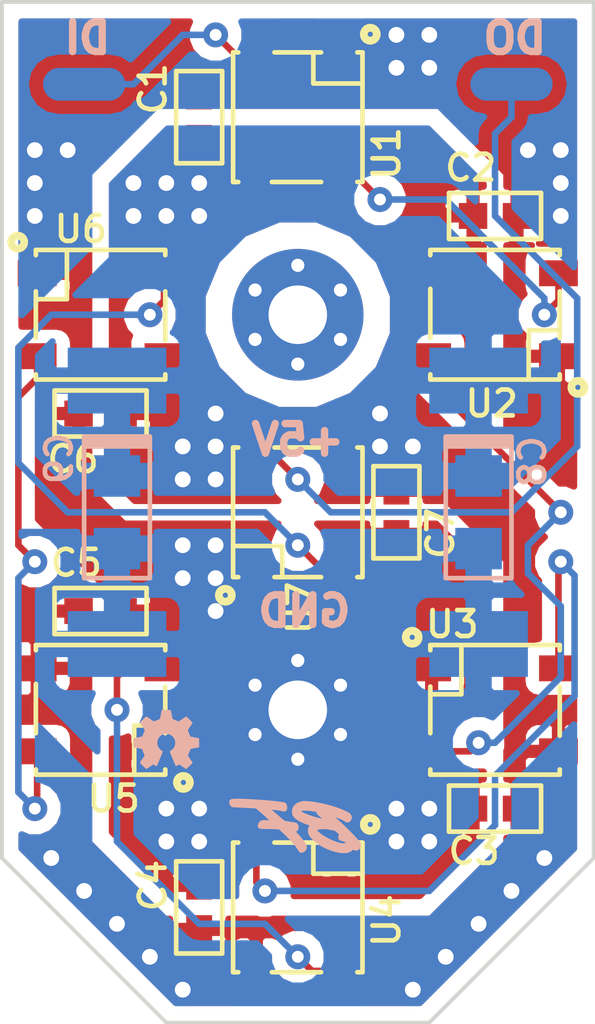
<source format=kicad_pcb>
(kicad_pcb (version 4) (host pcbnew "(2016-03-01 BZR 6238)-product")

  (general
    (links 56)
    (no_connects 0)
    (area 128.780915 84.32258 152.8598 124.764802)
    (thickness 1.6)
    (drawings 122)
    (tracks 204)
    (zones 0)
    (modules 26)
    (nets 11)
  )

  (page A4)
  (title_block
    (title "Display - RGB Seven Seg. Digit")
    (date 2016-03-08)
    (rev A)
    (comment 1 CLKV3-PC-01)
    (comment 2 CLKV3-SCH-01)
    (comment 3 "Alarm clock (V3)")
  )

  (layers
    (0 F.Cu signal)
    (31 B.Cu signal)
    (32 B.Adhes user)
    (33 F.Adhes user)
    (34 B.Paste user)
    (35 F.Paste user)
    (36 B.SilkS user)
    (37 F.SilkS user)
    (38 B.Mask user)
    (39 F.Mask user)
    (40 Dwgs.User user)
    (41 Cmts.User user)
    (42 Eco1.User user hide)
    (43 Eco2.User user)
    (44 Edge.Cuts user)
    (45 Margin user)
    (46 B.CrtYd user)
    (47 F.CrtYd user)
    (48 B.Fab user)
    (49 F.Fab user)
  )

  (setup
    (last_trace_width 0.254)
    (trace_clearance 0.2032)
    (zone_clearance 0.508)
    (zone_45_only no)
    (trace_min 0.254)
    (segment_width 0.2)
    (edge_width 0.15)
    (via_size 0.9652)
    (via_drill 0.4572)
    (via_min_size 0.4064)
    (via_min_drill 0.3)
    (uvia_size 0.3)
    (uvia_drill 0.1)
    (uvias_allowed no)
    (uvia_min_size 0)
    (uvia_min_drill 0)
    (pcb_text_width 0.3)
    (pcb_text_size 1.5 1.5)
    (mod_edge_width 0.15)
    (mod_text_size 1 1)
    (mod_text_width 0.15)
    (pad_size 2.54 3.81)
    (pad_drill 0)
    (pad_to_mask_clearance 0.2)
    (aux_axis_origin 140.97 104.775)
    (grid_origin 140.97 104.775)
    (visible_elements FFFFF77F)
    (pcbplotparams
      (layerselection 0x00030_80000001)
      (usegerberextensions false)
      (excludeedgelayer true)
      (linewidth 0.100000)
      (plotframeref false)
      (viasonmask false)
      (mode 1)
      (useauxorigin false)
      (hpglpennumber 1)
      (hpglpenspeed 20)
      (hpglpendiameter 15)
      (hpglpenoverlay 2)
      (psnegative false)
      (psa4output false)
      (plotreference true)
      (plotvalue true)
      (plotinvisibletext false)
      (padsonsilk false)
      (subtractmaskfromsilk false)
      (outputformat 1)
      (mirror false)
      (drillshape 0)
      (scaleselection 1)
      (outputdirectory ""))
  )

  (net 0 "")
  (net 1 +5V)
  (net 2 GND)
  (net 3 "Net-(U1-Pad2)")
  (net 4 /DIN)
  (net 5 "Net-(U2-Pad2)")
  (net 6 "Net-(U3-Pad2)")
  (net 7 "Net-(U4-Pad2)")
  (net 8 "Net-(U5-Pad2)")
  (net 9 "Net-(U6-Pad2)")
  (net 10 /DOUT)

  (net_class Default "This is the default net class."
    (clearance 0.2032)
    (trace_width 0.254)
    (via_dia 0.9652)
    (via_drill 0.4572)
    (uvia_dia 0.3)
    (uvia_drill 0.1)
    (add_net /DIN)
    (add_net /DOUT)
    (add_net "Net-(U1-Pad2)")
    (add_net "Net-(U2-Pad2)")
    (add_net "Net-(U3-Pad2)")
    (add_net "Net-(U4-Pad2)")
    (add_net "Net-(U5-Pad2)")
    (add_net "Net-(U6-Pad2)")
  )

  (net_class Power ""
    (clearance 0.3048)
    (trace_width 0.4064)
    (via_dia 1.27)
    (via_drill 0.6096)
    (uvia_dia 0.3)
    (uvia_drill 0.1)
    (add_net +5V)
    (add_net GND)
  )

  (module SMT:LED-5050 (layer F.Cu) (tedit 55999AC4) (tstamp 56D7AE34)
    (at 148.59 112.395 180)
    (path /56D79AAC)
    (fp_text reference U3 (at 1.651 3.302 180) (layer F.SilkS)
      (effects (font (size 1 1) (thickness 0.18)))
    )
    (fp_text value WS2812B (at 0 3.9 180) (layer F.Fab) hide
      (effects (font (size 1 1) (thickness 0.18)))
    )
    (fp_line (start 2.5 0.6) (end 1.3 0.6) (layer F.SilkS) (width 0.18))
    (fp_line (start 1.3 0.6) (end 1.3 2.5) (layer F.SilkS) (width 0.18))
    (fp_line (start -3 -3) (end 3 -3) (layer F.CrtYd) (width 0.05))
    (fp_line (start 3 -3) (end 3 3) (layer F.CrtYd) (width 0.05))
    (fp_line (start 3 3) (end -3 3) (layer F.CrtYd) (width 0.05))
    (fp_line (start -3 3) (end -3 -3) (layer F.CrtYd) (width 0.05))
    (fp_circle (center 3.2 2.8) (end 3.3 2.8) (layer F.SilkS) (width 0.3))
    (fp_line (start 2.5 -2.3) (end 2.5 -2.5) (layer F.SilkS) (width 0.18))
    (fp_line (start 2.5 -2.5) (end -2.5 -2.5) (layer F.SilkS) (width 0.18))
    (fp_line (start -2.5 -2.5) (end -2.5 -2.3) (layer F.SilkS) (width 0.18))
    (fp_line (start 2.5 0.9) (end 2.5 -0.9) (layer F.SilkS) (width 0.18))
    (fp_line (start -2.5 2.5) (end 2.5 2.5) (layer F.SilkS) (width 0.18))
    (fp_line (start 2.5 2.5) (end 2.5 2.3) (layer F.SilkS) (width 0.18))
    (fp_line (start -2.5 2.5) (end -2.5 2.3) (layer F.SilkS) (width 0.18))
    (fp_line (start -2.5 -1) (end -2.5 0.9) (layer F.SilkS) (width 0.18))
    (pad 2 smd rect (at -2.45 1.6 180) (size 1.5 1) (layers F.Cu F.Paste F.Mask)
      (net 6 "Net-(U3-Pad2)"))
    (pad 3 smd rect (at 2.45 1.6 180) (size 1.5 1) (layers F.Cu F.Paste F.Mask)
      (net 2 GND))
    (pad 4 smd rect (at 2.45 -1.6 180) (size 1.5 1) (layers F.Cu F.Paste F.Mask)
      (net 5 "Net-(U2-Pad2)"))
    (pad 1 smd rect (at -2.45 -1.6 180) (size 1.5 1) (layers F.Cu F.Paste F.Mask)
      (net 1 +5V))
  )

  (module SMT:LED-5050 (layer F.Cu) (tedit 55999AC4) (tstamp 56D7AE4B)
    (at 140.97 120.015 90)
    (path /56D79D9A)
    (fp_text reference U4 (at -0.508 3.429 90) (layer F.SilkS)
      (effects (font (size 1 1) (thickness 0.18)))
    )
    (fp_text value WS2812B (at 0 3.9 90) (layer F.Fab) hide
      (effects (font (size 1 1) (thickness 0.18)))
    )
    (fp_line (start 2.5 0.6) (end 1.3 0.6) (layer F.SilkS) (width 0.18))
    (fp_line (start 1.3 0.6) (end 1.3 2.5) (layer F.SilkS) (width 0.18))
    (fp_line (start -3 -3) (end 3 -3) (layer F.CrtYd) (width 0.05))
    (fp_line (start 3 -3) (end 3 3) (layer F.CrtYd) (width 0.05))
    (fp_line (start 3 3) (end -3 3) (layer F.CrtYd) (width 0.05))
    (fp_line (start -3 3) (end -3 -3) (layer F.CrtYd) (width 0.05))
    (fp_circle (center 3.2 2.8) (end 3.3 2.8) (layer F.SilkS) (width 0.3))
    (fp_line (start 2.5 -2.3) (end 2.5 -2.5) (layer F.SilkS) (width 0.18))
    (fp_line (start 2.5 -2.5) (end -2.5 -2.5) (layer F.SilkS) (width 0.18))
    (fp_line (start -2.5 -2.5) (end -2.5 -2.3) (layer F.SilkS) (width 0.18))
    (fp_line (start 2.5 0.9) (end 2.5 -0.9) (layer F.SilkS) (width 0.18))
    (fp_line (start -2.5 2.5) (end 2.5 2.5) (layer F.SilkS) (width 0.18))
    (fp_line (start 2.5 2.5) (end 2.5 2.3) (layer F.SilkS) (width 0.18))
    (fp_line (start -2.5 2.5) (end -2.5 2.3) (layer F.SilkS) (width 0.18))
    (fp_line (start -2.5 -1) (end -2.5 0.9) (layer F.SilkS) (width 0.18))
    (pad 2 smd rect (at -2.45 1.6 90) (size 1.5 1) (layers F.Cu F.Paste F.Mask)
      (net 7 "Net-(U4-Pad2)"))
    (pad 3 smd rect (at 2.45 1.6 90) (size 1.5 1) (layers F.Cu F.Paste F.Mask)
      (net 2 GND))
    (pad 4 smd rect (at 2.45 -1.6 90) (size 1.5 1) (layers F.Cu F.Paste F.Mask)
      (net 6 "Net-(U3-Pad2)"))
    (pad 1 smd rect (at -2.45 -1.6 90) (size 1.5 1) (layers F.Cu F.Paste F.Mask)
      (net 1 +5V))
  )

  (module SMT:LED-5050 (layer F.Cu) (tedit 55999AC4) (tstamp 56D7AE62)
    (at 133.35 112.395)
    (path /56D79ECB)
    (fp_text reference U5 (at 0.508 3.429) (layer F.SilkS)
      (effects (font (size 1 1) (thickness 0.18)))
    )
    (fp_text value WS2812B (at 0 3.9) (layer F.Fab) hide
      (effects (font (size 1 1) (thickness 0.18)))
    )
    (fp_line (start 2.5 0.6) (end 1.3 0.6) (layer F.SilkS) (width 0.18))
    (fp_line (start 1.3 0.6) (end 1.3 2.5) (layer F.SilkS) (width 0.18))
    (fp_line (start -3 -3) (end 3 -3) (layer F.CrtYd) (width 0.05))
    (fp_line (start 3 -3) (end 3 3) (layer F.CrtYd) (width 0.05))
    (fp_line (start 3 3) (end -3 3) (layer F.CrtYd) (width 0.05))
    (fp_line (start -3 3) (end -3 -3) (layer F.CrtYd) (width 0.05))
    (fp_circle (center 3.2 2.8) (end 3.3 2.8) (layer F.SilkS) (width 0.3))
    (fp_line (start 2.5 -2.3) (end 2.5 -2.5) (layer F.SilkS) (width 0.18))
    (fp_line (start 2.5 -2.5) (end -2.5 -2.5) (layer F.SilkS) (width 0.18))
    (fp_line (start -2.5 -2.5) (end -2.5 -2.3) (layer F.SilkS) (width 0.18))
    (fp_line (start 2.5 0.9) (end 2.5 -0.9) (layer F.SilkS) (width 0.18))
    (fp_line (start -2.5 2.5) (end 2.5 2.5) (layer F.SilkS) (width 0.18))
    (fp_line (start 2.5 2.5) (end 2.5 2.3) (layer F.SilkS) (width 0.18))
    (fp_line (start -2.5 2.5) (end -2.5 2.3) (layer F.SilkS) (width 0.18))
    (fp_line (start -2.5 -1) (end -2.5 0.9) (layer F.SilkS) (width 0.18))
    (pad 2 smd rect (at -2.45 1.6) (size 1.5 1) (layers F.Cu F.Paste F.Mask)
      (net 8 "Net-(U5-Pad2)"))
    (pad 3 smd rect (at 2.45 1.6) (size 1.5 1) (layers F.Cu F.Paste F.Mask)
      (net 2 GND))
    (pad 4 smd rect (at 2.45 -1.6) (size 1.5 1) (layers F.Cu F.Paste F.Mask)
      (net 7 "Net-(U4-Pad2)"))
    (pad 1 smd rect (at -2.45 -1.6) (size 1.5 1) (layers F.Cu F.Paste F.Mask)
      (net 1 +5V))
  )

  (module Conn-Wire-Pads:Hole-Screw-#2 (layer F.Cu) (tedit 56D7DF40) (tstamp 56D7B569)
    (at 140.97 112.395)
    (descr "Mounting Hole - Screw #2 - w/ Pads And Via")
    (path /56D81E39)
    (attr virtual)
    (fp_text reference H2 (at 0 -4.6) (layer F.SilkS) hide
      (effects (font (size 1 1) (thickness 0.18)))
    )
    (fp_text value Hole (at 0 4.7) (layer F.Fab) hide
      (effects (font (size 1 1) (thickness 0.18)))
    )
    (pad P thru_hole circle (at 0 0) (size 5.08 5.08) (drill 2.2606) (layers *.Cu *.Mask)
      (net 2 GND) (clearance 1.016) (zone_connect 2))
    (pad P thru_hole circle (at 0 -1.905) (size 1.016 1.016) (drill 0.508) (layers *.Cu)
      (net 2 GND) (clearance 0.0254) (zone_connect 2))
    (pad P thru_hole circle (at -1.649778 -0.9525 60) (size 1.016 1.016) (drill 0.508) (layers *.Cu)
      (net 2 GND) (clearance 0.0254) (zone_connect 2))
    (pad P thru_hole circle (at -1.649778 0.9525 120) (size 1.016 1.016) (drill 0.508) (layers *.Cu)
      (net 2 GND) (clearance 0.0254) (zone_connect 2))
    (pad P thru_hole circle (at 0 1.905 180) (size 1.016 1.016) (drill 0.508) (layers *.Cu)
      (net 2 GND) (clearance 0.0254) (zone_connect 2))
    (pad P thru_hole circle (at 1.649778 0.9525 240) (size 1.016 1.016) (drill 0.508) (layers *.Cu)
      (net 2 GND) (clearance 0.0254) (zone_connect 2))
    (pad P thru_hole circle (at 1.649778 -0.9525 300) (size 1.016 1.016) (drill 0.508) (layers *.Cu)
      (net 2 GND) (clearance 0.0254) (zone_connect 2))
  )

  (module SMT:LED-5050 (layer F.Cu) (tedit 55999AC4) (tstamp 56D7AE90)
    (at 140.97 104.775 270)
    (path /56D7A278)
    (fp_text reference U7 (at 3.683 -0.127 270) (layer F.SilkS)
      (effects (font (size 1 1) (thickness 0.18)))
    )
    (fp_text value WS2812B (at 0 3.9 270) (layer F.Fab) hide
      (effects (font (size 1 1) (thickness 0.18)))
    )
    (fp_line (start 2.5 0.6) (end 1.3 0.6) (layer F.SilkS) (width 0.18))
    (fp_line (start 1.3 0.6) (end 1.3 2.5) (layer F.SilkS) (width 0.18))
    (fp_line (start -3 -3) (end 3 -3) (layer F.CrtYd) (width 0.05))
    (fp_line (start 3 -3) (end 3 3) (layer F.CrtYd) (width 0.05))
    (fp_line (start 3 3) (end -3 3) (layer F.CrtYd) (width 0.05))
    (fp_line (start -3 3) (end -3 -3) (layer F.CrtYd) (width 0.05))
    (fp_circle (center 3.2 2.8) (end 3.3 2.8) (layer F.SilkS) (width 0.3))
    (fp_line (start 2.5 -2.3) (end 2.5 -2.5) (layer F.SilkS) (width 0.18))
    (fp_line (start 2.5 -2.5) (end -2.5 -2.5) (layer F.SilkS) (width 0.18))
    (fp_line (start -2.5 -2.5) (end -2.5 -2.3) (layer F.SilkS) (width 0.18))
    (fp_line (start 2.5 0.9) (end 2.5 -0.9) (layer F.SilkS) (width 0.18))
    (fp_line (start -2.5 2.5) (end 2.5 2.5) (layer F.SilkS) (width 0.18))
    (fp_line (start 2.5 2.5) (end 2.5 2.3) (layer F.SilkS) (width 0.18))
    (fp_line (start -2.5 2.5) (end -2.5 2.3) (layer F.SilkS) (width 0.18))
    (fp_line (start -2.5 -1) (end -2.5 0.9) (layer F.SilkS) (width 0.18))
    (pad 2 smd rect (at -2.45 1.6 270) (size 1.5 1) (layers F.Cu F.Paste F.Mask)
      (net 10 /DOUT))
    (pad 3 smd rect (at 2.45 1.6 270) (size 1.5 1) (layers F.Cu F.Paste F.Mask)
      (net 2 GND))
    (pad 4 smd rect (at 2.45 -1.6 270) (size 1.5 1) (layers F.Cu F.Paste F.Mask)
      (net 9 "Net-(U6-Pad2)"))
    (pad 1 smd rect (at -2.45 -1.6 270) (size 1.5 1) (layers F.Cu F.Paste F.Mask)
      (net 1 +5V))
  )

  (module SMT:LED-5050 (layer F.Cu) (tedit 55999AC4) (tstamp 56D7AE06)
    (at 140.97 89.535 90)
    (path /56D7995E)
    (fp_text reference U1 (at -1.397 3.429 90) (layer F.SilkS)
      (effects (font (size 1 1) (thickness 0.18)))
    )
    (fp_text value WS2812B (at 0 3.9 90) (layer F.Fab) hide
      (effects (font (size 1 1) (thickness 0.18)))
    )
    (fp_line (start 2.5 0.6) (end 1.3 0.6) (layer F.SilkS) (width 0.18))
    (fp_line (start 1.3 0.6) (end 1.3 2.5) (layer F.SilkS) (width 0.18))
    (fp_line (start -3 -3) (end 3 -3) (layer F.CrtYd) (width 0.05))
    (fp_line (start 3 -3) (end 3 3) (layer F.CrtYd) (width 0.05))
    (fp_line (start 3 3) (end -3 3) (layer F.CrtYd) (width 0.05))
    (fp_line (start -3 3) (end -3 -3) (layer F.CrtYd) (width 0.05))
    (fp_circle (center 3.2 2.8) (end 3.3 2.8) (layer F.SilkS) (width 0.3))
    (fp_line (start 2.5 -2.3) (end 2.5 -2.5) (layer F.SilkS) (width 0.18))
    (fp_line (start 2.5 -2.5) (end -2.5 -2.5) (layer F.SilkS) (width 0.18))
    (fp_line (start -2.5 -2.5) (end -2.5 -2.3) (layer F.SilkS) (width 0.18))
    (fp_line (start 2.5 0.9) (end 2.5 -0.9) (layer F.SilkS) (width 0.18))
    (fp_line (start -2.5 2.5) (end 2.5 2.5) (layer F.SilkS) (width 0.18))
    (fp_line (start 2.5 2.5) (end 2.5 2.3) (layer F.SilkS) (width 0.18))
    (fp_line (start -2.5 2.5) (end -2.5 2.3) (layer F.SilkS) (width 0.18))
    (fp_line (start -2.5 -1) (end -2.5 0.9) (layer F.SilkS) (width 0.18))
    (pad 2 smd rect (at -2.45 1.6 90) (size 1.5 1) (layers F.Cu F.Paste F.Mask)
      (net 3 "Net-(U1-Pad2)"))
    (pad 3 smd rect (at 2.45 1.6 90) (size 1.5 1) (layers F.Cu F.Paste F.Mask)
      (net 2 GND))
    (pad 4 smd rect (at 2.45 -1.6 90) (size 1.5 1) (layers F.Cu F.Paste F.Mask)
      (net 4 /DIN))
    (pad 1 smd rect (at -2.45 -1.6 90) (size 1.5 1) (layers F.Cu F.Paste F.Mask)
      (net 1 +5V))
  )

  (module Conn-Wire-Pads:Hole-Screw-#2 (layer F.Cu) (tedit 56D7DF40) (tstamp 56D7B55E)
    (at 140.97 97.155)
    (descr "Mounting Hole - Screw #2 - w/ Pads And Via")
    (path /56D81D00)
    (attr virtual)
    (fp_text reference H1 (at 0 -4.6) (layer F.SilkS) hide
      (effects (font (size 1 1) (thickness 0.18)))
    )
    (fp_text value Hole (at 0 4.7) (layer F.Fab) hide
      (effects (font (size 1 1) (thickness 0.18)))
    )
    (pad P thru_hole circle (at 0 0) (size 5.08 5.08) (drill 2.2606) (layers *.Cu *.Mask)
      (net 2 GND) (clearance 1.016) (zone_connect 2))
    (pad P thru_hole circle (at 0 -1.905) (size 1.016 1.016) (drill 0.508) (layers *.Cu)
      (net 2 GND) (clearance 0.0254) (zone_connect 2))
    (pad P thru_hole circle (at -1.649778 -0.9525 60) (size 1.016 1.016) (drill 0.508) (layers *.Cu)
      (net 2 GND) (clearance 0.0254) (zone_connect 2))
    (pad P thru_hole circle (at -1.649778 0.9525 120) (size 1.016 1.016) (drill 0.508) (layers *.Cu)
      (net 2 GND) (clearance 0.0254) (zone_connect 2))
    (pad P thru_hole circle (at 0 1.905 180) (size 1.016 1.016) (drill 0.508) (layers *.Cu)
      (net 2 GND) (clearance 0.0254) (zone_connect 2))
    (pad P thru_hole circle (at 1.649778 0.9525 240) (size 1.016 1.016) (drill 0.508) (layers *.Cu)
      (net 2 GND) (clearance 0.0254) (zone_connect 2))
    (pad P thru_hole circle (at 1.649778 -0.9525 300) (size 1.016 1.016) (drill 0.508) (layers *.Cu)
      (net 2 GND) (clearance 0.0254) (zone_connect 2))
  )

  (module SMT:LED-5050 (layer F.Cu) (tedit 55999AC4) (tstamp 56D7AE1D)
    (at 148.59 97.155)
    (path /56D79A4A)
    (fp_text reference U2 (at -0.127 3.429) (layer F.SilkS)
      (effects (font (size 1 1) (thickness 0.18)))
    )
    (fp_text value WS2812B (at 0 3.9) (layer F.Fab) hide
      (effects (font (size 1 1) (thickness 0.18)))
    )
    (fp_line (start 2.5 0.6) (end 1.3 0.6) (layer F.SilkS) (width 0.18))
    (fp_line (start 1.3 0.6) (end 1.3 2.5) (layer F.SilkS) (width 0.18))
    (fp_line (start -3 -3) (end 3 -3) (layer F.CrtYd) (width 0.05))
    (fp_line (start 3 -3) (end 3 3) (layer F.CrtYd) (width 0.05))
    (fp_line (start 3 3) (end -3 3) (layer F.CrtYd) (width 0.05))
    (fp_line (start -3 3) (end -3 -3) (layer F.CrtYd) (width 0.05))
    (fp_circle (center 3.2 2.8) (end 3.3 2.8) (layer F.SilkS) (width 0.3))
    (fp_line (start 2.5 -2.3) (end 2.5 -2.5) (layer F.SilkS) (width 0.18))
    (fp_line (start 2.5 -2.5) (end -2.5 -2.5) (layer F.SilkS) (width 0.18))
    (fp_line (start -2.5 -2.5) (end -2.5 -2.3) (layer F.SilkS) (width 0.18))
    (fp_line (start 2.5 0.9) (end 2.5 -0.9) (layer F.SilkS) (width 0.18))
    (fp_line (start -2.5 2.5) (end 2.5 2.5) (layer F.SilkS) (width 0.18))
    (fp_line (start 2.5 2.5) (end 2.5 2.3) (layer F.SilkS) (width 0.18))
    (fp_line (start -2.5 2.5) (end -2.5 2.3) (layer F.SilkS) (width 0.18))
    (fp_line (start -2.5 -1) (end -2.5 0.9) (layer F.SilkS) (width 0.18))
    (pad 2 smd rect (at -2.45 1.6) (size 1.5 1) (layers F.Cu F.Paste F.Mask)
      (net 5 "Net-(U2-Pad2)"))
    (pad 3 smd rect (at 2.45 1.6) (size 1.5 1) (layers F.Cu F.Paste F.Mask)
      (net 2 GND))
    (pad 4 smd rect (at 2.45 -1.6) (size 1.5 1) (layers F.Cu F.Paste F.Mask)
      (net 3 "Net-(U1-Pad2)"))
    (pad 1 smd rect (at -2.45 -1.6) (size 1.5 1) (layers F.Cu F.Paste F.Mask)
      (net 1 +5V))
  )

  (module SMT:LED-5050 (layer F.Cu) (tedit 55999AC4) (tstamp 56D7AE79)
    (at 133.35 97.155 180)
    (path /56D79FFD)
    (fp_text reference U6 (at 0.762 3.302 180) (layer F.SilkS)
      (effects (font (size 1 1) (thickness 0.18)))
    )
    (fp_text value WS2812B (at 0 3.9 180) (layer F.Fab) hide
      (effects (font (size 1 1) (thickness 0.18)))
    )
    (fp_line (start 2.5 0.6) (end 1.3 0.6) (layer F.SilkS) (width 0.18))
    (fp_line (start 1.3 0.6) (end 1.3 2.5) (layer F.SilkS) (width 0.18))
    (fp_line (start -3 -3) (end 3 -3) (layer F.CrtYd) (width 0.05))
    (fp_line (start 3 -3) (end 3 3) (layer F.CrtYd) (width 0.05))
    (fp_line (start 3 3) (end -3 3) (layer F.CrtYd) (width 0.05))
    (fp_line (start -3 3) (end -3 -3) (layer F.CrtYd) (width 0.05))
    (fp_circle (center 3.2 2.8) (end 3.3 2.8) (layer F.SilkS) (width 0.3))
    (fp_line (start 2.5 -2.3) (end 2.5 -2.5) (layer F.SilkS) (width 0.18))
    (fp_line (start 2.5 -2.5) (end -2.5 -2.5) (layer F.SilkS) (width 0.18))
    (fp_line (start -2.5 -2.5) (end -2.5 -2.3) (layer F.SilkS) (width 0.18))
    (fp_line (start 2.5 0.9) (end 2.5 -0.9) (layer F.SilkS) (width 0.18))
    (fp_line (start -2.5 2.5) (end 2.5 2.5) (layer F.SilkS) (width 0.18))
    (fp_line (start 2.5 2.5) (end 2.5 2.3) (layer F.SilkS) (width 0.18))
    (fp_line (start -2.5 2.5) (end -2.5 2.3) (layer F.SilkS) (width 0.18))
    (fp_line (start -2.5 -1) (end -2.5 0.9) (layer F.SilkS) (width 0.18))
    (pad 2 smd rect (at -2.45 1.6 180) (size 1.5 1) (layers F.Cu F.Paste F.Mask)
      (net 9 "Net-(U6-Pad2)"))
    (pad 3 smd rect (at 2.45 1.6 180) (size 1.5 1) (layers F.Cu F.Paste F.Mask)
      (net 2 GND))
    (pad 4 smd rect (at 2.45 -1.6 180) (size 1.5 1) (layers F.Cu F.Paste F.Mask)
      (net 8 "Net-(U5-Pad2)"))
    (pad 1 smd rect (at -2.45 -1.6 180) (size 1.5 1) (layers F.Cu F.Paste F.Mask)
      (net 1 +5V))
  )

  (module SMT:C-0603 (layer F.Cu) (tedit 54F14543) (tstamp 56D7AD83)
    (at 137.16 89.535 90)
    (descr "0603 (1608 metric)")
    (tags "smt 0603")
    (path /56D7C1E7)
    (fp_text reference C1 (at 0 -1.2065 90) (layer F.SilkS)
      (effects (font (size 1 1) (thickness 0.18)) (justify left bottom))
    )
    (fp_text value 100nF (at 0 2.032 90) (layer F.SilkS) hide
      (effects (font (size 1 1) (thickness 0.18)))
    )
    (fp_line (start -0.762 -0.381) (end 0.762 -0.381) (layer Dwgs.User) (width 0.05))
    (fp_line (start 0.762 -0.381) (end 0.762 0.381) (layer Dwgs.User) (width 0.05))
    (fp_line (start 0.762 0.381) (end -0.762 0.381) (layer Dwgs.User) (width 0.05))
    (fp_line (start -0.762 0.381) (end -0.762 -0.381) (layer Dwgs.User) (width 0.05))
    (fp_line (start -1.778 -0.889) (end 1.778 -0.889) (layer F.CrtYd) (width 0.05))
    (fp_line (start 1.778 -0.889) (end 1.778 0.889) (layer F.CrtYd) (width 0.05))
    (fp_line (start 1.778 0.889) (end -1.778 0.889) (layer F.CrtYd) (width 0.05))
    (fp_line (start -1.778 0.889) (end -1.778 -0.889) (layer F.CrtYd) (width 0.05))
    (fp_line (start -1.778 -0.889) (end 1.778 -0.889) (layer F.SilkS) (width 0.18))
    (fp_line (start 1.778 -0.889) (end 1.778 0.889) (layer F.SilkS) (width 0.18))
    (fp_line (start 1.778 0.889) (end -1.778 0.889) (layer F.SilkS) (width 0.18))
    (fp_line (start -1.778 0.889) (end -1.778 -0.889) (layer F.SilkS) (width 0.18))
    (pad 1 smd rect (at -0.85 0 90) (size 1.1 1) (layers F.Cu F.Paste F.Mask)
      (net 1 +5V))
    (pad 2 smd rect (at 0.85 0 90) (size 1.1 1) (layers F.Cu F.Paste F.Mask)
      (net 2 GND))
    (model smt.pretty/C-0603.wrl
      (at (xyz 0 0 0))
      (scale (xyz 1 1 0.8))
      (rotate (xyz 0 0 0))
    )
  )

  (module SMT:C-0603 (layer F.Cu) (tedit 54F14543) (tstamp 56D7AD95)
    (at 148.59 93.345)
    (descr "0603 (1608 metric)")
    (tags "smt 0603")
    (path /56D7BDDB)
    (fp_text reference C2 (at -2.032 -1.27) (layer F.SilkS)
      (effects (font (size 1 1) (thickness 0.18)) (justify left bottom))
    )
    (fp_text value 100nF (at 0 2.032) (layer F.SilkS) hide
      (effects (font (size 1 1) (thickness 0.18)))
    )
    (fp_line (start -0.762 -0.381) (end 0.762 -0.381) (layer Dwgs.User) (width 0.05))
    (fp_line (start 0.762 -0.381) (end 0.762 0.381) (layer Dwgs.User) (width 0.05))
    (fp_line (start 0.762 0.381) (end -0.762 0.381) (layer Dwgs.User) (width 0.05))
    (fp_line (start -0.762 0.381) (end -0.762 -0.381) (layer Dwgs.User) (width 0.05))
    (fp_line (start -1.778 -0.889) (end 1.778 -0.889) (layer F.CrtYd) (width 0.05))
    (fp_line (start 1.778 -0.889) (end 1.778 0.889) (layer F.CrtYd) (width 0.05))
    (fp_line (start 1.778 0.889) (end -1.778 0.889) (layer F.CrtYd) (width 0.05))
    (fp_line (start -1.778 0.889) (end -1.778 -0.889) (layer F.CrtYd) (width 0.05))
    (fp_line (start -1.778 -0.889) (end 1.778 -0.889) (layer F.SilkS) (width 0.18))
    (fp_line (start 1.778 -0.889) (end 1.778 0.889) (layer F.SilkS) (width 0.18))
    (fp_line (start 1.778 0.889) (end -1.778 0.889) (layer F.SilkS) (width 0.18))
    (fp_line (start -1.778 0.889) (end -1.778 -0.889) (layer F.SilkS) (width 0.18))
    (pad 1 smd rect (at -0.85 0) (size 1.1 1) (layers F.Cu F.Paste F.Mask)
      (net 1 +5V))
    (pad 2 smd rect (at 0.85 0) (size 1.1 1) (layers F.Cu F.Paste F.Mask)
      (net 2 GND))
    (model smt.pretty/C-0603.wrl
      (at (xyz 0 0 0))
      (scale (xyz 1 1 0.8))
      (rotate (xyz 0 0 0))
    )
  )

  (module SMT:C-0603 (layer F.Cu) (tedit 54F14543) (tstamp 56D7ADA7)
    (at 148.59 116.205 180)
    (descr "0603 (1608 metric)")
    (tags "smt 0603")
    (path /56D7C290)
    (fp_text reference C3 (at 1.905 -2.2225 180) (layer F.SilkS)
      (effects (font (size 1 1) (thickness 0.18)) (justify left bottom))
    )
    (fp_text value 100nF (at 0 2.032 180) (layer F.SilkS) hide
      (effects (font (size 1 1) (thickness 0.18)))
    )
    (fp_line (start -0.762 -0.381) (end 0.762 -0.381) (layer Dwgs.User) (width 0.05))
    (fp_line (start 0.762 -0.381) (end 0.762 0.381) (layer Dwgs.User) (width 0.05))
    (fp_line (start 0.762 0.381) (end -0.762 0.381) (layer Dwgs.User) (width 0.05))
    (fp_line (start -0.762 0.381) (end -0.762 -0.381) (layer Dwgs.User) (width 0.05))
    (fp_line (start -1.778 -0.889) (end 1.778 -0.889) (layer F.CrtYd) (width 0.05))
    (fp_line (start 1.778 -0.889) (end 1.778 0.889) (layer F.CrtYd) (width 0.05))
    (fp_line (start 1.778 0.889) (end -1.778 0.889) (layer F.CrtYd) (width 0.05))
    (fp_line (start -1.778 0.889) (end -1.778 -0.889) (layer F.CrtYd) (width 0.05))
    (fp_line (start -1.778 -0.889) (end 1.778 -0.889) (layer F.SilkS) (width 0.18))
    (fp_line (start 1.778 -0.889) (end 1.778 0.889) (layer F.SilkS) (width 0.18))
    (fp_line (start 1.778 0.889) (end -1.778 0.889) (layer F.SilkS) (width 0.18))
    (fp_line (start -1.778 0.889) (end -1.778 -0.889) (layer F.SilkS) (width 0.18))
    (pad 1 smd rect (at -0.85 0 180) (size 1.1 1) (layers F.Cu F.Paste F.Mask)
      (net 1 +5V))
    (pad 2 smd rect (at 0.85 0 180) (size 1.1 1) (layers F.Cu F.Paste F.Mask)
      (net 2 GND))
    (model smt.pretty/C-0603.wrl
      (at (xyz 0 0 0))
      (scale (xyz 1 1 0.8))
      (rotate (xyz 0 0 0))
    )
  )

  (module SMT:C-0603 (layer F.Cu) (tedit 54F14543) (tstamp 56D7ADB9)
    (at 137.16 120.015 90)
    (descr "0603 (1608 metric)")
    (tags "smt 0603")
    (path /56D7C34C)
    (fp_text reference C4 (at -0.254 -1.2065 90) (layer F.SilkS)
      (effects (font (size 1 1) (thickness 0.18)) (justify left bottom))
    )
    (fp_text value 100nF (at 0 2.032 90) (layer F.SilkS) hide
      (effects (font (size 1 1) (thickness 0.18)))
    )
    (fp_line (start -0.762 -0.381) (end 0.762 -0.381) (layer Dwgs.User) (width 0.05))
    (fp_line (start 0.762 -0.381) (end 0.762 0.381) (layer Dwgs.User) (width 0.05))
    (fp_line (start 0.762 0.381) (end -0.762 0.381) (layer Dwgs.User) (width 0.05))
    (fp_line (start -0.762 0.381) (end -0.762 -0.381) (layer Dwgs.User) (width 0.05))
    (fp_line (start -1.778 -0.889) (end 1.778 -0.889) (layer F.CrtYd) (width 0.05))
    (fp_line (start 1.778 -0.889) (end 1.778 0.889) (layer F.CrtYd) (width 0.05))
    (fp_line (start 1.778 0.889) (end -1.778 0.889) (layer F.CrtYd) (width 0.05))
    (fp_line (start -1.778 0.889) (end -1.778 -0.889) (layer F.CrtYd) (width 0.05))
    (fp_line (start -1.778 -0.889) (end 1.778 -0.889) (layer F.SilkS) (width 0.18))
    (fp_line (start 1.778 -0.889) (end 1.778 0.889) (layer F.SilkS) (width 0.18))
    (fp_line (start 1.778 0.889) (end -1.778 0.889) (layer F.SilkS) (width 0.18))
    (fp_line (start -1.778 0.889) (end -1.778 -0.889) (layer F.SilkS) (width 0.18))
    (pad 1 smd rect (at -0.85 0 90) (size 1.1 1) (layers F.Cu F.Paste F.Mask)
      (net 1 +5V))
    (pad 2 smd rect (at 0.85 0 90) (size 1.1 1) (layers F.Cu F.Paste F.Mask)
      (net 2 GND))
    (model smt.pretty/C-0603.wrl
      (at (xyz 0 0 0))
      (scale (xyz 1 1 0.8))
      (rotate (xyz 0 0 0))
    )
  )

  (module SMT:C-0603 (layer F.Cu) (tedit 54F14543) (tstamp 56D7ADCB)
    (at 133.35 108.585)
    (descr "0603 (1608 metric)")
    (tags "smt 0603")
    (path /56D7C4FE)
    (fp_text reference C5 (at -2.032 -1.27) (layer F.SilkS)
      (effects (font (size 1 1) (thickness 0.18)) (justify left bottom))
    )
    (fp_text value 100nF (at 0 2.032) (layer F.SilkS) hide
      (effects (font (size 1 1) (thickness 0.18)))
    )
    (fp_line (start -0.762 -0.381) (end 0.762 -0.381) (layer Dwgs.User) (width 0.05))
    (fp_line (start 0.762 -0.381) (end 0.762 0.381) (layer Dwgs.User) (width 0.05))
    (fp_line (start 0.762 0.381) (end -0.762 0.381) (layer Dwgs.User) (width 0.05))
    (fp_line (start -0.762 0.381) (end -0.762 -0.381) (layer Dwgs.User) (width 0.05))
    (fp_line (start -1.778 -0.889) (end 1.778 -0.889) (layer F.CrtYd) (width 0.05))
    (fp_line (start 1.778 -0.889) (end 1.778 0.889) (layer F.CrtYd) (width 0.05))
    (fp_line (start 1.778 0.889) (end -1.778 0.889) (layer F.CrtYd) (width 0.05))
    (fp_line (start -1.778 0.889) (end -1.778 -0.889) (layer F.CrtYd) (width 0.05))
    (fp_line (start -1.778 -0.889) (end 1.778 -0.889) (layer F.SilkS) (width 0.18))
    (fp_line (start 1.778 -0.889) (end 1.778 0.889) (layer F.SilkS) (width 0.18))
    (fp_line (start 1.778 0.889) (end -1.778 0.889) (layer F.SilkS) (width 0.18))
    (fp_line (start -1.778 0.889) (end -1.778 -0.889) (layer F.SilkS) (width 0.18))
    (pad 1 smd rect (at -0.85 0) (size 1.1 1) (layers F.Cu F.Paste F.Mask)
      (net 1 +5V))
    (pad 2 smd rect (at 0.85 0) (size 1.1 1) (layers F.Cu F.Paste F.Mask)
      (net 2 GND))
    (model smt.pretty/C-0603.wrl
      (at (xyz 0 0 0))
      (scale (xyz 1 1 0.8))
      (rotate (xyz 0 0 0))
    )
  )

  (module SMT:C-0603 (layer F.Cu) (tedit 54F14543) (tstamp 56D7ADDD)
    (at 133.35 100.965 180)
    (descr "0603 (1608 metric)")
    (tags "smt 0603")
    (path /56D7C874)
    (fp_text reference C6 (at 2.159 -2.3495 180) (layer F.SilkS)
      (effects (font (size 1 1) (thickness 0.18)) (justify left bottom))
    )
    (fp_text value 100nF (at 0 2.032 180) (layer F.SilkS) hide
      (effects (font (size 1 1) (thickness 0.18)))
    )
    (fp_line (start -0.762 -0.381) (end 0.762 -0.381) (layer Dwgs.User) (width 0.05))
    (fp_line (start 0.762 -0.381) (end 0.762 0.381) (layer Dwgs.User) (width 0.05))
    (fp_line (start 0.762 0.381) (end -0.762 0.381) (layer Dwgs.User) (width 0.05))
    (fp_line (start -0.762 0.381) (end -0.762 -0.381) (layer Dwgs.User) (width 0.05))
    (fp_line (start -1.778 -0.889) (end 1.778 -0.889) (layer F.CrtYd) (width 0.05))
    (fp_line (start 1.778 -0.889) (end 1.778 0.889) (layer F.CrtYd) (width 0.05))
    (fp_line (start 1.778 0.889) (end -1.778 0.889) (layer F.CrtYd) (width 0.05))
    (fp_line (start -1.778 0.889) (end -1.778 -0.889) (layer F.CrtYd) (width 0.05))
    (fp_line (start -1.778 -0.889) (end 1.778 -0.889) (layer F.SilkS) (width 0.18))
    (fp_line (start 1.778 -0.889) (end 1.778 0.889) (layer F.SilkS) (width 0.18))
    (fp_line (start 1.778 0.889) (end -1.778 0.889) (layer F.SilkS) (width 0.18))
    (fp_line (start -1.778 0.889) (end -1.778 -0.889) (layer F.SilkS) (width 0.18))
    (pad 1 smd rect (at -0.85 0 180) (size 1.1 1) (layers F.Cu F.Paste F.Mask)
      (net 1 +5V))
    (pad 2 smd rect (at 0.85 0 180) (size 1.1 1) (layers F.Cu F.Paste F.Mask)
      (net 2 GND))
    (model smt.pretty/C-0603.wrl
      (at (xyz 0 0 0))
      (scale (xyz 1 1 0.8))
      (rotate (xyz 0 0 0))
    )
  )

  (module SMT:C-0603 (layer F.Cu) (tedit 54F14543) (tstamp 56D7ADEF)
    (at 144.78 104.775 270)
    (descr "0603 (1608 metric)")
    (tags "smt 0603")
    (path /56D7CE3D)
    (fp_text reference C7 (at 1.905 -2.286 270) (layer F.SilkS)
      (effects (font (size 1 1) (thickness 0.18)) (justify left bottom))
    )
    (fp_text value 100nF (at 0 2.032 270) (layer F.SilkS) hide
      (effects (font (size 1 1) (thickness 0.18)))
    )
    (fp_line (start -0.762 -0.381) (end 0.762 -0.381) (layer Dwgs.User) (width 0.05))
    (fp_line (start 0.762 -0.381) (end 0.762 0.381) (layer Dwgs.User) (width 0.05))
    (fp_line (start 0.762 0.381) (end -0.762 0.381) (layer Dwgs.User) (width 0.05))
    (fp_line (start -0.762 0.381) (end -0.762 -0.381) (layer Dwgs.User) (width 0.05))
    (fp_line (start -1.778 -0.889) (end 1.778 -0.889) (layer F.CrtYd) (width 0.05))
    (fp_line (start 1.778 -0.889) (end 1.778 0.889) (layer F.CrtYd) (width 0.05))
    (fp_line (start 1.778 0.889) (end -1.778 0.889) (layer F.CrtYd) (width 0.05))
    (fp_line (start -1.778 0.889) (end -1.778 -0.889) (layer F.CrtYd) (width 0.05))
    (fp_line (start -1.778 -0.889) (end 1.778 -0.889) (layer F.SilkS) (width 0.18))
    (fp_line (start 1.778 -0.889) (end 1.778 0.889) (layer F.SilkS) (width 0.18))
    (fp_line (start 1.778 0.889) (end -1.778 0.889) (layer F.SilkS) (width 0.18))
    (fp_line (start -1.778 0.889) (end -1.778 -0.889) (layer F.SilkS) (width 0.18))
    (pad 1 smd rect (at -0.85 0 270) (size 1.1 1) (layers F.Cu F.Paste F.Mask)
      (net 1 +5V))
    (pad 2 smd rect (at 0.85 0 270) (size 1.1 1) (layers F.Cu F.Paste F.Mask)
      (net 2 GND))
    (model smt.pretty/C-0603.wrl
      (at (xyz 0 0 0))
      (scale (xyz 1 1 0.8))
      (rotate (xyz 0 0 0))
    )
  )

  (module Conn-Wire-Pads:WP-100mil-1x01 (layer B.Cu) (tedit 56D7FF51) (tstamp 56D7B56E)
    (at 133.985 99.695 90)
    (descr "Wire pads - 100mil x 150 mil - Single row, 1 pos.")
    (path /56D8223E)
    (attr virtual)
    (fp_text reference J1 (at 0 3.175 90) (layer B.SilkS) hide
      (effects (font (size 1 1) (thickness 0.18)) (justify mirror))
    )
    (fp_text value "5V IN" (at 0 -3.175 90) (layer B.Fab) hide
      (effects (font (size 1 1) (thickness 0.18)) (justify mirror))
    )
    (pad 1 smd rect (at 0 0 90) (size 2.54 3.81) (layers B.Cu B.Paste B.Mask)
      (net 1 +5V) (thermal_width 1.016))
  )

  (module Conn-Wire-Pads:WP-100mil-1x01 (layer B.Cu) (tedit 56D7FF4E) (tstamp 56D7B573)
    (at 133.985 109.855 90)
    (descr "Wire pads - 100mil x 150 mil - Single row, 1 pos.")
    (path /56D82327)
    (attr virtual)
    (fp_text reference J2 (at 0 3.175 90) (layer B.SilkS) hide
      (effects (font (size 1 1) (thickness 0.18)) (justify mirror))
    )
    (fp_text value "GND IN" (at 0 -3.175 90) (layer B.Fab) hide
      (effects (font (size 1 1) (thickness 0.18)) (justify mirror))
    )
    (pad 1 smd rect (at 0 0 90) (size 2.54 3.81) (layers B.Cu B.Paste B.Mask)
      (net 2 GND) (thermal_width 1.016))
  )

  (module Conn-Wire-Pads:WP-100mil-1x01 (layer B.Cu) (tedit 56D7FF4C) (tstamp 56D7B578)
    (at 147.955 99.695 90)
    (descr "Wire pads - 100mil x 150 mil - Single row, 1 pos.")
    (path /56D82B53)
    (attr virtual)
    (fp_text reference J3 (at 0 3.175 90) (layer B.SilkS) hide
      (effects (font (size 1 1) (thickness 0.18)) (justify mirror))
    )
    (fp_text value "5V OUT" (at 0 -3.175 90) (layer B.Fab) hide
      (effects (font (size 1 1) (thickness 0.18)) (justify mirror))
    )
    (pad 1 smd rect (at 0 0 90) (size 2.54 3.81) (layers B.Cu B.Paste B.Mask)
      (net 1 +5V) (thermal_width 1.016))
  )

  (module Conn-Wire-Pads:WP-100mil-1x01 (layer B.Cu) (tedit 56D7FF47) (tstamp 56D7B57D)
    (at 147.955 109.855 90)
    (descr "Wire pads - 100mil x 150 mil - Single row, 1 pos.")
    (path /56D82BCC)
    (attr virtual)
    (fp_text reference J4 (at 0 3.175 90) (layer B.SilkS) hide
      (effects (font (size 1 1) (thickness 0.18)) (justify mirror))
    )
    (fp_text value "GND OUT" (at 0 -3.175 90) (layer B.Fab) hide
      (effects (font (size 1 1) (thickness 0.18)) (justify mirror))
    )
    (pad 1 smd rect (at 0 0 90) (size 2.54 3.81) (layers B.Cu B.Paste B.Mask)
      (net 2 GND) (thermal_width 1.016))
  )

  (module Symbols:LOGO-OSHW-100 (layer B.Cu) (tedit 55088668) (tstamp 56D8035C)
    (at 135.89 113.665 180)
    (descr "Open Source Hardware Logo - 100mil wide")
    (fp_text reference LOGO-OSHW-100 (at 0 2.1336 180) (layer Dwgs.User) hide
      (effects (font (size 1 1) (thickness 0.18)))
    )
    (fp_text value OSHW (at 0 -1.9304 180) (layer Dwgs.User) hide
      (effects (font (size 1 1) (thickness 0.18)))
    )
    (fp_poly (pts (xy -0.76962 -1.01092) (xy -0.75438 -1.00584) (xy -0.72644 -0.98552) (xy -0.68326 -0.95758)
      (xy -0.63246 -0.92456) (xy -0.5842 -0.89154) (xy -0.54102 -0.8636) (xy -0.51308 -0.84582)
      (xy -0.50038 -0.8382) (xy -0.4953 -0.84074) (xy -0.4699 -0.8509) (xy -0.43434 -0.87122)
      (xy -0.41656 -0.88138) (xy -0.38354 -0.89408) (xy -0.3683 -0.89662) (xy -0.36576 -0.89154)
      (xy -0.35306 -0.86868) (xy -0.33528 -0.8255) (xy -0.30988 -0.77216) (xy -0.28448 -0.70612)
      (xy -0.254 -0.63754) (xy -0.22352 -0.56642) (xy -0.19558 -0.49784) (xy -0.17272 -0.43942)
      (xy -0.1524 -0.38862) (xy -0.1397 -0.3556) (xy -0.13462 -0.34036) (xy -0.13462 -0.33782)
      (xy -0.1524 -0.32004) (xy -0.18034 -0.29972) (xy -0.23876 -0.25146) (xy -0.29972 -0.1778)
      (xy -0.33528 -0.09398) (xy -0.34544 0) (xy -0.33528 0.08382) (xy -0.30226 0.16764)
      (xy -0.24384 0.24384) (xy -0.17272 0.29972) (xy -0.09144 0.33274) (xy 0 0.34544)
      (xy 0.08636 0.33528) (xy 0.17272 0.30226) (xy 0.24638 0.24384) (xy 0.2794 0.20828)
      (xy 0.32258 0.13208) (xy 0.34798 0.0508) (xy 0.35052 0.03048) (xy 0.34544 -0.05588)
      (xy 0.32004 -0.14224) (xy 0.27178 -0.21844) (xy 0.20828 -0.28194) (xy 0.20066 -0.28702)
      (xy 0.17018 -0.30988) (xy 0.14986 -0.32512) (xy 0.13208 -0.33782) (xy 0.24638 -0.61214)
      (xy 0.26416 -0.65532) (xy 0.29464 -0.72898) (xy 0.32258 -0.79502) (xy 0.34544 -0.84582)
      (xy 0.36068 -0.87884) (xy 0.36576 -0.89408) (xy 0.3683 -0.89408) (xy 0.37846 -0.89662)
      (xy 0.39878 -0.889) (xy 0.43688 -0.87122) (xy 0.46228 -0.85852) (xy 0.49022 -0.84328)
      (xy 0.50292 -0.8382) (xy 0.51562 -0.84328) (xy 0.54356 -0.86106) (xy 0.5842 -0.889)
      (xy 0.63246 -0.92202) (xy 0.67818 -0.95504) (xy 0.72136 -0.98298) (xy 0.75438 -1.0033)
      (xy 0.76708 -1.01092) (xy 0.76962 -1.01092) (xy 0.78486 -1.0033) (xy 0.80772 -0.98298)
      (xy 0.84582 -0.94742) (xy 0.89916 -0.89662) (xy 0.90678 -0.88646) (xy 0.94996 -0.84328)
      (xy 0.98552 -0.80518) (xy 1.00838 -0.77978) (xy 1.016 -0.76708) (xy 1.016 -0.76708)
      (xy 1.00838 -0.75438) (xy 0.9906 -0.72136) (xy 0.96012 -0.67818) (xy 0.9271 -0.62738)
      (xy 0.83566 -0.4953) (xy 0.88646 -0.37338) (xy 0.9017 -0.33528) (xy 0.91948 -0.28702)
      (xy 0.93472 -0.254) (xy 0.94234 -0.2413) (xy 0.95504 -0.23622) (xy 0.9906 -0.2286)
      (xy 1.03886 -0.21844) (xy 1.09728 -0.20574) (xy 1.15316 -0.19558) (xy 1.20396 -0.18796)
      (xy 1.24206 -0.18034) (xy 1.2573 -0.17526) (xy 1.26238 -0.17526) (xy 1.26492 -0.1651)
      (xy 1.26746 -0.14986) (xy 1.26746 -0.11938) (xy 1.26746 -0.07112) (xy 1.26746 0)
      (xy 1.26746 0.00508) (xy 1.26746 0.07112) (xy 1.26746 0.12446) (xy 1.26492 0.16002)
      (xy 1.26238 0.17526) (xy 1.26238 0.17526) (xy 1.24714 0.1778) (xy 1.21158 0.18542)
      (xy 1.16078 0.19558) (xy 1.09982 0.20828) (xy 1.09728 0.20828) (xy 1.03632 0.21844)
      (xy 0.98552 0.23114) (xy 0.94996 0.23876) (xy 0.93472 0.24384) (xy 0.93218 0.24638)
      (xy 0.91948 0.26924) (xy 0.90424 0.30734) (xy 0.88392 0.35306) (xy 0.8636 0.40132)
      (xy 0.84582 0.44196) (xy 0.83566 0.47498) (xy 0.83312 0.48768) (xy 0.83312 0.49022)
      (xy 0.84074 0.50292) (xy 0.86106 0.5334) (xy 0.89154 0.57912) (xy 0.9271 0.62992)
      (xy 0.92964 0.63246) (xy 0.96266 0.68326) (xy 0.9906 0.72644) (xy 1.01092 0.75692)
      (xy 1.016 0.77216) (xy 1.016 0.77216) (xy 1.00584 0.7874) (xy 0.98044 0.81534)
      (xy 0.94234 0.85344) (xy 0.89916 0.89916) (xy 0.88392 0.9144) (xy 0.83566 0.96266)
      (xy 0.8001 0.99314) (xy 0.77978 1.01092) (xy 0.76962 1.01346) (xy 0.76962 1.01346)
      (xy 0.75438 1.0033) (xy 0.72136 0.98298) (xy 0.67818 0.9525) (xy 0.62738 0.91948)
      (xy 0.6223 0.91694) (xy 0.5715 0.88138) (xy 0.52832 0.85344) (xy 0.50038 0.83312)
      (xy 0.48514 0.8255) (xy 0.48514 0.8255) (xy 0.46228 0.83058) (xy 0.42672 0.84328)
      (xy 0.38354 0.86106) (xy 0.33528 0.87884) (xy 0.2921 0.89916) (xy 0.26162 0.91186)
      (xy 0.24638 0.92202) (xy 0.24638 0.92202) (xy 0.2413 0.9398) (xy 0.23114 0.9779)
      (xy 0.22098 1.03124) (xy 0.20828 1.0922) (xy 0.20828 1.10236) (xy 0.19558 1.16332)
      (xy 0.18542 1.21412) (xy 0.1778 1.24714) (xy 0.17526 1.26238) (xy 0.16764 1.26492)
      (xy 0.13716 1.26492) (xy 0.09144 1.26746) (xy 0.0381 1.26746) (xy -0.01778 1.26746)
      (xy -0.07366 1.26746) (xy -0.12192 1.26492) (xy -0.15748 1.26238) (xy -0.17018 1.25984)
      (xy -0.17018 1.25984) (xy -0.1778 1.23952) (xy -0.18542 1.20142) (xy -0.19558 1.14808)
      (xy -0.20828 1.08712) (xy -0.21082 1.07696) (xy -0.22098 1.016) (xy -0.23114 0.9652)
      (xy -0.23876 0.93218) (xy -0.2413 0.91948) (xy -0.24892 0.9144) (xy -0.27178 0.90424)
      (xy -0.31242 0.889) (xy -0.36322 0.86868) (xy -0.48006 0.82042) (xy -0.6223 0.91948)
      (xy -0.635 0.9271) (xy -0.6858 0.96266) (xy -0.72898 0.9906) (xy -0.75692 1.00838)
      (xy -0.76962 1.016) (xy -0.77216 1.016) (xy -0.78486 1.0033) (xy -0.8128 0.97536)
      (xy -0.8509 0.9398) (xy -0.89662 0.89408) (xy -0.92964 0.86106) (xy -0.97028 0.82042)
      (xy -0.99314 0.79502) (xy -1.00838 0.77724) (xy -1.01346 0.76708) (xy -1.01092 0.75946)
      (xy -1.0033 0.74422) (xy -0.98044 0.71374) (xy -0.9525 0.67056) (xy -0.91694 0.61976)
      (xy -0.889 0.57912) (xy -0.85852 0.53086) (xy -0.8382 0.4953) (xy -0.83058 0.48006)
      (xy -0.83312 0.47244) (xy -0.84328 0.4445) (xy -0.85852 0.40132) (xy -0.88138 0.35306)
      (xy -0.92964 0.23876) (xy -1.0033 0.22606) (xy -1.04902 0.2159) (xy -1.11252 0.2032)
      (xy -1.17094 0.19304) (xy -1.26492 0.17526) (xy -1.27 -0.16764) (xy -1.25476 -0.17272)
      (xy -1.23952 -0.1778) (xy -1.2065 -0.18542) (xy -1.1557 -0.19558) (xy -1.09728 -0.20574)
      (xy -1.04902 -0.2159) (xy -0.99822 -0.22606) (xy -0.96266 -0.23114) (xy -0.94488 -0.23622)
      (xy -0.94234 -0.2413) (xy -0.92964 -0.26416) (xy -0.91186 -0.3048) (xy -0.89154 -0.35052)
      (xy -0.87122 -0.39878) (xy -0.85344 -0.44196) (xy -0.84074 -0.47752) (xy -0.83566 -0.4953)
      (xy -0.84328 -0.508) (xy -0.8636 -0.53594) (xy -0.89154 -0.57912) (xy -0.92456 -0.62992)
      (xy -0.95758 -0.67818) (xy -0.98806 -0.72136) (xy -1.00838 -0.75184) (xy -1.016 -0.76708)
      (xy -1.01092 -0.7747) (xy -0.9906 -0.8001) (xy -0.95504 -0.8382) (xy -0.89916 -0.89408)
      (xy -0.889 -0.9017) (xy -0.84328 -0.94488) (xy -0.80772 -0.98044) (xy -0.77978 -1.0033)
      (xy -0.76962 -1.01092)) (layer B.SilkS) (width 0.00254))
  )

  (module Conn-Wire-Pads:WP-50mil-1x01 (layer B.Cu) (tedit 56DF8BB2) (tstamp 56DF4E35)
    (at 132.715 88.265 90)
    (descr "Wire pads - 50mil x 125mil - Single row, 1 pos.")
    (path /56D7BDE3)
    (attr virtual)
    (fp_text reference J5 (at 0 2.54 90) (layer B.SilkS) hide
      (effects (font (size 1 1) (thickness 0.18)) (justify mirror))
    )
    (fp_text value "DATA IN" (at 0 -2.54 90) (layer B.Fab) hide
      (effects (font (size 1 1) (thickness 0.18)) (justify mirror))
    )
    (pad 1 smd oval (at 0 0 90) (size 1.27 3.175) (layers B.Cu B.Paste B.Mask)
      (net 4 /DIN))
  )

  (module Conn-Wire-Pads:WP-50mil-1x01 (layer B.Cu) (tedit 56DF8BB5) (tstamp 56DF4E39)
    (at 149.225 88.265 270)
    (descr "Wire pads - 50mil x 125mil - Single row, 1 pos.")
    (path /56D7BF9A)
    (attr virtual)
    (fp_text reference J6 (at 0 2.54 270) (layer B.SilkS) hide
      (effects (font (size 1 1) (thickness 0.18)) (justify mirror))
    )
    (fp_text value "DATA OUT" (at 0 -2.54 270) (layer B.Fab) hide
      (effects (font (size 1 1) (thickness 0.18)) (justify mirror))
    )
    (pad 1 smd oval (at 0 0 270) (size 1.27 3.175) (layers B.Cu B.Paste B.Mask)
      (net 10 /DOUT))
  )

  (module Symbols:SIGNATURE_SILK (layer B.Cu) (tedit 5509107B) (tstamp 57001BF5)
    (at 140.97 116.84 180)
    (descr Signature)
    (fp_text reference SIGNATURE_SILK (at 0 2.54 180) (layer Dwgs.User) hide
      (effects (font (size 0.5 0.5) (thickness 0.1)))
    )
    (fp_text value LOGO (at 0 -2.54 180) (layer Dwgs.User) hide
      (effects (font (size 0.5 0.5) (thickness 0.1)))
    )
    (fp_poly (pts (xy 0.20104 0.525379) (xy 0.197773 0.462298) (xy 0.185688 0.407945) (xy 0.180484 0.394861)
      (xy 0.142676 0.334545) (xy 0.084798 0.274804) (xy 0.007948 0.216342) (xy -0.080293 0.163729)
      (xy -0.080293 0.547248) (xy -0.106292 0.56165) (xy -0.140345 0.572792) (xy -0.192147 0.57947)
      (xy -0.258777 0.58178) (xy -0.337317 0.57982) (xy -0.424846 0.573687) (xy -0.518444 0.563478)
      (xy -0.61519 0.549291) (xy -0.64823 0.543588) (xy -0.692329 0.535365) (xy -0.7196 0.528695)
      (xy -0.734082 0.521578) (xy -0.739814 0.512016) (xy -0.740834 0.49801) (xy -0.740834 0.497745)
      (xy -0.742774 0.479918) (xy -0.749956 0.461778) (xy -0.764426 0.441001) (xy -0.788227 0.415266)
      (xy -0.823403 0.382251) (xy -0.871999 0.339634) (xy -0.904482 0.31186) (xy -0.94684 0.275636)
      (xy -0.98282 0.244486) (xy -1.009635 0.220851) (xy -1.024501 0.207175) (xy -1.026584 0.204815)
      (xy -1.020407 0.203756) (xy -1.000857 0.206623) (xy -0.966404 0.213746) (xy -0.915517 0.225455)
      (xy -0.846667 0.242082) (xy -0.79375 0.255138) (xy -0.666707 0.288794) (xy -0.546312 0.324842)
      (xy -0.434873 0.362393) (xy -0.334696 0.400557) (xy -0.248087 0.438444) (xy -0.177352 0.475164)
      (xy -0.124797 0.509828) (xy -0.116876 0.516262) (xy -0.080293 0.547248) (xy -0.080293 0.163729)
      (xy -0.086776 0.159863) (xy -0.198279 0.106069) (xy -0.325463 0.055664) (xy -0.375709 0.038205)
      (xy -0.415992 0.024686) (xy -0.449048 0.013578) (xy -0.469346 0.006741) (xy -0.472255 0.005754)
      (xy -0.474286 -0.005402) (xy -0.465546 -0.03224) (xy -0.448442 -0.069215) (xy -0.428719 -0.111647)
      (xy -0.417868 -0.146495) (xy -0.413405 -0.184037) (xy -0.41275 -0.21681) (xy -0.418041 -0.28017)
      (xy -0.435015 -0.340242) (xy -0.465326 -0.400113) (xy -0.510626 -0.462871) (xy -0.572571 -0.531605)
      (xy -0.591604 -0.550833) (xy -0.701179 -0.64772) (xy -0.719667 -0.660988) (xy -0.719667 -0.198098)
      (xy -0.729693 -0.180399) (xy -0.757583 -0.164288) (xy -0.800052 -0.150436) (xy -0.853818 -0.139517)
      (xy -0.915597 -0.132202) (xy -0.982106 -0.129165) (xy -1.04775 -0.130922) (xy -1.202656 -0.148033)
      (xy -1.360084 -0.178531) (xy -1.3876 -0.185254) (xy -1.421876 -0.195111) (xy -1.449935 -0.207165)
      (xy -1.477424 -0.224888) (xy -1.509986 -0.251748) (xy -1.539965 -0.2789) (xy -1.622356 -0.354879)
      (xy -1.604928 -0.38858) (xy -1.590565 -0.432595) (xy -1.588232 -0.480097) (xy -1.597704 -0.522933)
      (xy -1.609235 -0.543359) (xy -1.634246 -0.564434) (xy -1.668297 -0.580911) (xy -1.675381 -0.583088)
      (xy -1.737784 -0.60088) (xy -1.784266 -0.616322) (xy -1.81964 -0.631326) (xy -1.848719 -0.647803)
      (xy -1.862887 -0.657542) (xy -1.886449 -0.676742) (xy -1.899307 -0.691524) (xy -1.899957 -0.696633)
      (xy -1.882775 -0.705534) (xy -1.851898 -0.714959) (xy -1.814675 -0.723145) (xy -1.778454 -0.728326)
      (xy -1.764325 -0.72921) (xy -1.733891 -0.727534) (xy -1.691655 -0.722144) (xy -1.646419 -0.714179)
      (xy -1.64355 -0.713593) (xy -1.542537 -0.687468) (xy -1.430574 -0.649312) (xy -1.312453 -0.60124)
      (xy -1.192969 -0.545365) (xy -1.076916 -0.483804) (xy -0.969088 -0.418671) (xy -0.956781 -0.410617)
      (xy -0.903087 -0.373197) (xy -0.851359 -0.333608) (xy -0.804461 -0.294417) (xy -0.765255 -0.258192)
      (xy -0.736607 -0.227497) (xy -0.721378 -0.204901) (xy -0.719667 -0.198098) (xy -0.719667 -0.660988)
      (xy -0.827978 -0.738723) (xy -0.968453 -0.822044) (xy -1.119061 -0.895884) (xy -1.276254 -0.958444)
      (xy -1.436488 -1.007926) (xy -1.540588 -1.032224) (xy -1.621828 -1.045782) (xy -1.704281 -1.054361)
      (xy -1.78311 -1.057822) (xy -1.85348 -1.056025) (xy -1.910554 -1.04883) (xy -1.931459 -1.043529)
      (xy -1.989611 -1.021023) (xy -2.044564 -0.989943) (xy -2.087958 -0.95896) (xy -2.136151 -0.922174)
      (xy -2.17668 -0.943319) (xy -2.22887 -0.959997) (xy -2.280457 -0.95797) (xy -2.327995 -0.939507)
      (xy -2.368041 -0.906878) (xy -2.397151 -0.862353) (xy -2.41188 -0.808202) (xy -2.413 -0.787582)
      (xy -2.410909 -0.749267) (xy -2.405596 -0.71516) (xy -2.402068 -0.702873) (xy -2.387033 -0.676391)
      (xy -2.357851 -0.637205) (xy -2.316037 -0.586853) (xy -2.263101 -0.526874) (xy -2.200557 -0.458805)
      (xy -2.129918 -0.384185) (xy -2.052695 -0.304552) (xy -1.970401 -0.221443) (xy -1.884549 -0.136399)
      (xy -1.796651 -0.050956) (xy -1.70822 0.033348) (xy -1.620768 0.114973) (xy -1.535808 0.192383)
      (xy -1.454851 0.264037) (xy -1.431162 0.284534) (xy -1.396308 0.314821) (xy -1.368834 0.339288)
      (xy -1.351806 0.355164) (xy -1.347837 0.359834) (xy -1.358825 0.35659) (xy -1.386114 0.347679)
      (xy -1.425992 0.334337) (xy -1.474751 0.317796) (xy -1.493191 0.311492) (xy -1.605461 0.270948)
      (xy -1.696862 0.233375) (xy -1.767369 0.198787) (xy -1.816955 0.167194) (xy -1.826974 0.158986)
      (xy -1.870313 0.133483) (xy -1.917534 0.126479) (xy -1.964355 0.13694) (xy -2.006495 0.163837)
      (xy -2.039672 0.206137) (xy -2.042157 0.21083) (xy -2.060085 0.26777) (xy -2.058346 0.325962)
      (xy -2.037752 0.381309) (xy -1.999117 0.429718) (xy -1.998635 0.43016) (xy -1.968276 0.452169)
      (xy -1.92078 0.479333) (xy -1.859161 0.510338) (xy -1.786436 0.543868) (xy -1.70562 0.578609)
      (xy -1.619729 0.613244) (xy -1.531778 0.64646) (xy -1.444783 0.676941) (xy -1.397 0.692518)
      (xy -1.27599 0.728635) (xy -1.148965 0.762641) (xy -1.018616 0.794073) (xy -0.887633 0.822465)
      (xy -0.758707 0.847357) (xy -0.634528 0.868283) (xy -0.517787 0.884781) (xy -0.411175 0.896387)
      (xy -0.317382 0.902639) (xy -0.239099 0.903072) (xy -0.194457 0.8996) (xy -0.094042 0.878518)
      (xy -0.005321 0.843211) (xy 0.069976 0.794854) (xy 0.130115 0.734621) (xy 0.173363 0.663685)
      (xy 0.18105 0.645161) (xy 0.195472 0.589047) (xy 0.20104 0.525379) (xy 0.20104 0.525379)) (layer B.SilkS) (width 0.05))
    (fp_poly (pts (xy 2.624583 0.881303) (xy 2.618048 0.833837) (xy 2.600308 0.787347) (xy 2.572425 0.747337)
      (xy 2.556479 0.732617) (xy 2.544276 0.724819) (xy 2.528018 0.718886) (xy 2.504353 0.714368)
      (xy 2.469933 0.710815) (xy 2.421409 0.707776) (xy 2.355432 0.704801) (xy 2.347163 0.704467)
      (xy 2.281217 0.701615) (xy 2.200282 0.697799) (xy 2.110493 0.693326) (xy 2.017989 0.688506)
      (xy 1.928908 0.683645) (xy 1.899708 0.681994) (xy 1.826574 0.677839) (xy 1.760163 0.674116)
      (xy 1.703489 0.670989) (xy 1.659563 0.668624) (xy 1.631398 0.667184) (xy 1.622297 0.66681)
      (xy 1.60946 0.660349) (xy 1.584331 0.642854) (xy 1.550676 0.617083) (xy 1.516464 0.589306)
      (xy 1.485072 0.562597) (xy 1.44432 0.527076) (xy 1.396628 0.484935) (xy 1.344416 0.438367)
      (xy 1.290105 0.389564) (xy 1.236114 0.340718) (xy 1.184864 0.294023) (xy 1.138774 0.25167)
      (xy 1.100265 0.215853) (xy 1.071757 0.188763) (xy 1.055669 0.172594) (xy 1.053205 0.169599)
      (xy 1.060736 0.166152) (xy 1.086967 0.164336) (xy 1.129489 0.164209) (xy 1.185892 0.16583)
      (xy 1.193483 0.166145) (xy 1.266285 0.168289) (xy 1.322094 0.167157) (xy 1.364932 0.162008)
      (xy 1.398819 0.152103) (xy 1.427779 0.1367) (xy 1.451691 0.118591) (xy 1.485535 0.080696)
      (xy 1.509486 0.035171) (xy 1.52167 -0.012093) (xy 1.520215 -0.0552) (xy 1.513102 -0.074669)
      (xy 1.505192 -0.087349) (xy 1.494957 -0.097693) (xy 1.480254 -0.105987) (xy 1.458945 -0.112514)
      (xy 1.428886 -0.117559) (xy 1.387937 -0.121405) (xy 1.333956 -0.124337) (xy 1.264802 -0.126639)
      (xy 1.178335 -0.128594) (xy 1.095375 -0.130099) (xy 1.010329 -0.131841) (xy 0.931153 -0.134007)
      (xy 0.860569 -0.136481) (xy 0.8013 -0.139147) (xy 0.756068 -0.141888) (xy 0.727596 -0.144587)
      (xy 0.719567 -0.146184) (xy 0.702933 -0.157132) (xy 0.673809 -0.181215) (xy 0.634384 -0.216321)
      (xy 0.586847 -0.260334) (xy 0.533387 -0.311141) (xy 0.476193 -0.366628) (xy 0.417455 -0.424681)
      (xy 0.359362 -0.483185) (xy 0.304102 -0.540028) (xy 0.253864 -0.593095) (xy 0.230347 -0.618612)
      (xy 0.145557 -0.714306) (xy 0.075934 -0.798843) (xy 0.019994 -0.874134) (xy -0.023748 -0.94209)
      (xy -0.031462 -0.955499) (xy -0.065118 -1.005198) (xy -0.099992 -1.034805) (xy -0.138434 -1.045366)
      (xy -0.182793 -1.037924) (xy -0.201008 -1.03089) (xy -0.254713 -0.998002) (xy -0.295817 -0.950127)
      (xy -0.309095 -0.926858) (xy -0.322717 -0.887776) (xy -0.324155 -0.845114) (xy -0.312675 -0.796837)
      (xy -0.287543 -0.740905) (xy -0.248023 -0.67528) (xy -0.193382 -0.597926) (xy -0.187807 -0.590466)
      (xy -0.157438 -0.550336) (xy -0.130505 -0.51585) (xy -0.103861 -0.483328) (xy -0.074356 -0.449093)
      (xy -0.038841 -0.409464) (xy 0.005832 -0.360765) (xy 0.045 -0.318487) (xy 0.117784 -0.240099)
      (xy 0.079958 -0.227095) (xy 0.041478 -0.210551) (xy 0.017903 -0.189727) (xy 0.003068 -0.158344)
      (xy -0.000925 -0.144732) (xy -0.007273 -0.09581) (xy -0.002575 -0.045115) (xy 0.011471 0.001801)
      (xy 0.033167 0.039384) (xy 0.060814 0.062082) (xy 0.062533 0.062812) (xy 0.08164 0.067951)
      (xy 0.117798 0.075434) (xy 0.167105 0.084599) (xy 0.225659 0.094785) (xy 0.289559 0.105331)
      (xy 0.354904 0.115575) (xy 0.417791 0.124856) (xy 0.471981 0.132214) (xy 0.488211 0.134775)
      (xy 0.50355 0.13904) (xy 0.520113 0.146561) (xy 0.540015 0.158888) (xy 0.565372 0.177573)
      (xy 0.598297 0.204167) (xy 0.640907 0.240223) (xy 0.695316 0.28729) (xy 0.758105 0.342083)
      (xy 0.819973 0.39613) (xy 0.878938 0.447579) (xy 0.932462 0.49422) (xy 0.978006 0.533843)
      (xy 1.013034 0.564238) (xy 1.035006 0.583196) (xy 1.036799 0.58473) (xy 1.05958 0.605713)
      (xy 1.071737 0.620098) (xy 1.071422 0.624417) (xy 1.057608 0.623345) (xy 1.026211 0.62036)
      (xy 0.980692 0.615808) (xy 0.924515 0.610036) (xy 0.861141 0.60339) (xy 0.85649 0.602898)
      (xy 0.774615 0.593482) (xy 0.709733 0.584439) (xy 0.663085 0.575972) (xy 0.63591 0.568285)
      (xy 0.631284 0.565856) (xy 0.607476 0.557056) (xy 0.571289 0.551671) (xy 0.531314 0.550217)
      (xy 0.496139 0.553207) (xy 0.482015 0.556908) (xy 0.459671 0.57594) (xy 0.443914 0.609998)
      (xy 0.435369 0.653797) (xy 0.434662 0.702051) (xy 0.442419 0.749478) (xy 0.455219 0.783434)
      (xy 0.474274 0.813508) (xy 0.495524 0.837037) (xy 0.501074 0.841278) (xy 0.523621 0.849832)
      (xy 0.565467 0.859281) (xy 0.624771 0.869453) (xy 0.699691 0.880175) (xy 0.788385 0.891275)
      (xy 0.889014 0.90258) (xy 0.999735 0.913918) (xy 1.118707 0.925117) (xy 1.244089 0.936004)
      (xy 1.374041 0.946406) (xy 1.50672 0.956152) (xy 1.640285 0.965069) (xy 1.772896 0.972984)
      (xy 1.902711 0.979726) (xy 2.027889 0.985121) (xy 2.043444 0.985704) (xy 2.169144 0.989847)
      (xy 2.27532 0.992211) (xy 2.363545 0.992714) (xy 2.435395 0.991276) (xy 2.492443 0.987817)
      (xy 2.536264 0.982254) (xy 2.568431 0.974509) (xy 2.590518 0.964499) (xy 2.599796 0.957167)
      (xy 2.618853 0.924247) (xy 2.624583 0.881303) (xy 2.624583 0.881303)) (layer B.SilkS) (width 0.05))
  )

  (module SMT:CPL-1206 (layer B.Cu) (tedit 55055ABE) (tstamp 5700A5D8)
    (at 147.955 104.775 270)
    (descr "1206 (3216 metric)")
    (tags "smt 1206")
    (path /57009CCB)
    (fp_text reference C8 (at -3.048 -2.667 270) (layer B.SilkS)
      (effects (font (size 1 1) (thickness 0.18)) (justify left bottom mirror))
    )
    (fp_text value 1uF (at 0 -2.413 270) (layer B.SilkS) hide
      (effects (font (size 1 1) (thickness 0.18)) (justify mirror))
    )
    (fp_line (start -1.524 0.762) (end 1.524 0.762) (layer Dwgs.User) (width 0.05))
    (fp_line (start 1.524 0.762) (end 1.524 -0.762) (layer Dwgs.User) (width 0.05))
    (fp_line (start -2.54 1.27) (end 2.54 1.27) (layer B.CrtYd) (width 0.05))
    (fp_line (start 2.54 1.27) (end 2.54 -1.27) (layer B.CrtYd) (width 0.05))
    (fp_line (start 2.54 -1.27) (end -2.54 -1.27) (layer B.CrtYd) (width 0.05))
    (fp_line (start -2.54 -1.27) (end -2.54 1.27) (layer B.CrtYd) (width 0.05))
    (fp_line (start -2.921 -1.27) (end 2.54 -1.27) (layer B.SilkS) (width 0.18))
    (fp_line (start 2.54 -1.27) (end 2.54 1.27) (layer B.SilkS) (width 0.18))
    (fp_line (start 2.54 1.27) (end -2.921 1.27) (layer B.SilkS) (width 0.18))
    (fp_line (start -2.54 1.27) (end -2.54 -1.27) (layer B.SilkS) (width 0.18))
    (fp_line (start -2.667 1.27) (end -2.667 -1.27) (layer B.SilkS) (width 0.18))
    (fp_line (start -2.794 1.27) (end -2.794 -1.27) (layer B.SilkS) (width 0.18))
    (fp_line (start -2.921 1.27) (end -2.921 -1.27) (layer B.SilkS) (width 0.18))
    (fp_line (start -1.524 -0.762) (end 1.524 -0.762) (layer Dwgs.User) (width 0.05))
    (fp_line (start -1.524 0.762) (end -1.524 -0.762) (layer Dwgs.User) (width 0.05))
    (pad A smd rect (at -1.4 0 270) (size 1.6 1.8) (layers B.Cu B.Paste B.Mask)
      (net 1 +5V))
    (pad K smd rect (at 1.4 0 270) (size 1.6 1.8) (layers B.Cu B.Paste B.Mask)
      (net 2 GND))
    (model smt.pretty/CPL-1206.wrl
      (at (xyz 0 0 0))
      (scale (xyz 1 1 1))
      (rotate (xyz 0 0 0))
    )
  )

  (module SMT:CPL-1206 (layer B.Cu) (tedit 55055ABE) (tstamp 5700A5ED)
    (at 133.985 104.775 270)
    (descr "1206 (3216 metric)")
    (tags "smt 1206")
    (path /5700A44E)
    (fp_text reference C9 (at -3.175 1.651 270) (layer B.SilkS)
      (effects (font (size 1 1) (thickness 0.18)) (justify left bottom mirror))
    )
    (fp_text value 10uF (at 0 -2.413 270) (layer B.SilkS) hide
      (effects (font (size 1 1) (thickness 0.18)) (justify mirror))
    )
    (fp_line (start -1.524 0.762) (end 1.524 0.762) (layer Dwgs.User) (width 0.05))
    (fp_line (start 1.524 0.762) (end 1.524 -0.762) (layer Dwgs.User) (width 0.05))
    (fp_line (start -2.54 1.27) (end 2.54 1.27) (layer B.CrtYd) (width 0.05))
    (fp_line (start 2.54 1.27) (end 2.54 -1.27) (layer B.CrtYd) (width 0.05))
    (fp_line (start 2.54 -1.27) (end -2.54 -1.27) (layer B.CrtYd) (width 0.05))
    (fp_line (start -2.54 -1.27) (end -2.54 1.27) (layer B.CrtYd) (width 0.05))
    (fp_line (start -2.921 -1.27) (end 2.54 -1.27) (layer B.SilkS) (width 0.18))
    (fp_line (start 2.54 -1.27) (end 2.54 1.27) (layer B.SilkS) (width 0.18))
    (fp_line (start 2.54 1.27) (end -2.921 1.27) (layer B.SilkS) (width 0.18))
    (fp_line (start -2.54 1.27) (end -2.54 -1.27) (layer B.SilkS) (width 0.18))
    (fp_line (start -2.667 1.27) (end -2.667 -1.27) (layer B.SilkS) (width 0.18))
    (fp_line (start -2.794 1.27) (end -2.794 -1.27) (layer B.SilkS) (width 0.18))
    (fp_line (start -2.921 1.27) (end -2.921 -1.27) (layer B.SilkS) (width 0.18))
    (fp_line (start -1.524 -0.762) (end 1.524 -0.762) (layer Dwgs.User) (width 0.05))
    (fp_line (start -1.524 0.762) (end -1.524 -0.762) (layer Dwgs.User) (width 0.05))
    (pad A smd rect (at -1.4 0 270) (size 1.6 1.8) (layers B.Cu B.Paste B.Mask)
      (net 1 +5V))
    (pad K smd rect (at 1.4 0 270) (size 1.6 1.8) (layers B.Cu B.Paste B.Mask)
      (net 2 GND))
    (model smt.pretty/CPL-1206.wrl
      (at (xyz 0 0 0))
      (scale (xyz 1 1 1))
      (rotate (xyz 0 0 0))
    )
  )

  (gr_line (start 134.874 117.475) (end 135.382 116.967) (layer Eco1.User) (width 0.2) (tstamp 56DBCF83))
  (gr_line (start 134.874 117.475) (end 131.826 117.475) (layer Eco1.User) (width 0.2) (tstamp 56DBCF82))
  (gr_line (start 131.318 116.967) (end 131.318 115.443) (layer Eco1.User) (width 0.2) (tstamp 56DBCF81))
  (gr_line (start 131.318 116.967) (end 131.826 117.475) (layer Eco1.User) (width 0.2) (tstamp 56DBCF80))
  (gr_line (start 135.382 115.443) (end 135.382 116.967) (layer Eco1.User) (width 0.2) (tstamp 56DBCF7F))
  (gr_line (start 137.16 115.443) (end 135.382 115.443) (layer Eco1.User) (width 0.2) (tstamp 56DBCF7E))
  (gr_line (start 137.16 109.347) (end 137.16 115.443) (layer Eco1.User) (width 0.2) (tstamp 56DBCF7D))
  (gr_line (start 131.318 115.443) (end 129.54 115.443) (layer Eco1.User) (width 0.2) (tstamp 56DBCF7C))
  (gr_line (start 129.54 109.347) (end 131.318 109.347) (layer Eco1.User) (width 0.2) (tstamp 56DBCF7B))
  (gr_line (start 129.54 115.443) (end 129.54 109.347) (layer Eco1.User) (width 0.2) (tstamp 56DBCF7A))
  (gr_line (start 135.382 109.347) (end 137.16 109.347) (layer Eco1.User) (width 0.2) (tstamp 56DBCF79))
  (gr_line (start 131.826 107.315) (end 134.874 107.315) (layer Eco1.User) (width 0.2) (tstamp 56DBCF78))
  (gr_line (start 131.318 109.347) (end 131.318 107.823) (layer Eco1.User) (width 0.2) (tstamp 56DBCF77))
  (gr_line (start 131.318 107.823) (end 131.826 107.315) (layer Eco1.User) (width 0.2) (tstamp 56DBCF76))
  (gr_line (start 134.874 107.315) (end 135.382 107.823) (layer Eco1.User) (width 0.2) (tstamp 56DBCF75))
  (gr_line (start 135.382 107.823) (end 135.382 109.347) (layer Eco1.User) (width 0.2) (tstamp 56DBCF74))
  (gr_line (start 146.558 100.203) (end 144.78 100.203) (layer Eco1.User) (width 0.2) (tstamp 56DBCF6F))
  (gr_line (start 150.622 100.203) (end 150.622 101.727) (layer Eco1.User) (width 0.2) (tstamp 56DBCF6E))
  (gr_line (start 146.558 101.727) (end 146.558 100.203) (layer Eco1.User) (width 0.2) (tstamp 56DBCF6D))
  (gr_line (start 150.114 102.235) (end 150.622 101.727) (layer Eco1.User) (width 0.2) (tstamp 56DBCF6C))
  (gr_line (start 146.558 101.727) (end 147.066 102.235) (layer Eco1.User) (width 0.2) (tstamp 56DBCF6B))
  (gr_line (start 150.114 102.235) (end 147.066 102.235) (layer Eco1.User) (width 0.2) (tstamp 56DBCF6A))
  (gr_line (start 152.4 94.107) (end 152.4 100.203) (layer Eco1.User) (width 0.2) (tstamp 56DBCF69))
  (gr_line (start 150.622 94.107) (end 152.4 94.107) (layer Eco1.User) (width 0.2) (tstamp 56DBCF68))
  (gr_line (start 144.78 100.203) (end 144.78 94.107) (layer Eco1.User) (width 0.2) (tstamp 56DBCF67))
  (gr_line (start 152.4 100.203) (end 150.622 100.203) (layer Eco1.User) (width 0.2) (tstamp 56DBCF66))
  (gr_line (start 150.622 92.583) (end 150.622 94.107) (layer Eco1.User) (width 0.2) (tstamp 56DBCF65))
  (gr_line (start 150.114 92.075) (end 150.622 92.583) (layer Eco1.User) (width 0.2) (tstamp 56DBCF64))
  (gr_line (start 146.558 94.107) (end 146.558 92.583) (layer Eco1.User) (width 0.2) (tstamp 56DBCF63))
  (gr_line (start 147.066 92.075) (end 150.114 92.075) (layer Eco1.User) (width 0.2) (tstamp 56DBCF62))
  (gr_line (start 144.78 94.107) (end 146.558 94.107) (layer Eco1.User) (width 0.2) (tstamp 56DBCF61))
  (gr_line (start 146.558 92.583) (end 147.066 92.075) (layer Eco1.User) (width 0.2) (tstamp 56DBCF60))
  (gr_line (start 131.826 92.075) (end 134.874 92.075) (layer Eco1.User) (width 0.2) (tstamp 56DBCF4D))
  (gr_line (start 131.318 94.107) (end 131.318 92.583) (layer Eco1.User) (width 0.2) (tstamp 56DBCF4C))
  (gr_line (start 131.318 92.583) (end 131.826 92.075) (layer Eco1.User) (width 0.2) (tstamp 56DBCF4B))
  (gr_line (start 131.318 100.203) (end 129.54 100.203) (layer Eco1.User) (width 0.2) (tstamp 56DBCF4A))
  (gr_line (start 129.54 94.107) (end 131.318 94.107) (layer Eco1.User) (width 0.2) (tstamp 56DBCF49))
  (gr_line (start 129.54 100.203) (end 129.54 94.107) (layer Eco1.User) (width 0.2) (tstamp 56DBCF48))
  (gr_line (start 134.874 92.075) (end 135.382 92.583) (layer Eco1.User) (width 0.2) (tstamp 56DBCF47))
  (gr_line (start 134.874 102.235) (end 131.826 102.235) (layer Eco1.User) (width 0.2) (tstamp 56DBCF46))
  (gr_line (start 134.874 102.235) (end 135.382 101.727) (layer Eco1.User) (width 0.2) (tstamp 56DBCF45))
  (gr_line (start 131.318 101.727) (end 131.826 102.235) (layer Eco1.User) (width 0.2) (tstamp 56DBCF44))
  (gr_line (start 135.382 100.203) (end 135.382 101.727) (layer Eco1.User) (width 0.2) (tstamp 56DBCF43))
  (gr_line (start 131.318 101.727) (end 131.318 100.203) (layer Eco1.User) (width 0.2) (tstamp 56DBCF42))
  (gr_line (start 135.382 92.583) (end 135.382 94.107) (layer Eco1.User) (width 0.2) (tstamp 56DBCF41))
  (gr_line (start 135.382 94.107) (end 137.16 94.107) (layer Eco1.User) (width 0.2) (tstamp 56DBCF40))
  (gr_line (start 137.16 94.107) (end 137.16 100.203) (layer Eco1.User) (width 0.2) (tstamp 56DBCF3F))
  (gr_line (start 137.16 100.203) (end 135.382 100.203) (layer Eco1.User) (width 0.2) (tstamp 56DBCF3E))
  (gr_line (start 144.018 116.205) (end 144.018 117.983) (layer Eco1.User) (width 0.2) (tstamp 56DBCEEA))
  (gr_line (start 137.922 123.825) (end 137.922 122.047) (layer Eco1.User) (width 0.2) (tstamp 56DBCEE9))
  (gr_line (start 137.922 116.205) (end 144.018 116.205) (layer Eco1.User) (width 0.2) (tstamp 56DBCEE8))
  (gr_line (start 144.018 123.825) (end 137.922 123.825) (layer Eco1.User) (width 0.2) (tstamp 56DBCEE7))
  (gr_line (start 144.018 122.047) (end 144.018 123.825) (layer Eco1.User) (width 0.2) (tstamp 56DBCEE6))
  (gr_line (start 137.922 117.983) (end 137.922 116.205) (layer Eco1.User) (width 0.2) (tstamp 56DBCEE5))
  (gr_line (start 144.018 117.983) (end 145.542 117.983) (layer Eco1.User) (width 0.2) (tstamp 56DBCEE4))
  (gr_line (start 145.542 117.983) (end 146.05 118.491) (layer Eco1.User) (width 0.2) (tstamp 56DBCEE3))
  (gr_line (start 145.542 122.047) (end 144.018 122.047) (layer Eco1.User) (width 0.2) (tstamp 56DBCEE2))
  (gr_line (start 146.05 118.491) (end 146.05 121.539) (layer Eco1.User) (width 0.2) (tstamp 56DBCEE1))
  (gr_line (start 146.05 121.539) (end 145.542 122.047) (layer Eco1.User) (width 0.2) (tstamp 56DBCEE0))
  (gr_line (start 135.89 121.539) (end 136.398 122.047) (layer Eco1.User) (width 0.2) (tstamp 56DBCEDF))
  (gr_line (start 136.398 117.983) (end 137.922 117.983) (layer Eco1.User) (width 0.2) (tstamp 56DBCEDE))
  (gr_line (start 137.922 122.047) (end 136.398 122.047) (layer Eco1.User) (width 0.2) (tstamp 56DBCEDD))
  (gr_line (start 136.398 117.983) (end 135.89 118.491) (layer Eco1.User) (width 0.2) (tstamp 56DBCEDC))
  (gr_line (start 135.89 121.539) (end 135.89 118.491) (layer Eco1.User) (width 0.2) (tstamp 56DBCEDB))
  (gr_line (start 145.542 106.807) (end 144.018 106.807) (layer Eco1.User) (width 0.2) (tstamp 56DBCEC7))
  (gr_line (start 144.018 106.807) (end 144.018 108.585) (layer Eco1.User) (width 0.2) (tstamp 56DBCEC6))
  (gr_line (start 144.018 108.585) (end 137.922 108.585) (layer Eco1.User) (width 0.2) (tstamp 56DBCEC5))
  (gr_line (start 137.922 108.585) (end 137.922 106.807) (layer Eco1.User) (width 0.2) (tstamp 56DBCEC4))
  (gr_line (start 135.89 106.299) (end 135.89 103.251) (layer Eco1.User) (width 0.2) (tstamp 56DBCEC3))
  (gr_line (start 136.398 102.743) (end 135.89 103.251) (layer Eco1.User) (width 0.2) (tstamp 56DBCEC2))
  (gr_line (start 137.922 106.807) (end 136.398 106.807) (layer Eco1.User) (width 0.2) (tstamp 56DBCEC1))
  (gr_line (start 135.89 106.299) (end 136.398 106.807) (layer Eco1.User) (width 0.2) (tstamp 56DBCEC0))
  (gr_line (start 136.398 102.743) (end 137.922 102.743) (layer Eco1.User) (width 0.2) (tstamp 56DBCEBF))
  (gr_line (start 146.05 103.251) (end 146.05 106.299) (layer Eco1.User) (width 0.2) (tstamp 56DBCEBE))
  (gr_line (start 144.018 102.743) (end 145.542 102.743) (layer Eco1.User) (width 0.2) (tstamp 56DBCEBD))
  (gr_line (start 137.922 102.743) (end 137.922 100.965) (layer Eco1.User) (width 0.2) (tstamp 56DBCEBC))
  (gr_line (start 145.542 102.743) (end 146.05 103.251) (layer Eco1.User) (width 0.2) (tstamp 56DBCEBB))
  (gr_line (start 144.018 100.965) (end 144.018 102.743) (layer Eco1.User) (width 0.2) (tstamp 56DBCEBA))
  (gr_line (start 137.922 100.965) (end 144.018 100.965) (layer Eco1.User) (width 0.2) (tstamp 56DBCEB9))
  (gr_line (start 146.05 106.299) (end 145.542 106.807) (layer Eco1.User) (width 0.2) (tstamp 56DBCEB8))
  (gr_line (start 152.4 115.443) (end 150.622 115.443) (layer Eco1.User) (width 0.2) (tstamp 56DBCE6C))
  (gr_line (start 152.4 109.347) (end 152.4 115.443) (layer Eco1.User) (width 0.2) (tstamp 56DBCE6B))
  (gr_line (start 144.78 115.443) (end 144.78 109.347) (layer Eco1.User) (width 0.2) (tstamp 56DBCE6A))
  (gr_line (start 150.622 109.347) (end 152.4 109.347) (layer Eco1.User) (width 0.2) (tstamp 56DBCE69))
  (gr_line (start 144.78 109.347) (end 146.558 109.347) (layer Eco1.User) (width 0.2) (tstamp 56DBCE68))
  (gr_line (start 146.558 115.443) (end 144.78 115.443) (layer Eco1.User) (width 0.2) (tstamp 56DBCE67))
  (gr_line (start 150.622 115.443) (end 150.622 116.967) (layer Eco1.User) (width 0.2) (tstamp 56DBCE66))
  (gr_line (start 146.558 116.967) (end 147.066 117.475) (layer Eco1.User) (width 0.2) (tstamp 56DBCE65))
  (gr_line (start 150.114 117.475) (end 150.622 116.967) (layer Eco1.User) (width 0.2) (tstamp 56DBCE64))
  (gr_line (start 146.558 116.967) (end 146.558 115.443) (layer Eco1.User) (width 0.2) (tstamp 56DBCE63))
  (gr_line (start 150.114 117.475) (end 147.066 117.475) (layer Eco1.User) (width 0.2) (tstamp 56DBCE62))
  (gr_line (start 146.558 107.823) (end 147.066 107.315) (layer Eco1.User) (width 0.2) (tstamp 56DBCE61))
  (gr_line (start 150.622 107.823) (end 150.622 109.347) (layer Eco1.User) (width 0.2) (tstamp 56DBCE60))
  (gr_line (start 146.558 109.347) (end 146.558 107.823) (layer Eco1.User) (width 0.2) (tstamp 56DBCE5F))
  (gr_line (start 150.114 107.315) (end 150.622 107.823) (layer Eco1.User) (width 0.2) (tstamp 56DBCE5E))
  (gr_line (start 147.066 107.315) (end 150.114 107.315) (layer Eco1.User) (width 0.2) (tstamp 56DBCE5D))
  (gr_line (start 146.05 91.059) (end 145.542 91.567) (layer Eco1.User) (width 0.2))
  (gr_line (start 145.542 87.503) (end 146.05 88.011) (layer Eco1.User) (width 0.2))
  (gr_line (start 136.398 87.503) (end 135.89 88.011) (layer Eco1.User) (width 0.2))
  (gr_line (start 135.89 91.059) (end 136.398 91.567) (layer Eco1.User) (width 0.2))
  (gr_line (start 137.922 91.567) (end 136.398 91.567) (layer Eco1.User) (width 0.2))
  (gr_line (start 137.922 93.345) (end 137.922 91.567) (layer Eco1.User) (width 0.2))
  (gr_line (start 144.018 93.345) (end 137.922 93.345) (layer Eco1.User) (width 0.2))
  (gr_line (start 144.018 91.567) (end 144.018 93.345) (layer Eco1.User) (width 0.2))
  (gr_line (start 145.542 91.567) (end 144.018 91.567) (layer Eco1.User) (width 0.2))
  (gr_line (start 146.05 88.011) (end 146.05 91.059) (layer Eco1.User) (width 0.2))
  (gr_line (start 144.018 87.503) (end 145.542 87.503) (layer Eco1.User) (width 0.2))
  (gr_line (start 144.018 85.725) (end 144.018 87.503) (layer Eco1.User) (width 0.2))
  (gr_line (start 137.922 85.725) (end 144.018 85.725) (layer Eco1.User) (width 0.2))
  (gr_line (start 137.922 87.503) (end 137.922 85.725) (layer Eco1.User) (width 0.2))
  (gr_line (start 136.398 87.503) (end 137.922 87.503) (layer Eco1.User) (width 0.2))
  (gr_line (start 135.89 91.059) (end 135.89 88.011) (layer Eco1.User) (width 0.2))
  (gr_text "GND\n" (at 141.224 108.585) (layer B.SilkS) (tstamp 56D80023)
    (effects (font (size 1.143 1.143) (thickness 0.28575)) (justify mirror))
  )
  (gr_text +5V (at 140.97 101.981) (layer B.SilkS) (tstamp 56D8001F)
    (effects (font (size 1.143 1.143) (thickness 0.28575)) (justify mirror))
  )
  (gr_text DO (at 149.352 86.487) (layer B.SilkS) (tstamp 56D80017)
    (effects (font (size 1.143 1.143) (thickness 0.28575)) (justify mirror))
  )
  (gr_text DI (at 132.842 86.487) (layer B.SilkS)
    (effects (font (size 1.143 1.143) (thickness 0.28575)) (justify mirror))
  )
  (gr_line (start 152.4 85.09) (end 152.4 118.11) (angle 90) (layer Edge.Cuts) (width 0.15))
  (gr_line (start 129.54 85.09) (end 152.4 85.09) (angle 90) (layer Edge.Cuts) (width 0.15))
  (gr_line (start 129.54 118.11) (end 129.54 85.09) (angle 90) (layer Edge.Cuts) (width 0.15))
  (gr_line (start 146.05 124.46) (end 135.89 124.46) (angle 90) (layer Edge.Cuts) (width 0.15))
  (gr_line (start 152.4 118.11) (end 146.05 124.46) (angle 90) (layer Edge.Cuts) (width 0.15))
  (gr_line (start 129.54 118.11) (end 135.89 124.46) (angle 90) (layer Edge.Cuts) (width 0.15))

  (segment (start 137.795 102.235) (end 137.795 100.965) (width 0.4064) (layer B.Cu) (net 1))
  (via (at 137.795 100.965) (size 1.27) (drill 0.6096) (layers F.Cu B.Cu) (net 1))
  (segment (start 137.795 103.505) (end 137.795 102.235) (width 0.4064) (layer F.Cu) (net 1))
  (via (at 137.795 102.235) (size 1.27) (drill 0.6096) (layers F.Cu B.Cu) (net 1))
  (segment (start 136.525 103.505) (end 137.795 103.505) (width 0.4064) (layer B.Cu) (net 1))
  (via (at 137.795 103.505) (size 1.27) (drill 0.6096) (layers F.Cu B.Cu) (net 1))
  (segment (start 136.525 103.505) (end 136.525 102.235) (width 0.4064) (layer F.Cu) (net 1))
  (via (at 136.525 102.235) (size 1.27) (drill 0.6096) (layers F.Cu B.Cu) (net 1))
  (segment (start 133.985 103.375) (end 136.395 103.375) (width 0.4064) (layer B.Cu) (net 1))
  (segment (start 136.395 103.375) (end 136.525 103.505) (width 0.4064) (layer B.Cu) (net 1))
  (via (at 136.525 103.505) (size 1.27) (drill 0.6096) (layers F.Cu B.Cu) (net 1))
  (segment (start 144.145 102.235) (end 145.415 102.235) (width 0.4064) (layer F.Cu) (net 1))
  (via (at 145.415 102.235) (size 1.27) (drill 0.6096) (layers F.Cu B.Cu) (net 1))
  (segment (start 144.145 102.235) (end 144.145 100.965) (width 0.4064) (layer B.Cu) (net 1))
  (via (at 144.145 100.965) (size 1.27) (drill 0.6096) (layers F.Cu B.Cu) (net 1))
  (segment (start 142.57 102.325) (end 144.055 102.325) (width 0.4064) (layer F.Cu) (net 1))
  (segment (start 144.055 102.325) (end 144.145 102.235) (width 0.4064) (layer F.Cu) (net 1))
  (via (at 144.145 102.235) (size 1.27) (drill 0.6096) (layers F.Cu B.Cu) (net 1))
  (segment (start 135.89 93.345) (end 137.16 93.345) (width 0.4064) (layer F.Cu) (net 1))
  (via (at 137.16 93.345) (size 1.27) (drill 0.6096) (layers F.Cu B.Cu) (net 1))
  (segment (start 134.62 93.345) (end 135.89 93.345) (width 0.4064) (layer F.Cu) (net 1))
  (via (at 135.89 93.345) (size 1.27) (drill 0.6096) (layers F.Cu B.Cu) (net 1))
  (segment (start 134.62 92.075) (end 134.62 93.345) (width 0.4064) (layer F.Cu) (net 1))
  (via (at 134.62 93.345) (size 1.27) (drill 0.6096) (layers F.Cu B.Cu) (net 1))
  (segment (start 135.89 92.075) (end 134.62 92.075) (width 0.4064) (layer F.Cu) (net 1))
  (via (at 134.62 92.075) (size 1.27) (drill 0.6096) (layers F.Cu B.Cu) (net 1))
  (segment (start 137.16 92.075) (end 135.89 92.075) (width 0.4064) (layer F.Cu) (net 1))
  (via (at 135.89 92.075) (size 1.27) (drill 0.6096) (layers F.Cu B.Cu) (net 1))
  (segment (start 139.37 91.985) (end 137.25 91.985) (width 0.4064) (layer F.Cu) (net 1))
  (segment (start 137.25 91.985) (end 137.16 92.075) (width 0.4064) (layer F.Cu) (net 1))
  (via (at 137.16 92.075) (size 1.27) (drill 0.6096) (layers F.Cu B.Cu) (net 1))
  (segment (start 149.225 119.38) (end 150.495 118.11) (width 0.4064) (layer F.Cu) (net 1))
  (segment (start 146.685 121.92) (end 147.955 120.65) (width 0.4064) (layer F.Cu) (net 1))
  (segment (start 135.255 121.92) (end 136.525 123.19) (width 0.4064) (layer F.Cu) (net 1))
  (segment (start 133.985 120.65) (end 135.255 121.92) (width 0.4064) (layer F.Cu) (net 1))
  (segment (start 131.445 118.11) (end 132.715 119.38) (width 0.4064) (layer F.Cu) (net 1))
  (segment (start 146.685 121.92) (end 145.415 123.19) (width 0.4064) (layer F.Cu) (net 1))
  (via (at 145.415 123.19) (size 1.27) (drill 0.6096) (layers F.Cu B.Cu) (net 1))
  (via (at 146.685 121.92) (size 1.27) (drill 0.6096) (layers F.Cu B.Cu) (net 1))
  (segment (start 149.225 119.38) (end 147.955 120.65) (width 0.4064) (layer F.Cu) (net 1))
  (via (at 147.955 120.65) (size 1.27) (drill 0.6096) (layers F.Cu B.Cu) (net 1))
  (via (at 149.225 119.38) (size 1.27) (drill 0.6096) (layers F.Cu B.Cu) (net 1))
  (segment (start 149.44 116.5225) (end 149.44 117.055) (width 0.4064) (layer F.Cu) (net 1))
  (segment (start 149.44 117.055) (end 150.495 118.11) (width 0.4064) (layer F.Cu) (net 1))
  (via (at 150.495 118.11) (size 1.27) (drill 0.6096) (layers F.Cu B.Cu) (net 1))
  (via (at 136.525 123.19) (size 1.27) (drill 0.6096) (layers F.Cu B.Cu) (net 1))
  (via (at 131.445 118.11) (size 1.27) (drill 0.6096) (layers F.Cu B.Cu) (net 1))
  (segment (start 133.985 120.65) (end 132.715 119.38) (width 0.4064) (layer F.Cu) (net 1))
  (via (at 132.715 119.38) (size 1.27) (drill 0.6096) (layers F.Cu B.Cu) (net 1))
  (via (at 133.985 120.65) (size 1.27) (drill 0.6096) (layers F.Cu B.Cu) (net 1))
  (segment (start 136.8425 120.865) (end 136.31 120.865) (width 0.4064) (layer F.Cu) (net 1))
  (segment (start 136.31 120.865) (end 135.255 121.92) (width 0.4064) (layer F.Cu) (net 1))
  (via (at 135.255 121.92) (size 1.27) (drill 0.6096) (layers F.Cu B.Cu) (net 1))
  (segment (start 133.985 100.965) (end 133.985 102.87) (width 0.4064) (layer B.Cu) (net 1))
  (segment (start 133.985 102.87) (end 134.62 103.505) (width 0.4064) (layer B.Cu) (net 1))
  (segment (start 137.795 109.855) (end 137.795 108.585) (width 0.4064) (layer B.Cu) (net 2))
  (segment (start 134.62 106.045) (end 136.525 106.045) (width 0.4064) (layer F.Cu) (net 2))
  (segment (start 136.525 106.045) (end 136.525 107.315) (width 0.4064) (layer F.Cu) (net 2))
  (via (at 136.525 107.315) (size 1.27) (drill 0.6096) (layers F.Cu B.Cu) (net 2))
  (segment (start 137.795 106.045) (end 136.525 106.045) (width 0.4064) (layer B.Cu) (net 2))
  (via (at 136.525 106.045) (size 1.27) (drill 0.6096) (layers F.Cu B.Cu) (net 2))
  (segment (start 137.795 107.315) (end 137.795 106.045) (width 0.4064) (layer F.Cu) (net 2))
  (via (at 137.795 106.045) (size 1.27) (drill 0.6096) (layers F.Cu B.Cu) (net 2))
  (segment (start 137.795 108.585) (end 137.795 107.315) (width 0.4064) (layer B.Cu) (net 2))
  (via (at 137.795 107.315) (size 1.27) (drill 0.6096) (layers F.Cu B.Cu) (net 2))
  (via (at 137.795 108.585) (size 1.27) (drill 0.6096) (layers F.Cu B.Cu) (net 2))
  (segment (start 133.985 109.855) (end 137.795 109.855) (width 0.4064) (layer B.Cu) (net 2))
  (segment (start 133.985 109.855) (end 133.985 106.175) (width 0.4064) (layer B.Cu) (net 2))
  (segment (start 146.05 116.205) (end 144.78 116.205) (width 0.4064) (layer B.Cu) (net 2))
  (via (at 144.78 116.205) (size 1.27) (drill 0.6096) (layers F.Cu B.Cu) (net 2))
  (segment (start 146.05 117.475) (end 146.05 116.205) (width 0.4064) (layer F.Cu) (net 2))
  (via (at 146.05 116.205) (size 1.27) (drill 0.6096) (layers F.Cu B.Cu) (net 2))
  (segment (start 144.78 117.475) (end 146.05 117.475) (width 0.4064) (layer B.Cu) (net 2))
  (via (at 146.05 117.475) (size 1.27) (drill 0.6096) (layers F.Cu B.Cu) (net 2))
  (segment (start 142.57 117.565) (end 144.69 117.565) (width 0.4064) (layer F.Cu) (net 2))
  (segment (start 144.69 117.565) (end 144.78 117.475) (width 0.4064) (layer F.Cu) (net 2))
  (via (at 144.78 117.475) (size 1.27) (drill 0.6096) (layers F.Cu B.Cu) (net 2))
  (segment (start 135.89 116.205) (end 135.89 117.475) (width 0.4064) (layer B.Cu) (net 2))
  (via (at 135.89 117.475) (size 1.27) (drill 0.6096) (layers F.Cu B.Cu) (net 2))
  (segment (start 137.16 116.205) (end 135.89 116.205) (width 0.4064) (layer F.Cu) (net 2))
  (via (at 135.89 116.205) (size 1.27) (drill 0.6096) (layers F.Cu B.Cu) (net 2))
  (segment (start 137.16 117.475) (end 137.16 116.205) (width 0.4064) (layer B.Cu) (net 2))
  (via (at 137.16 116.205) (size 1.27) (drill 0.6096) (layers F.Cu B.Cu) (net 2))
  (segment (start 136.8425 119.165) (end 136.8425 117.7925) (width 0.4064) (layer F.Cu) (net 2))
  (segment (start 136.8425 117.7925) (end 137.16 117.475) (width 0.4064) (layer F.Cu) (net 2))
  (via (at 137.16 117.475) (size 1.27) (drill 0.6096) (layers F.Cu B.Cu) (net 2))
  (segment (start 146.05 87.63) (end 144.78 87.63) (width 0.4064) (layer F.Cu) (net 2))
  (via (at 144.78 87.63) (size 1.27) (drill 0.6096) (layers F.Cu B.Cu) (net 2))
  (segment (start 146.05 86.36) (end 146.05 87.63) (width 0.4064) (layer F.Cu) (net 2))
  (via (at 146.05 87.63) (size 1.27) (drill 0.6096) (layers F.Cu B.Cu) (net 2))
  (segment (start 144.78 86.36) (end 146.05 86.36) (width 0.4064) (layer F.Cu) (net 2))
  (via (at 146.05 86.36) (size 1.27) (drill 0.6096) (layers F.Cu B.Cu) (net 2))
  (segment (start 142.57 87.085) (end 144.055 87.085) (width 0.4064) (layer F.Cu) (net 2))
  (segment (start 144.055 87.085) (end 144.78 86.36) (width 0.4064) (layer F.Cu) (net 2))
  (via (at 144.78 86.36) (size 1.27) (drill 0.6096) (layers F.Cu B.Cu) (net 2))
  (segment (start 130.81 90.805) (end 132.08 90.805) (width 0.4064) (layer F.Cu) (net 2))
  (via (at 132.08 90.805) (size 1.27) (drill 0.6096) (layers F.Cu B.Cu) (net 2))
  (segment (start 130.81 92.075) (end 130.81 90.805) (width 0.4064) (layer F.Cu) (net 2))
  (via (at 130.81 90.805) (size 1.27) (drill 0.6096) (layers F.Cu B.Cu) (net 2))
  (segment (start 130.81 93.345) (end 130.81 92.075) (width 0.4064) (layer F.Cu) (net 2))
  (via (at 130.81 92.075) (size 1.27) (drill 0.6096) (layers F.Cu B.Cu) (net 2))
  (segment (start 130.9 95.555) (end 130.9 93.435) (width 0.4064) (layer F.Cu) (net 2))
  (segment (start 130.9 93.435) (end 130.81 93.345) (width 0.4064) (layer F.Cu) (net 2))
  (via (at 130.81 93.345) (size 1.27) (drill 0.6096) (layers F.Cu B.Cu) (net 2))
  (segment (start 151.13 90.805) (end 149.86 90.805) (width 0.4064) (layer F.Cu) (net 2))
  (via (at 149.86 90.805) (size 1.27) (drill 0.6096) (layers F.Cu B.Cu) (net 2))
  (via (at 151.13 90.805) (size 1.27) (drill 0.6096) (layers F.Cu B.Cu) (net 2))
  (segment (start 151.13 92.075) (end 151.13 90.805) (width 0.4064) (layer F.Cu) (net 2))
  (segment (start 151.13 93.345) (end 151.13 92.075) (width 0.4064) (layer F.Cu) (net 2))
  (via (at 151.13 92.075) (size 1.27) (drill 0.6096) (layers F.Cu B.Cu) (net 2))
  (segment (start 149.44 93.0275) (end 150.8125 93.0275) (width 0.4064) (layer F.Cu) (net 2))
  (segment (start 150.8125 93.0275) (end 151.13 93.345) (width 0.4064) (layer F.Cu) (net 2))
  (via (at 151.13 93.345) (size 1.27) (drill 0.6096) (layers F.Cu B.Cu) (net 2))
  (segment (start 134.2 108.2675) (end 134.2 106.465) (width 0.4064) (layer F.Cu) (net 2))
  (segment (start 134.2 106.465) (end 134.62 106.045) (width 0.4064) (layer F.Cu) (net 2))
  (segment (start 150.495 97.155) (end 150.495 96.52) (width 0.254) (layer B.Cu) (net 3))
  (segment (start 150.495 96.52) (end 146.685 92.71) (width 0.254) (layer B.Cu) (net 3))
  (segment (start 146.685 92.71) (end 144.145 92.71) (width 0.254) (layer B.Cu) (net 3))
  (segment (start 151.04 95.555) (end 151.04 96.61) (width 0.254) (layer F.Cu) (net 3))
  (segment (start 151.04 96.61) (end 150.495 97.155) (width 0.254) (layer F.Cu) (net 3))
  (via (at 150.495 97.155) (size 0.9652) (drill 0.4572) (layers F.Cu B.Cu) (net 3))
  (segment (start 142.57 91.985) (end 143.42 91.985) (width 0.254) (layer F.Cu) (net 3))
  (segment (start 143.42 91.985) (end 144.145 92.71) (width 0.254) (layer F.Cu) (net 3))
  (via (at 144.145 92.71) (size 0.9652) (drill 0.4572) (layers F.Cu B.Cu) (net 3))
  (segment (start 137.795 86.36) (end 136.525 86.36) (width 0.254) (layer B.Cu) (net 4))
  (segment (start 134.62 88.265) (end 132.715 88.265) (width 0.254) (layer B.Cu) (net 4))
  (segment (start 136.525 86.36) (end 134.62 88.265) (width 0.254) (layer B.Cu) (net 4))
  (segment (start 139.37 87.085) (end 138.52 87.085) (width 0.254) (layer F.Cu) (net 4))
  (segment (start 138.52 87.085) (end 137.795 86.36) (width 0.254) (layer F.Cu) (net 4))
  (via (at 137.795 86.36) (size 0.9652) (drill 0.4572) (layers F.Cu B.Cu) (net 4))
  (segment (start 151.13 104.775) (end 149.86 106.045) (width 0.254) (layer B.Cu) (net 5))
  (segment (start 149.86 106.045) (end 149.86 107.125611) (width 0.254) (layer B.Cu) (net 5))
  (segment (start 149.86 107.125611) (end 151.13 108.395611) (width 0.254) (layer B.Cu) (net 5))
  (segment (start 151.13 111.125) (end 148.59 113.665) (width 0.254) (layer B.Cu) (net 5))
  (segment (start 151.13 108.395611) (end 151.13 111.125) (width 0.254) (layer B.Cu) (net 5))
  (segment (start 148.59 113.665) (end 147.955 113.665) (width 0.254) (layer B.Cu) (net 5))
  (segment (start 146.14 113.995) (end 147.625 113.995) (width 0.254) (layer F.Cu) (net 5))
  (segment (start 147.625 113.995) (end 147.955 113.665) (width 0.254) (layer F.Cu) (net 5))
  (via (at 147.955 113.665) (size 0.9652) (drill 0.4572) (layers F.Cu B.Cu) (net 5))
  (segment (start 146.14 98.755) (end 146.14 99.785) (width 0.254) (layer F.Cu) (net 5))
  (segment (start 146.14 99.785) (end 150.596601 104.241601) (width 0.254) (layer F.Cu) (net 5))
  (segment (start 150.596601 104.241601) (end 151.13 104.775) (width 0.254) (layer F.Cu) (net 5))
  (via (at 151.13 104.775) (size 0.9652) (drill 0.4572) (layers F.Cu B.Cu) (net 5))
  (segment (start 139.7 119.38) (end 146.05 119.38) (width 0.254) (layer B.Cu) (net 6))
  (segment (start 146.05 119.38) (end 148.59 116.84) (width 0.254) (layer B.Cu) (net 6))
  (segment (start 148.59 116.84) (end 148.59 114.935) (width 0.254) (layer B.Cu) (net 6))
  (segment (start 148.59 114.935) (end 151.663377 111.861623) (width 0.254) (layer B.Cu) (net 6))
  (segment (start 151.663377 111.861623) (end 151.663377 107.213399) (width 0.254) (layer B.Cu) (net 6))
  (segment (start 151.663377 107.213399) (end 151.129978 106.68) (width 0.254) (layer B.Cu) (net 6))
  (segment (start 151.04 106.769978) (end 151.129978 106.68) (width 0.254) (layer F.Cu) (net 6))
  (segment (start 151.04 110.795) (end 151.04 106.769978) (width 0.254) (layer F.Cu) (net 6))
  (via (at 151.129978 106.68) (size 0.9652) (drill 0.4572) (layers F.Cu B.Cu) (net 6))
  (segment (start 139.37 117.565) (end 139.37 119.05) (width 0.254) (layer F.Cu) (net 6))
  (segment (start 139.37 119.05) (end 139.7 119.38) (width 0.254) (layer F.Cu) (net 6))
  (via (at 139.7 119.38) (size 0.9652) (drill 0.4572) (layers F.Cu B.Cu) (net 6))
  (segment (start 133.985 112.395) (end 133.985 117.475) (width 0.254) (layer B.Cu) (net 7))
  (segment (start 133.985 117.475) (end 137.16 120.65) (width 0.254) (layer B.Cu) (net 7))
  (segment (start 139.7 120.65) (end 140.97 121.92) (width 0.254) (layer B.Cu) (net 7))
  (segment (start 137.16 120.65) (end 139.7 120.65) (width 0.254) (layer B.Cu) (net 7))
  (segment (start 142.57 122.465) (end 141.515 122.465) (width 0.254) (layer F.Cu) (net 7))
  (segment (start 141.503399 122.453399) (end 140.97 121.92) (width 0.254) (layer F.Cu) (net 7))
  (segment (start 141.515 122.465) (end 141.503399 122.453399) (width 0.254) (layer F.Cu) (net 7))
  (via (at 140.97 121.92) (size 0.9652) (drill 0.4572) (layers F.Cu B.Cu) (net 7))
  (segment (start 133.985 111.125) (end 134.315 110.795) (width 0.254) (layer F.Cu) (net 7))
  (segment (start 134.315 110.795) (end 135.8 110.795) (width 0.254) (layer F.Cu) (net 7))
  (segment (start 133.985 112.395) (end 133.985 111.125) (width 0.254) (layer F.Cu) (net 7))
  (via (at 133.985 112.395) (size 0.9652) (drill 0.4572) (layers F.Cu B.Cu) (net 7))
  (segment (start 130.81 106.68) (end 130.175 107.315) (width 0.254) (layer B.Cu) (net 8))
  (segment (start 130.175 107.315) (end 130.175 115.57) (width 0.254) (layer B.Cu) (net 8))
  (segment (start 130.175 115.57) (end 130.81 116.205) (width 0.254) (layer B.Cu) (net 8))
  (segment (start 130.81 106.68) (end 130.175 106.045) (width 0.254) (layer F.Cu) (net 8))
  (segment (start 130.175 106.045) (end 130.175 100.33) (width 0.254) (layer F.Cu) (net 8))
  (segment (start 130.9 99.605) (end 130.9 98.755) (width 0.254) (layer F.Cu) (net 8))
  (segment (start 130.175 100.33) (end 130.9 99.605) (width 0.254) (layer F.Cu) (net 8))
  (segment (start 130.9 113.995) (end 130.9 116.115) (width 0.254) (layer F.Cu) (net 8))
  (segment (start 130.9 116.115) (end 130.81 116.205) (width 0.254) (layer F.Cu) (net 8))
  (via (at 130.81 116.205) (size 0.9652) (drill 0.4572) (layers F.Cu B.Cu) (net 8))
  (via (at 130.81 106.68) (size 0.9652) (drill 0.4572) (layers F.Cu B.Cu) (net 8))
  (segment (start 132.08 104.775) (end 139.7 104.775) (width 0.254) (layer B.Cu) (net 9))
  (segment (start 135.8 95.555) (end 135.8 96.61) (width 0.254) (layer F.Cu) (net 9))
  (segment (start 135.8 96.61) (end 135.255 97.155) (width 0.254) (layer F.Cu) (net 9))
  (segment (start 135.255 97.155) (end 131.445 97.155) (width 0.254) (layer B.Cu) (net 9))
  (segment (start 131.445 97.155) (end 130.175 98.425) (width 0.254) (layer B.Cu) (net 9))
  (segment (start 130.175 98.425) (end 130.175 102.87) (width 0.254) (layer B.Cu) (net 9))
  (segment (start 130.175 102.87) (end 132.08 104.775) (width 0.254) (layer B.Cu) (net 9))
  (segment (start 139.7 104.775) (end 140.97 106.045) (width 0.254) (layer B.Cu) (net 9))
  (via (at 135.255 97.155) (size 0.9652) (drill 0.4572) (layers F.Cu B.Cu) (net 9))
  (segment (start 142.57 107.225) (end 142.15 107.225) (width 0.254) (layer F.Cu) (net 9))
  (segment (start 142.15 107.225) (end 140.97 106.045) (width 0.254) (layer F.Cu) (net 9))
  (via (at 140.97 106.045) (size 0.9652) (drill 0.4572) (layers F.Cu B.Cu) (net 9))
  (segment (start 149.225 88.265) (end 149.225 89.535) (width 0.254) (layer B.Cu) (net 10))
  (segment (start 149.225 89.535) (end 148.59 90.17) (width 0.254) (layer B.Cu) (net 10))
  (segment (start 148.59 90.17) (end 148.59 93.345) (width 0.254) (layer B.Cu) (net 10))
  (segment (start 148.59 93.345) (end 151.765 96.52) (width 0.254) (layer B.Cu) (net 10))
  (segment (start 149.225 104.775) (end 142.24 104.775) (width 0.254) (layer B.Cu) (net 10))
  (segment (start 151.765 96.52) (end 151.765 102.235) (width 0.254) (layer B.Cu) (net 10))
  (segment (start 151.765 102.235) (end 149.225 104.775) (width 0.254) (layer B.Cu) (net 10))
  (segment (start 142.24 104.775) (end 141.427199 103.962199) (width 0.254) (layer B.Cu) (net 10))
  (segment (start 141.427199 103.962199) (end 140.97 103.505) (width 0.254) (layer B.Cu) (net 10))
  (segment (start 140.005 102.54) (end 140.512801 103.047801) (width 0.254) (layer F.Cu) (net 10))
  (segment (start 140.512801 103.047801) (end 140.97 103.505) (width 0.254) (layer F.Cu) (net 10))
  (segment (start 139.37 102.325) (end 139.37 102.575) (width 0.254) (layer F.Cu) (net 10))
  (segment (start 139.37 102.54) (end 140.005 102.54) (width 0.254) (layer F.Cu) (net 10))
  (via (at 140.97 103.505) (size 0.9652) (drill 0.4572) (layers F.Cu B.Cu) (net 10))

  (zone (net 2) (net_name GND) (layer In1.Cu) (tstamp 0) (hatch edge 0.508)
    (connect_pads (clearance 0.508))
    (min_thickness 0.254)
    (fill yes (arc_segments 16) (thermal_gap 0.508) (thermal_bridge_width 0.508))
    (polygon
      (pts
        (xy 129.54 85.09) (xy 152.4 85.09) (xy 152.4 118.11) (xy 146.05 124.46) (xy 135.89 124.46)
        (xy 129.54 118.11)
      )
    )
    (filled_polygon
      (pts
        (xy 136.677594 86.13672) (xy 136.677207 86.581329) (xy 136.846992 86.992242) (xy 137.161104 87.306903) (xy 137.57172 87.477406)
        (xy 138.016329 87.477793) (xy 138.427242 87.308008) (xy 138.741903 86.993896) (xy 138.912406 86.58328) (xy 138.912793 86.138671)
        (xy 138.772858 85.8) (xy 151.69 85.8) (xy 151.69 103.797413) (xy 151.35328 103.657594) (xy 150.908671 103.657207)
        (xy 150.497758 103.826992) (xy 150.183097 104.141104) (xy 150.012594 104.55172) (xy 150.012207 104.996329) (xy 150.181992 105.407242)
        (xy 150.496104 105.721903) (xy 150.509096 105.727298) (xy 150.497736 105.731992) (xy 150.183075 106.046104) (xy 150.012572 106.45672)
        (xy 150.012185 106.901329) (xy 150.18197 107.312242) (xy 150.496082 107.626903) (xy 150.906698 107.797406) (xy 151.351307 107.797793)
        (xy 151.69 107.657849) (xy 151.69 117.676443) (xy 151.572282 117.391542) (xy 151.215337 117.033974) (xy 150.748727 116.840221)
        (xy 150.24349 116.83978) (xy 149.776542 117.032718) (xy 149.418974 117.389663) (xy 149.225221 117.856273) (xy 149.225 118.11)
        (xy 148.97349 118.10978) (xy 148.506542 118.302718) (xy 148.148974 118.659663) (xy 147.955221 119.126273) (xy 147.955 119.38)
        (xy 147.70349 119.37978) (xy 147.236542 119.572718) (xy 146.878974 119.929663) (xy 146.685221 120.396273) (xy 146.685 120.65)
        (xy 146.43349 120.64978) (xy 145.966542 120.842718) (xy 145.608974 121.199663) (xy 145.415221 121.666273) (xy 145.415 121.92)
        (xy 145.16349 121.91978) (xy 144.696542 122.112718) (xy 144.338974 122.469663) (xy 144.145221 122.936273) (xy 144.14478 123.44151)
        (xy 144.272245 123.75) (xy 137.667604 123.75) (xy 137.794779 123.443727) (xy 137.79522 122.93849) (xy 137.602282 122.471542)
        (xy 137.272645 122.141329) (xy 139.852207 122.141329) (xy 140.021992 122.552242) (xy 140.336104 122.866903) (xy 140.74672 123.037406)
        (xy 141.191329 123.037793) (xy 141.602242 122.868008) (xy 141.916903 122.553896) (xy 142.087406 122.14328) (xy 142.087793 121.698671)
        (xy 141.918008 121.287758) (xy 141.603896 120.973097) (xy 141.19328 120.802594) (xy 140.748671 120.802207) (xy 140.337758 120.971992)
        (xy 140.023097 121.286104) (xy 139.852594 121.69672) (xy 139.852207 122.141329) (xy 137.272645 122.141329) (xy 137.245337 122.113974)
        (xy 136.778727 121.920221) (xy 136.525 121.92) (xy 136.52522 121.66849) (xy 136.332282 121.201542) (xy 135.975337 120.843974)
        (xy 135.508727 120.650221) (xy 135.255 120.65) (xy 135.25522 120.39849) (xy 135.062282 119.931542) (xy 134.732645 119.601329)
        (xy 138.582207 119.601329) (xy 138.751992 120.012242) (xy 139.066104 120.326903) (xy 139.47672 120.497406) (xy 139.921329 120.497793)
        (xy 140.332242 120.328008) (xy 140.646903 120.013896) (xy 140.817406 119.60328) (xy 140.817793 119.158671) (xy 140.648008 118.747758)
        (xy 140.333896 118.433097) (xy 139.92328 118.262594) (xy 139.478671 118.262207) (xy 139.067758 118.431992) (xy 138.753097 118.746104)
        (xy 138.582594 119.15672) (xy 138.582207 119.601329) (xy 134.732645 119.601329) (xy 134.705337 119.573974) (xy 134.238727 119.380221)
        (xy 133.985 119.38) (xy 133.98522 119.12849) (xy 133.792282 118.661542) (xy 133.435337 118.303974) (xy 132.968727 118.110221)
        (xy 132.715 118.11) (xy 132.71522 117.85849) (xy 132.522282 117.391542) (xy 132.165337 117.033974) (xy 131.738875 116.856892)
        (xy 131.756903 116.838896) (xy 131.927406 116.42828) (xy 131.927793 115.983671) (xy 131.758008 115.572758) (xy 131.443896 115.258097)
        (xy 131.03328 115.087594) (xy 130.588671 115.087207) (xy 130.25 115.227142) (xy 130.25 113.886329) (xy 146.837207 113.886329)
        (xy 147.006992 114.297242) (xy 147.321104 114.611903) (xy 147.73172 114.782406) (xy 148.176329 114.782793) (xy 148.587242 114.613008)
        (xy 148.901903 114.298896) (xy 149.072406 113.88828) (xy 149.072793 113.443671) (xy 148.903008 113.032758) (xy 148.588896 112.718097)
        (xy 148.17828 112.547594) (xy 147.733671 112.547207) (xy 147.322758 112.716992) (xy 147.008097 113.031104) (xy 146.837594 113.44172)
        (xy 146.837207 113.886329) (xy 130.25 113.886329) (xy 130.25 112.616329) (xy 132.867207 112.616329) (xy 133.036992 113.027242)
        (xy 133.351104 113.341903) (xy 133.76172 113.512406) (xy 134.206329 113.512793) (xy 134.617242 113.343008) (xy 134.931903 113.028896)
        (xy 135.102406 112.61828) (xy 135.102793 112.173671) (xy 134.933008 111.762758) (xy 134.618896 111.448097) (xy 134.20828 111.277594)
        (xy 133.763671 111.277207) (xy 133.352758 111.446992) (xy 133.038097 111.761104) (xy 132.867594 112.17172) (xy 132.867207 112.616329)
        (xy 130.25 112.616329) (xy 130.25 107.657587) (xy 130.58672 107.797406) (xy 131.031329 107.797793) (xy 131.442242 107.628008)
        (xy 131.756903 107.313896) (xy 131.927406 106.90328) (xy 131.927793 106.458671) (xy 131.84832 106.266329) (xy 139.852207 106.266329)
        (xy 140.021992 106.677242) (xy 140.336104 106.991903) (xy 140.74672 107.162406) (xy 141.191329 107.162793) (xy 141.602242 106.993008)
        (xy 141.916903 106.678896) (xy 142.087406 106.26828) (xy 142.087793 105.823671) (xy 141.918008 105.412758) (xy 141.603896 105.098097)
        (xy 141.19328 104.927594) (xy 140.748671 104.927207) (xy 140.337758 105.096992) (xy 140.023097 105.411104) (xy 139.852594 105.82172)
        (xy 139.852207 106.266329) (xy 131.84832 106.266329) (xy 131.758008 106.047758) (xy 131.443896 105.733097) (xy 131.03328 105.562594)
        (xy 130.588671 105.562207) (xy 130.25 105.702142) (xy 130.25 102.48651) (xy 135.25478 102.48651) (xy 135.413386 102.870368)
        (xy 135.255221 103.251273) (xy 135.25478 103.75651) (xy 135.447718 104.223458) (xy 135.804663 104.581026) (xy 136.271273 104.774779)
        (xy 136.77651 104.77522) (xy 137.160368 104.616614) (xy 137.541273 104.774779) (xy 138.04651 104.77522) (xy 138.513458 104.582282)
        (xy 138.871026 104.225337) (xy 139.064779 103.758727) (xy 139.064807 103.726329) (xy 139.852207 103.726329) (xy 140.021992 104.137242)
        (xy 140.336104 104.451903) (xy 140.74672 104.622406) (xy 141.191329 104.622793) (xy 141.602242 104.453008) (xy 141.916903 104.138896)
        (xy 142.087406 103.72828) (xy 142.087793 103.283671) (xy 141.918008 102.872758) (xy 141.603896 102.558097) (xy 141.19328 102.387594)
        (xy 140.748671 102.387207) (xy 140.337758 102.556992) (xy 140.023097 102.871104) (xy 139.852594 103.28172) (xy 139.852207 103.726329)
        (xy 139.064807 103.726329) (xy 139.06522 103.25349) (xy 138.906614 102.869632) (xy 139.064779 102.488727) (xy 139.06522 101.98349)
        (xy 138.906614 101.599632) (xy 139.064779 101.218727) (xy 139.06478 101.21651) (xy 142.87478 101.21651) (xy 143.033386 101.600368)
        (xy 142.875221 101.981273) (xy 142.87478 102.48651) (xy 143.067718 102.953458) (xy 143.424663 103.311026) (xy 143.891273 103.504779)
        (xy 144.39651 103.50522) (xy 144.780368 103.346614) (xy 145.161273 103.504779) (xy 145.66651 103.50522) (xy 146.133458 103.312282)
        (xy 146.491026 102.955337) (xy 146.684779 102.488727) (xy 146.68522 101.98349) (xy 146.492282 101.516542) (xy 146.135337 101.158974)
        (xy 145.668727 100.965221) (xy 145.415 100.965) (xy 145.41522 100.71349) (xy 145.222282 100.246542) (xy 144.865337 99.888974)
        (xy 144.398727 99.695221) (xy 143.89349 99.69478) (xy 143.426542 99.887718) (xy 143.068974 100.244663) (xy 142.875221 100.711273)
        (xy 142.87478 101.21651) (xy 139.06478 101.21651) (xy 139.06522 100.71349) (xy 138.872282 100.246542) (xy 138.515337 99.888974)
        (xy 138.048727 99.695221) (xy 137.54349 99.69478) (xy 137.076542 99.887718) (xy 136.718974 100.244663) (xy 136.525221 100.711273)
        (xy 136.525 100.965) (xy 136.27349 100.96478) (xy 135.806542 101.157718) (xy 135.448974 101.514663) (xy 135.255221 101.981273)
        (xy 135.25478 102.48651) (xy 130.25 102.48651) (xy 130.25 97.376329) (xy 134.137207 97.376329) (xy 134.306992 97.787242)
        (xy 134.621104 98.101903) (xy 135.03172 98.272406) (xy 135.476329 98.272793) (xy 135.887242 98.103008) (xy 136.201903 97.788896)
        (xy 136.372406 97.37828) (xy 136.372407 97.376329) (xy 149.377207 97.376329) (xy 149.546992 97.787242) (xy 149.861104 98.101903)
        (xy 150.27172 98.272406) (xy 150.716329 98.272793) (xy 151.127242 98.103008) (xy 151.441903 97.788896) (xy 151.612406 97.37828)
        (xy 151.612793 96.933671) (xy 151.443008 96.522758) (xy 151.128896 96.208097) (xy 150.71828 96.037594) (xy 150.273671 96.037207)
        (xy 149.862758 96.206992) (xy 149.548097 96.521104) (xy 149.377594 96.93172) (xy 149.377207 97.376329) (xy 136.372407 97.376329)
        (xy 136.372793 96.933671) (xy 136.203008 96.522758) (xy 135.888896 96.208097) (xy 135.47828 96.037594) (xy 135.033671 96.037207)
        (xy 134.622758 96.206992) (xy 134.308097 96.521104) (xy 134.137594 96.93172) (xy 134.137207 97.376329) (xy 130.25 97.376329)
        (xy 130.25 92.32651) (xy 133.34978 92.32651) (xy 133.508386 92.710368) (xy 133.350221 93.091273) (xy 133.34978 93.59651)
        (xy 133.542718 94.063458) (xy 133.899663 94.421026) (xy 134.366273 94.614779) (xy 134.87151 94.61522) (xy 135.255368 94.456614)
        (xy 135.636273 94.614779) (xy 136.14151 94.61522) (xy 136.525368 94.456614) (xy 136.906273 94.614779) (xy 137.41151 94.61522)
        (xy 137.878458 94.422282) (xy 138.236026 94.065337) (xy 138.429779 93.598727) (xy 138.43022 93.09349) (xy 138.363217 92.931329)
        (xy 143.027207 92.931329) (xy 143.196992 93.342242) (xy 143.511104 93.656903) (xy 143.92172 93.827406) (xy 144.366329 93.827793)
        (xy 144.777242 93.658008) (xy 145.091903 93.343896) (xy 145.262406 92.93328) (xy 145.262793 92.488671) (xy 145.093008 92.077758)
        (xy 144.778896 91.763097) (xy 144.36828 91.592594) (xy 143.923671 91.592207) (xy 143.512758 91.761992) (xy 143.198097 92.076104)
        (xy 143.027594 92.48672) (xy 143.027207 92.931329) (xy 138.363217 92.931329) (xy 138.271614 92.709632) (xy 138.429779 92.328727)
        (xy 138.43022 91.82349) (xy 138.237282 91.356542) (xy 137.880337 90.998974) (xy 137.413727 90.805221) (xy 136.90849 90.80478)
        (xy 136.524632 90.963386) (xy 136.143727 90.805221) (xy 135.63849 90.80478) (xy 135.254632 90.963386) (xy 134.873727 90.805221)
        (xy 134.36849 90.80478) (xy 133.901542 90.997718) (xy 133.543974 91.354663) (xy 133.350221 91.821273) (xy 133.34978 92.32651)
        (xy 130.25 92.32651) (xy 130.25 85.8) (xy 136.817413 85.8)
      )
    )
  )
  (zone (net 1) (net_name +5V) (layer In2.Cu) (tstamp 0) (hatch edge 0.508)
    (connect_pads (clearance 0.508))
    (min_thickness 0.254)
    (fill yes (arc_segments 16) (thermal_gap 0.508) (thermal_bridge_width 0.508))
    (polygon
      (pts
        (xy 129.54 85.09) (xy 152.4 85.09) (xy 152.4 118.11) (xy 146.05 124.46) (xy 135.89 124.46)
        (xy 129.54 118.11)
      )
    )
    (filled_polygon
      (pts
        (xy 136.677594 86.13672) (xy 136.677207 86.581329) (xy 136.846992 86.992242) (xy 137.161104 87.306903) (xy 137.57172 87.477406)
        (xy 138.016329 87.477793) (xy 138.427242 87.308008) (xy 138.741903 86.993896) (xy 138.912406 86.58328) (xy 138.912793 86.138671)
        (xy 138.772858 85.8) (xy 143.637396 85.8) (xy 143.510221 86.106273) (xy 143.50978 86.61151) (xy 143.668386 86.995368)
        (xy 143.510221 87.376273) (xy 143.50978 87.88151) (xy 143.702718 88.348458) (xy 144.059663 88.706026) (xy 144.526273 88.899779)
        (xy 145.03151 88.90022) (xy 145.415368 88.741614) (xy 145.796273 88.899779) (xy 146.30151 88.90022) (xy 146.768458 88.707282)
        (xy 147.126026 88.350337) (xy 147.319779 87.883727) (xy 147.32022 87.37849) (xy 147.161614 86.994632) (xy 147.319779 86.613727)
        (xy 147.32022 86.10849) (xy 147.192755 85.8) (xy 151.69 85.8) (xy 151.69 89.662396) (xy 151.383727 89.535221)
        (xy 150.87849 89.53478) (xy 150.494632 89.693386) (xy 150.113727 89.535221) (xy 149.60849 89.53478) (xy 149.141542 89.727718)
        (xy 148.783974 90.084663) (xy 148.590221 90.551273) (xy 148.58978 91.05651) (xy 148.782718 91.523458) (xy 149.139663 91.881026)
        (xy 149.606273 92.074779) (xy 149.86 92.075) (xy 149.85978 92.32651) (xy 150.018386 92.710368) (xy 149.860221 93.091273)
        (xy 149.85978 93.59651) (xy 150.052718 94.063458) (xy 150.409663 94.421026) (xy 150.876273 94.614779) (xy 151.38151 94.61522)
        (xy 151.69 94.487755) (xy 151.69 103.797413) (xy 151.35328 103.657594) (xy 150.908671 103.657207) (xy 150.497758 103.826992)
        (xy 150.183097 104.141104) (xy 150.012594 104.55172) (xy 150.012207 104.996329) (xy 150.181992 105.407242) (xy 150.496104 105.721903)
        (xy 150.509096 105.727298) (xy 150.497736 105.731992) (xy 150.183075 106.046104) (xy 150.012572 106.45672) (xy 150.012185 106.901329)
        (xy 150.18197 107.312242) (xy 150.496082 107.626903) (xy 150.906698 107.797406) (xy 151.351307 107.797793) (xy 151.69 107.657849)
        (xy 151.69 117.815908) (xy 145.755908 123.75) (xy 136.184092 123.75) (xy 134.575421 122.141329) (xy 139.852207 122.141329)
        (xy 140.021992 122.552242) (xy 140.336104 122.866903) (xy 140.74672 123.037406) (xy 141.191329 123.037793) (xy 141.602242 122.868008)
        (xy 141.916903 122.553896) (xy 142.087406 122.14328) (xy 142.087793 121.698671) (xy 141.918008 121.287758) (xy 141.603896 120.973097)
        (xy 141.19328 120.802594) (xy 140.748671 120.802207) (xy 140.337758 120.971992) (xy 140.023097 121.286104) (xy 139.852594 121.69672)
        (xy 139.852207 122.141329) (xy 134.575421 122.141329) (xy 132.035421 119.601329) (xy 138.582207 119.601329) (xy 138.751992 120.012242)
        (xy 139.066104 120.326903) (xy 139.47672 120.497406) (xy 139.921329 120.497793) (xy 140.332242 120.328008) (xy 140.646903 120.013896)
        (xy 140.817406 119.60328) (xy 140.817793 119.158671) (xy 140.648008 118.747758) (xy 140.333896 118.433097) (xy 139.92328 118.262594)
        (xy 139.478671 118.262207) (xy 139.067758 118.431992) (xy 138.753097 118.746104) (xy 138.582594 119.15672) (xy 138.582207 119.601329)
        (xy 132.035421 119.601329) (xy 130.25 117.815908) (xy 130.25 117.182587) (xy 130.58672 117.322406) (xy 131.031329 117.322793)
        (xy 131.442242 117.153008) (xy 131.756903 116.838896) (xy 131.915683 116.45651) (xy 134.61978 116.45651) (xy 134.778386 116.840368)
        (xy 134.620221 117.221273) (xy 134.61978 117.72651) (xy 134.812718 118.193458) (xy 135.169663 118.551026) (xy 135.636273 118.744779)
        (xy 136.14151 118.74522) (xy 136.525368 118.586614) (xy 136.906273 118.744779) (xy 137.41151 118.74522) (xy 137.878458 118.552282)
        (xy 138.236026 118.195337) (xy 138.429779 117.728727) (xy 138.43022 117.22349) (xy 138.271614 116.839632) (xy 138.429779 116.458727)
        (xy 138.42978 116.45651) (xy 143.50978 116.45651) (xy 143.668386 116.840368) (xy 143.510221 117.221273) (xy 143.50978 117.72651)
        (xy 143.702718 118.193458) (xy 144.059663 118.551026) (xy 144.526273 118.744779) (xy 145.03151 118.74522) (xy 145.415368 118.586614)
        (xy 145.796273 118.744779) (xy 146.30151 118.74522) (xy 146.768458 118.552282) (xy 147.126026 118.195337) (xy 147.319779 117.728727)
        (xy 147.32022 117.22349) (xy 147.161614 116.839632) (xy 147.319779 116.458727) (xy 147.32022 115.95349) (xy 147.127282 115.486542)
        (xy 146.770337 115.128974) (xy 146.303727 114.935221) (xy 145.79849 114.93478) (xy 145.414632 115.093386) (xy 145.033727 114.935221)
        (xy 144.52849 114.93478) (xy 144.061542 115.127718) (xy 143.703974 115.484663) (xy 143.510221 115.951273) (xy 143.50978 116.45651)
        (xy 138.42978 116.45651) (xy 138.43022 115.95349) (xy 138.237282 115.486542) (xy 137.880337 115.128974) (xy 137.413727 114.935221)
        (xy 136.90849 114.93478) (xy 136.524632 115.093386) (xy 136.143727 114.935221) (xy 135.63849 114.93478) (xy 135.171542 115.127718)
        (xy 134.813974 115.484663) (xy 134.620221 115.951273) (xy 134.61978 116.45651) (xy 131.915683 116.45651) (xy 131.927406 116.42828)
        (xy 131.927793 115.983671) (xy 131.758008 115.572758) (xy 131.443896 115.258097) (xy 131.03328 115.087594) (xy 130.588671 115.087207)
        (xy 130.25 115.227142) (xy 130.25 112.616329) (xy 132.867207 112.616329) (xy 133.036992 113.027242) (xy 133.351104 113.341903)
        (xy 133.76172 113.512406) (xy 134.206329 113.512793) (xy 134.617242 113.343008) (xy 134.931903 113.028896) (xy 135.102406 112.61828)
        (xy 135.102793 112.173671) (xy 134.933008 111.762758) (xy 134.618896 111.448097) (xy 134.20828 111.277594) (xy 133.763671 111.277207)
        (xy 133.352758 111.446992) (xy 133.038097 111.761104) (xy 132.867594 112.17172) (xy 132.867207 112.616329) (xy 130.25 112.616329)
        (xy 130.25 107.657587) (xy 130.58672 107.797406) (xy 131.031329 107.797793) (xy 131.442242 107.628008) (xy 131.756903 107.313896)
        (xy 131.927406 106.90328) (xy 131.927793 106.458671) (xy 131.86079 106.29651) (xy 135.25478 106.29651) (xy 135.413386 106.680368)
        (xy 135.255221 107.061273) (xy 135.25478 107.56651) (xy 135.447718 108.033458) (xy 135.804663 108.391026) (xy 136.271273 108.584779)
        (xy 136.525 108.585) (xy 136.52478 108.83651) (xy 136.717718 109.303458) (xy 137.074663 109.661026) (xy 137.541273 109.854779)
        (xy 138.04651 109.85522) (xy 138.480927 109.675723) (xy 137.849525 110.306024) (xy 137.287641 111.659192) (xy 137.286362 113.12438)
        (xy 137.845884 114.478526) (xy 138.881024 115.515475) (xy 140.234192 116.077359) (xy 141.69938 116.078638) (xy 143.053526 115.519116)
        (xy 144.090475 114.483976) (xy 144.338639 113.886329) (xy 146.837207 113.886329) (xy 147.006992 114.297242) (xy 147.321104 114.611903)
        (xy 147.73172 114.782406) (xy 148.176329 114.782793) (xy 148.587242 114.613008) (xy 148.901903 114.298896) (xy 149.072406 113.88828)
        (xy 149.072793 113.443671) (xy 148.903008 113.032758) (xy 148.588896 112.718097) (xy 148.17828 112.547594) (xy 147.733671 112.547207)
        (xy 147.322758 112.716992) (xy 147.008097 113.031104) (xy 146.837594 113.44172) (xy 146.837207 113.886329) (xy 144.338639 113.886329)
        (xy 144.652359 113.130808) (xy 144.653638 111.66562) (xy 144.094116 110.311474) (xy 143.058976 109.274525) (xy 141.705808 108.712641)
        (xy 140.24062 108.711362) (xy 138.886474 109.270884) (xy 138.884524 109.272831) (xy 139.064779 108.838727) (xy 139.06522 108.33349)
        (xy 138.906614 107.949632) (xy 139.064779 107.568727) (xy 139.06522 107.06349) (xy 138.906614 106.679632) (xy 139.064779 106.298727)
        (xy 139.064807 106.266329) (xy 139.852207 106.266329) (xy 140.021992 106.677242) (xy 140.336104 106.991903) (xy 140.74672 107.162406)
        (xy 141.191329 107.162793) (xy 141.602242 106.993008) (xy 141.916903 106.678896) (xy 142.087406 106.26828) (xy 142.087793 105.823671)
        (xy 141.918008 105.412758) (xy 141.603896 105.098097) (xy 141.19328 104.927594) (xy 140.748671 104.927207) (xy 140.337758 105.096992)
        (xy 140.023097 105.411104) (xy 139.852594 105.82172) (xy 139.852207 106.266329) (xy 139.064807 106.266329) (xy 139.06522 105.79349)
        (xy 138.872282 105.326542) (xy 138.515337 104.968974) (xy 138.048727 104.775221) (xy 137.54349 104.77478) (xy 137.159632 104.933386)
        (xy 136.778727 104.775221) (xy 136.27349 104.77478) (xy 135.806542 104.967718) (xy 135.448974 105.324663) (xy 135.255221 105.791273)
        (xy 135.25478 106.29651) (xy 131.86079 106.29651) (xy 131.758008 106.047758) (xy 131.443896 105.733097) (xy 131.03328 105.562594)
        (xy 130.588671 105.562207) (xy 130.25 105.702142) (xy 130.25 103.726329) (xy 139.852207 103.726329) (xy 140.021992 104.137242)
        (xy 140.336104 104.451903) (xy 140.74672 104.622406) (xy 141.191329 104.622793) (xy 141.602242 104.453008) (xy 141.916903 104.138896)
        (xy 142.087406 103.72828) (xy 142.087793 103.283671) (xy 141.918008 102.872758) (xy 141.603896 102.558097) (xy 141.19328 102.387594)
        (xy 140.748671 102.387207) (xy 140.337758 102.556992) (xy 140.023097 102.871104) (xy 139.852594 103.28172) (xy 139.852207 103.726329)
        (xy 130.25 103.726329) (xy 130.25 97.376329) (xy 134.137207 97.376329) (xy 134.306992 97.787242) (xy 134.621104 98.101903)
        (xy 135.03172 98.272406) (xy 135.476329 98.272793) (xy 135.887242 98.103008) (xy 136.106252 97.88438) (xy 137.286362 97.88438)
        (xy 137.845884 99.238526) (xy 138.881024 100.275475) (xy 140.234192 100.837359) (xy 141.69938 100.838638) (xy 143.053526 100.279116)
        (xy 144.090475 99.243976) (xy 144.652359 97.890808) (xy 144.652808 97.376329) (xy 149.377207 97.376329) (xy 149.546992 97.787242)
        (xy 149.861104 98.101903) (xy 150.27172 98.272406) (xy 150.716329 98.272793) (xy 151.127242 98.103008) (xy 151.441903 97.788896)
        (xy 151.612406 97.37828) (xy 151.612793 96.933671) (xy 151.443008 96.522758) (xy 151.128896 96.208097) (xy 150.71828 96.037594)
        (xy 150.273671 96.037207) (xy 149.862758 96.206992) (xy 149.548097 96.521104) (xy 149.377594 96.93172) (xy 149.377207 97.376329)
        (xy 144.652808 97.376329) (xy 144.653638 96.42562) (xy 144.094116 95.071474) (xy 143.058976 94.034525) (xy 141.705808 93.472641)
        (xy 140.24062 93.471362) (xy 138.886474 94.030884) (xy 137.849525 95.066024) (xy 137.287641 96.419192) (xy 137.286362 97.88438)
        (xy 136.106252 97.88438) (xy 136.201903 97.788896) (xy 136.372406 97.37828) (xy 136.372793 96.933671) (xy 136.203008 96.522758)
        (xy 135.888896 96.208097) (xy 135.47828 96.037594) (xy 135.033671 96.037207) (xy 134.622758 96.206992) (xy 134.308097 96.521104)
        (xy 134.137594 96.93172) (xy 134.137207 97.376329) (xy 130.25 97.376329) (xy 130.25 94.487604) (xy 130.556273 94.614779)
        (xy 131.06151 94.61522) (xy 131.528458 94.422282) (xy 131.886026 94.065337) (xy 132.079779 93.598727) (xy 132.08022 93.09349)
        (xy 132.013217 92.931329) (xy 143.027207 92.931329) (xy 143.196992 93.342242) (xy 143.511104 93.656903) (xy 143.92172 93.827406)
        (xy 144.366329 93.827793) (xy 144.777242 93.658008) (xy 145.091903 93.343896) (xy 145.262406 92.93328) (xy 145.262793 92.488671)
        (xy 145.093008 92.077758) (xy 144.778896 91.763097) (xy 144.36828 91.592594) (xy 143.923671 91.592207) (xy 143.512758 91.761992)
        (xy 143.198097 92.076104) (xy 143.027594 92.48672) (xy 143.027207 92.931329) (xy 132.013217 92.931329) (xy 131.921614 92.709632)
        (xy 132.079779 92.328727) (xy 132.08 92.075) (xy 132.33151 92.07522) (xy 132.798458 91.882282) (xy 133.156026 91.525337)
        (xy 133.349779 91.058727) (xy 133.35022 90.55349) (xy 133.157282 90.086542) (xy 132.800337 89.728974) (xy 132.333727 89.535221)
        (xy 131.82849 89.53478) (xy 131.444632 89.693386) (xy 131.063727 89.535221) (xy 130.55849 89.53478) (xy 130.25 89.662245)
        (xy 130.25 85.8) (xy 136.817413 85.8)
      )
    )
  )
  (zone (net 1) (net_name +5V) (layer B.Cu) (tstamp 0) (hatch edge 0.508)
    (connect_pads (clearance 0.508))
    (min_thickness 0.254)
    (fill yes (arc_segments 16) (thermal_gap 0.508) (thermal_bridge_width 1.016))
    (polygon
      (pts
        (xy 151.765 104.14) (xy 130.175 104.14) (xy 130.175 98.425) (xy 133.6675 94.9325) (xy 133.6675 92.075)
        (xy 135.89 89.8525) (xy 146.05 89.8525) (xy 148.2725 92.075) (xy 148.2725 95.25) (xy 151.765 98.7425)
      )
    )
    (filled_polygon
      (pts
        (xy 147.828 91.810106) (xy 147.828 92.77537) (xy 147.223815 92.171185) (xy 147.083992 92.077758) (xy 146.976605 92.006004)
        (xy 146.685 91.948) (xy 144.963476 91.948) (xy 144.778896 91.763097) (xy 144.36828 91.592594) (xy 143.923671 91.592207)
        (xy 143.512758 91.761992) (xy 143.198097 92.076104) (xy 143.027594 92.48672) (xy 143.027207 92.931329) (xy 143.196992 93.342242)
        (xy 143.511104 93.656903) (xy 143.92172 93.827406) (xy 144.366329 93.827793) (xy 144.777242 93.658008) (xy 144.963575 93.472)
        (xy 146.36937 93.472) (xy 148.1455 95.248131) (xy 148.1455 95.25) (xy 148.155506 95.29941) (xy 148.182697 95.339803)
        (xy 149.494082 96.651188) (xy 149.377594 96.93172) (xy 149.377207 97.376329) (xy 149.546992 97.787242) (xy 149.549745 97.79)
        (xy 148.49475 97.79) (xy 148.336 97.94875) (xy 148.336 99.314) (xy 150.33625 99.314) (xy 150.495 99.15525)
        (xy 150.495 98.298691) (xy 150.484189 98.272591) (xy 150.716329 98.272793) (xy 150.998923 98.156029) (xy 151.003 98.160106)
        (xy 151.003 101.919369) (xy 149.16637 103.756) (xy 148.336 103.756) (xy 148.336 103.776) (xy 147.574 103.776)
        (xy 147.574 103.756) (xy 146.57875 103.756) (xy 146.42 103.91475) (xy 146.42 104.013) (xy 142.555631 104.013)
        (xy 142.087566 103.544935) (xy 142.087793 103.283671) (xy 141.918008 102.872758) (xy 141.603896 102.558097) (xy 141.340418 102.448691)
        (xy 146.42 102.448691) (xy 146.42 102.83525) (xy 146.57875 102.994) (xy 147.574 102.994) (xy 147.574 102.09875)
        (xy 148.336 102.09875) (xy 148.336 102.994) (xy 149.33125 102.994) (xy 149.49 102.83525) (xy 149.49 102.448691)
        (xy 149.393327 102.215302) (xy 149.214699 102.036673) (xy 148.98131 101.94) (xy 148.49475 101.94) (xy 148.336 102.09875)
        (xy 147.574 102.09875) (xy 147.41525 101.94) (xy 146.92869 101.94) (xy 146.695301 102.036673) (xy 146.516673 102.215302)
        (xy 146.42 102.448691) (xy 141.340418 102.448691) (xy 141.19328 102.387594) (xy 140.748671 102.387207) (xy 140.337758 102.556992)
        (xy 140.023097 102.871104) (xy 139.852594 103.28172) (xy 139.852207 103.726329) (xy 139.970656 104.013) (xy 135.52 104.013)
        (xy 135.52 103.91475) (xy 135.36125 103.756) (xy 134.366 103.756) (xy 134.366 103.776) (xy 133.604 103.776)
        (xy 133.604 103.756) (xy 132.60875 103.756) (xy 132.45 103.91475) (xy 132.45 104.013) (xy 132.39563 104.013)
        (xy 130.937 102.55437) (xy 130.937 102.448691) (xy 132.45 102.448691) (xy 132.45 102.83525) (xy 132.60875 102.994)
        (xy 133.604 102.994) (xy 133.604 102.09875) (xy 134.366 102.09875) (xy 134.366 102.994) (xy 135.36125 102.994)
        (xy 135.52 102.83525) (xy 135.52 102.448691) (xy 135.423327 102.215302) (xy 135.244699 102.036673) (xy 135.01131 101.94)
        (xy 134.52475 101.94) (xy 134.366 102.09875) (xy 133.604 102.09875) (xy 133.44525 101.94) (xy 132.95869 101.94)
        (xy 132.725301 102.036673) (xy 132.546673 102.215302) (xy 132.45 102.448691) (xy 130.937 102.448691) (xy 130.937 100.23475)
        (xy 131.445 100.23475) (xy 131.445 101.091309) (xy 131.541673 101.324698) (xy 131.720301 101.503327) (xy 131.95369 101.6)
        (xy 133.44525 101.6) (xy 133.604 101.44125) (xy 133.604 100.076) (xy 134.366 100.076) (xy 134.366 101.44125)
        (xy 134.52475 101.6) (xy 136.01631 101.6) (xy 136.249699 101.503327) (xy 136.428327 101.324698) (xy 136.525 101.091309)
        (xy 136.525 100.23475) (xy 136.36625 100.076) (xy 134.366 100.076) (xy 133.604 100.076) (xy 131.60375 100.076)
        (xy 131.445 100.23475) (xy 130.937 100.23475) (xy 130.937 98.74063) (xy 131.491712 98.185919) (xy 131.445 98.298691)
        (xy 131.445 99.15525) (xy 131.60375 99.314) (xy 133.604 99.314) (xy 133.604 99.294) (xy 134.366 99.294)
        (xy 134.366 99.314) (xy 136.36625 99.314) (xy 136.525 99.15525) (xy 136.525 98.298691) (xy 136.428327 98.065302)
        (xy 136.249699 97.886673) (xy 136.244164 97.88438) (xy 137.286362 97.88438) (xy 137.845884 99.238526) (xy 138.881024 100.275475)
        (xy 140.234192 100.837359) (xy 141.69938 100.838638) (xy 143.053526 100.279116) (xy 143.097969 100.23475) (xy 145.415 100.23475)
        (xy 145.415 101.091309) (xy 145.511673 101.324698) (xy 145.690301 101.503327) (xy 145.92369 101.6) (xy 147.41525 101.6)
        (xy 147.574 101.44125) (xy 147.574 100.076) (xy 148.336 100.076) (xy 148.336 101.44125) (xy 148.49475 101.6)
        (xy 149.98631 101.6) (xy 150.219699 101.503327) (xy 150.398327 101.324698) (xy 150.495 101.091309) (xy 150.495 100.23475)
        (xy 150.33625 100.076) (xy 148.336 100.076) (xy 147.574 100.076) (xy 145.57375 100.076) (xy 145.415 100.23475)
        (xy 143.097969 100.23475) (xy 144.090475 99.243976) (xy 144.482991 98.298691) (xy 145.415 98.298691) (xy 145.415 99.15525)
        (xy 145.57375 99.314) (xy 147.574 99.314) (xy 147.574 97.94875) (xy 147.41525 97.79) (xy 145.92369 97.79)
        (xy 145.690301 97.886673) (xy 145.511673 98.065302) (xy 145.415 98.298691) (xy 144.482991 98.298691) (xy 144.652359 97.890808)
        (xy 144.653638 96.42562) (xy 144.094116 95.071474) (xy 143.058976 94.034525) (xy 141.705808 93.472641) (xy 140.24062 93.471362)
        (xy 138.886474 94.030884) (xy 137.849525 95.066024) (xy 137.287641 96.419192) (xy 137.286362 97.88438) (xy 136.244164 97.88438)
        (xy 136.146695 97.844007) (xy 136.201903 97.788896) (xy 136.372406 97.37828) (xy 136.372793 96.933671) (xy 136.203008 96.522758)
        (xy 135.888896 96.208097) (xy 135.47828 96.037594) (xy 135.033671 96.037207) (xy 134.622758 96.206992) (xy 134.436425 96.393)
        (xy 132.386606 96.393) (xy 133.757303 95.022303) (xy 133.785166 94.980289) (xy 133.7945 94.9325) (xy 133.7945 92.127606)
        (xy 135.942606 89.9795) (xy 145.997394 89.9795)
      )
    )
  )
  (zone (net 2) (net_name GND) (layer B.Cu) (tstamp 0) (hatch edge 0.508)
    (connect_pads (clearance 0.508))
    (min_thickness 0.254)
    (fill yes (arc_segments 16) (thermal_gap 0.508) (thermal_bridge_width 1.016))
    (polygon
      (pts
        (xy 130.175 105.41) (xy 151.765 105.41) (xy 151.765 110.8075) (xy 148.2725 114.3) (xy 148.2725 117.1575)
        (xy 145.7325 119.6975) (xy 136.2075 119.6975) (xy 133.6675 117.1575) (xy 133.6675 114.6175) (xy 130.175 111.125)
      )
    )
    (filled_polygon
      (pts
        (xy 132.45 105.63525) (xy 132.60875 105.794) (xy 133.604 105.794) (xy 133.604 105.774) (xy 134.366 105.774)
        (xy 134.366 105.794) (xy 135.36125 105.794) (xy 135.52 105.63525) (xy 135.52 105.537) (xy 139.38437 105.537)
        (xy 139.852434 106.005065) (xy 139.852207 106.266329) (xy 140.021992 106.677242) (xy 140.336104 106.991903) (xy 140.74672 107.162406)
        (xy 141.191329 107.162793) (xy 141.602242 106.993008) (xy 141.880986 106.71475) (xy 146.42 106.71475) (xy 146.42 107.101309)
        (xy 146.516673 107.334698) (xy 146.695301 107.513327) (xy 146.92869 107.61) (xy 147.41525 107.61) (xy 147.574 107.45125)
        (xy 147.574 106.556) (xy 146.57875 106.556) (xy 146.42 106.71475) (xy 141.880986 106.71475) (xy 141.916903 106.678896)
        (xy 142.087406 106.26828) (xy 142.087793 105.823671) (xy 141.969344 105.537) (xy 146.42 105.537) (xy 146.42 105.63525)
        (xy 146.57875 105.794) (xy 147.574 105.794) (xy 147.574 105.774) (xy 148.336 105.774) (xy 148.336 105.794)
        (xy 148.356 105.794) (xy 148.356 106.556) (xy 148.336 106.556) (xy 148.336 107.45125) (xy 148.49475 107.61)
        (xy 148.98131 107.61) (xy 149.214699 107.513327) (xy 149.218011 107.510015) (xy 149.284819 107.61) (xy 149.321185 107.664426)
        (xy 149.606759 107.95) (xy 148.49475 107.95) (xy 148.336 108.10875) (xy 148.336 109.474) (xy 148.356 109.474)
        (xy 148.356 110.236) (xy 148.336 110.236) (xy 148.336 111.60125) (xy 148.49475 111.76) (xy 149.417369 111.76)
        (xy 148.497305 112.680065) (xy 148.17828 112.547594) (xy 147.733671 112.547207) (xy 147.322758 112.716992) (xy 147.008097 113.031104)
        (xy 146.837594 113.44172) (xy 146.837207 113.886329) (xy 147.006992 114.297242) (xy 147.321104 114.611903) (xy 147.73172 114.782406)
        (xy 147.858331 114.782516) (xy 147.828 114.935) (xy 147.828 116.524369) (xy 145.73437 118.618) (xy 140.518476 118.618)
        (xy 140.333896 118.433097) (xy 139.92328 118.262594) (xy 139.478671 118.262207) (xy 139.067758 118.431992) (xy 138.753097 118.746104)
        (xy 138.582594 119.15672) (xy 138.582234 119.5705) (xy 137.15813 119.5705) (xy 134.747 117.15937) (xy 134.747 113.213476)
        (xy 134.931903 113.028896) (xy 135.102406 112.61828) (xy 135.102793 112.173671) (xy 134.933008 111.762758) (xy 134.930255 111.76)
        (xy 136.01631 111.76) (xy 136.249699 111.663327) (xy 136.428327 111.484698) (xy 136.525 111.251309) (xy 136.525 110.39475)
        (xy 145.415 110.39475) (xy 145.415 111.251309) (xy 145.511673 111.484698) (xy 145.690301 111.663327) (xy 145.92369 111.76)
        (xy 147.41525 111.76) (xy 147.574 111.60125) (xy 147.574 110.236) (xy 145.57375 110.236) (xy 145.415 110.39475)
        (xy 136.525 110.39475) (xy 136.36625 110.236) (xy 134.366 110.236) (xy 134.366 110.256) (xy 133.604 110.256)
        (xy 133.604 110.236) (xy 131.60375 110.236) (xy 131.445 110.39475) (xy 131.445 111.251309) (xy 131.541673 111.484698)
        (xy 131.720301 111.663327) (xy 131.95369 111.76) (xy 133.039203 111.76) (xy 133.038097 111.761104) (xy 132.867594 112.17172)
        (xy 132.867207 112.616329) (xy 133.036992 113.027242) (xy 133.223 113.213575) (xy 133.223 113.993394) (xy 130.937 111.707394)
        (xy 130.937 108.458691) (xy 131.445 108.458691) (xy 131.445 109.31525) (xy 131.60375 109.474) (xy 133.604 109.474)
        (xy 133.604 108.10875) (xy 134.366 108.10875) (xy 134.366 109.474) (xy 136.36625 109.474) (xy 136.525 109.31525)
        (xy 136.525 108.458691) (xy 145.415 108.458691) (xy 145.415 109.31525) (xy 145.57375 109.474) (xy 147.574 109.474)
        (xy 147.574 108.10875) (xy 147.41525 107.95) (xy 145.92369 107.95) (xy 145.690301 108.046673) (xy 145.511673 108.225302)
        (xy 145.415 108.458691) (xy 136.525 108.458691) (xy 136.428327 108.225302) (xy 136.249699 108.046673) (xy 136.01631 107.95)
        (xy 134.52475 107.95) (xy 134.366 108.10875) (xy 133.604 108.10875) (xy 133.44525 107.95) (xy 131.95369 107.95)
        (xy 131.720301 108.046673) (xy 131.541673 108.225302) (xy 131.445 108.458691) (xy 130.937 108.458691) (xy 130.937 107.797711)
        (xy 131.031329 107.797793) (xy 131.442242 107.628008) (xy 131.756903 107.313896) (xy 131.927406 106.90328) (xy 131.92757 106.71475)
        (xy 132.45 106.71475) (xy 132.45 107.101309) (xy 132.546673 107.334698) (xy 132.725301 107.513327) (xy 132.95869 107.61)
        (xy 133.44525 107.61) (xy 133.604 107.45125) (xy 133.604 106.556) (xy 134.366 106.556) (xy 134.366 107.45125)
        (xy 134.52475 107.61) (xy 135.01131 107.61) (xy 135.244699 107.513327) (xy 135.423327 107.334698) (xy 135.52 107.101309)
        (xy 135.52 106.71475) (xy 135.36125 106.556) (xy 134.366 106.556) (xy 133.604 106.556) (xy 132.60875 106.556)
        (xy 132.45 106.71475) (xy 131.92757 106.71475) (xy 131.927793 106.458671) (xy 131.758008 106.047758) (xy 131.443896 105.733097)
        (xy 131.03328 105.562594) (xy 130.588671 105.562207) (xy 130.302 105.680656) (xy 130.302 105.537) (xy 132.45 105.537)
      )
    )
  )
  (zone (net 1) (net_name +5V) (layer F.Cu) (tstamp 0) (hatch edge 0.508)
    (connect_pads (clearance 0.508))
    (min_thickness 0.254)
    (fill yes (arc_segments 16) (thermal_gap 0.508) (thermal_bridge_width 0.508))
    (polygon
      (pts
        (xy 133.6675 101.9175) (xy 133.6675 92.075) (xy 135.89 89.8525) (xy 146.05 89.8525) (xy 148.2725 92.075)
        (xy 148.2725 102.5525) (xy 151.765 106.045) (xy 151.765 117.7925) (xy 145.7325 123.825) (xy 136.2075 123.825)
        (xy 130.175 117.7925) (xy 130.175 106.045) (xy 130.81 106.045) (xy 133.0325 108.2675) (xy 133.0325 117.475)
        (xy 135.89 120.3325) (xy 146.05 120.3325) (xy 148.9075 117.475) (xy 148.9075 106.68) (xy 146.685 104.4575)
        (xy 134.62 104.4575) (xy 133.6675 103.505)
      )
    )
    (filled_polygon
      (pts
        (xy 136.025 90.09925) (xy 136.18375 90.258) (xy 137.033 90.258) (xy 137.033 90.238) (xy 137.287 90.238)
        (xy 137.287 90.258) (xy 138.13625 90.258) (xy 138.295 90.09925) (xy 138.295 89.9795) (xy 145.997394 89.9795)
        (xy 148.1455 92.127606) (xy 148.1455 92.21) (xy 148.02575 92.21) (xy 147.867 92.36875) (xy 147.867 93.218)
        (xy 147.887 93.218) (xy 147.887 93.472) (xy 147.867 93.472) (xy 147.867 94.32125) (xy 148.02575 94.48)
        (xy 148.1455 94.48) (xy 148.1455 100.71287) (xy 147.226003 99.793373) (xy 147.341441 99.71909) (xy 147.486431 99.50689)
        (xy 147.53744 99.255) (xy 147.53744 98.255) (xy 147.493162 98.019683) (xy 147.35409 97.803559) (xy 147.14189 97.658569)
        (xy 146.89 97.60756) (xy 145.39 97.60756) (xy 145.154683 97.651838) (xy 144.938559 97.79091) (xy 144.793569 98.00311)
        (xy 144.74256 98.255) (xy 144.74256 99.255) (xy 144.786838 99.490317) (xy 144.92591 99.706441) (xy 145.13811 99.851431)
        (xy 145.39 99.90244) (xy 145.40136 99.90244) (xy 145.436004 100.076605) (xy 145.520326 100.202801) (xy 145.601185 100.323815)
        (xy 150.012434 104.735065) (xy 150.012207 104.996329) (xy 150.181992 105.407242) (xy 150.496104 105.721903) (xy 150.509096 105.727298)
        (xy 150.497736 105.731992) (xy 150.183075 106.046104) (xy 150.012572 106.45672) (xy 150.012185 106.901329) (xy 150.18197 107.312242)
        (xy 150.278 107.40844) (xy 150.278 109.649818) (xy 150.054683 109.691838) (xy 149.838559 109.83091) (xy 149.693569 110.04311)
        (xy 149.64256 110.295) (xy 149.64256 111.295) (xy 149.686838 111.530317) (xy 149.82591 111.746441) (xy 150.03811 111.891431)
        (xy 150.29 111.94244) (xy 151.638 111.94244) (xy 151.638 112.86) (xy 151.32575 112.86) (xy 151.167 113.01875)
        (xy 151.167 113.868) (xy 151.187 113.868) (xy 151.187 114.122) (xy 151.167 114.122) (xy 151.167 114.97125)
        (xy 151.32575 115.13) (xy 151.638 115.13) (xy 151.638 117.739894) (xy 145.679894 123.698) (xy 143.492054 123.698)
        (xy 143.521441 123.67909) (xy 143.666431 123.46689) (xy 143.71744 123.215) (xy 143.71744 121.715) (xy 143.673162 121.479683)
        (xy 143.53409 121.263559) (xy 143.32189 121.118569) (xy 143.07 121.06756) (xy 142.07 121.06756) (xy 141.834683 121.111838)
        (xy 141.778491 121.147997) (xy 141.603896 120.973097) (xy 141.19328 120.802594) (xy 140.748671 120.802207) (xy 140.337758 120.971992)
        (xy 140.161159 121.148283) (xy 139.99631 121.08) (xy 139.65575 121.08) (xy 139.497 121.23875) (xy 139.497 122.338)
        (xy 139.517 122.338) (xy 139.517 122.592) (xy 139.497 122.592) (xy 139.497 122.612) (xy 139.243 122.612)
        (xy 139.243 122.592) (xy 138.39375 122.592) (xy 138.235 122.75075) (xy 138.235 123.341309) (xy 138.331673 123.574698)
        (xy 138.454974 123.698) (xy 136.260106 123.698) (xy 133.712856 121.15075) (xy 136.025 121.15075) (xy 136.025 121.541309)
        (xy 136.121673 121.774698) (xy 136.300301 121.953327) (xy 136.53369 122.05) (xy 136.87425 122.05) (xy 137.033 121.89125)
        (xy 137.033 120.992) (xy 137.287 120.992) (xy 137.287 121.89125) (xy 137.44575 122.05) (xy 137.78631 122.05)
        (xy 138.019699 121.953327) (xy 138.198327 121.774698) (xy 138.235 121.686162) (xy 138.235 122.17925) (xy 138.39375 122.338)
        (xy 139.243 122.338) (xy 139.243 121.23875) (xy 139.08425 121.08) (xy 138.74369 121.08) (xy 138.510301 121.176673)
        (xy 138.331673 121.355302) (xy 138.295 121.443838) (xy 138.295 121.15075) (xy 138.13625 120.992) (xy 137.287 120.992)
        (xy 137.033 120.992) (xy 136.18375 120.992) (xy 136.025 121.15075) (xy 133.712856 121.15075) (xy 130.302 117.739894)
        (xy 130.302 117.204179) (xy 130.58672 117.322406) (xy 131.031329 117.322793) (xy 131.442242 117.153008) (xy 131.756903 116.838896)
        (xy 131.927406 116.42828) (xy 131.927793 115.983671) (xy 131.758008 115.572758) (xy 131.662 115.476582) (xy 131.662 115.140182)
        (xy 131.885317 115.098162) (xy 132.101441 114.95909) (xy 132.246431 114.74689) (xy 132.29744 114.495) (xy 132.29744 113.495)
        (xy 132.253162 113.259683) (xy 132.11409 113.043559) (xy 131.90189 112.898569) (xy 131.65 112.84756) (xy 130.302 112.84756)
        (xy 130.302 111.93) (xy 130.61425 111.93) (xy 130.773 111.77125) (xy 130.773 110.922) (xy 131.027 110.922)
        (xy 131.027 111.77125) (xy 131.18575 111.93) (xy 131.776309 111.93) (xy 132.009698 111.833327) (xy 132.188327 111.654699)
        (xy 132.285 111.42131) (xy 132.285 111.08075) (xy 132.12625 110.922) (xy 131.027 110.922) (xy 130.773 110.922)
        (xy 130.753 110.922) (xy 130.753 110.668) (xy 130.773 110.668) (xy 130.773 109.81875) (xy 131.027 109.81875)
        (xy 131.027 110.668) (xy 132.12625 110.668) (xy 132.285 110.50925) (xy 132.285 110.16869) (xy 132.188327 109.935301)
        (xy 132.009698 109.756673) (xy 131.921162 109.72) (xy 132.21425 109.72) (xy 132.373 109.56125) (xy 132.373 108.712)
        (xy 131.47375 108.712) (xy 131.315 108.87075) (xy 131.315 109.21131) (xy 131.411673 109.444699) (xy 131.590302 109.623327)
        (xy 131.678838 109.66) (xy 131.18575 109.66) (xy 131.027 109.81875) (xy 130.773 109.81875) (xy 130.61425 109.66)
        (xy 130.302 109.66) (xy 130.302 107.679179) (xy 130.58672 107.797406) (xy 131.031329 107.797793) (xy 131.442242 107.628008)
        (xy 131.756903 107.313896) (xy 131.79868 107.213286) (xy 132.035394 107.45) (xy 131.823691 107.45) (xy 131.590302 107.546673)
        (xy 131.411673 107.725301) (xy 131.315 107.95869) (xy 131.315 108.29925) (xy 131.47375 108.458) (xy 132.373 108.458)
        (xy 132.373 108.438) (xy 132.627 108.438) (xy 132.627 108.458) (xy 132.647 108.458) (xy 132.647 108.712)
        (xy 132.627 108.712) (xy 132.627 109.56125) (xy 132.78575 109.72) (xy 132.9055 109.72) (xy 132.9055 112.080432)
        (xy 132.867594 112.17172) (xy 132.867207 112.616329) (xy 132.9055 112.709006) (xy 132.9055 117.475) (xy 132.915506 117.52441)
        (xy 132.942697 117.564803) (xy 135.800197 120.422303) (xy 135.842211 120.450166) (xy 135.89 120.4595) (xy 136.025 120.4595)
        (xy 136.025 120.57925) (xy 136.18375 120.738) (xy 137.033 120.738) (xy 137.033 120.718) (xy 137.287 120.718)
        (xy 137.287 120.738) (xy 138.13625 120.738) (xy 138.295 120.57925) (xy 138.295 120.4595) (xy 139.385432 120.4595)
        (xy 139.47672 120.497406) (xy 139.921329 120.497793) (xy 140.014006 120.4595) (xy 146.05 120.4595) (xy 146.09941 120.449494)
        (xy 146.139803 120.422303) (xy 148.997303 117.564803) (xy 149.025166 117.522789) (xy 149.0345 117.475) (xy 149.0345 117.34)
        (xy 149.15425 117.34) (xy 149.313 117.18125) (xy 149.313 116.332) (xy 149.567 116.332) (xy 149.567 117.18125)
        (xy 149.72575 117.34) (xy 150.116309 117.34) (xy 150.349698 117.243327) (xy 150.528327 117.064699) (xy 150.625 116.83131)
        (xy 150.625 116.49075) (xy 150.46625 116.332) (xy 149.567 116.332) (xy 149.313 116.332) (xy 149.293 116.332)
        (xy 149.293 116.078) (xy 149.313 116.078) (xy 149.313 115.22875) (xy 149.567 115.22875) (xy 149.567 116.078)
        (xy 150.46625 116.078) (xy 150.625 115.91925) (xy 150.625 115.57869) (xy 150.528327 115.345301) (xy 150.349698 115.166673)
        (xy 150.261162 115.13) (xy 150.75425 115.13) (xy 150.913 114.97125) (xy 150.913 114.122) (xy 149.81375 114.122)
        (xy 149.655 114.28075) (xy 149.655 114.62131) (xy 149.751673 114.854699) (xy 149.930302 115.033327) (xy 150.018838 115.07)
        (xy 149.72575 115.07) (xy 149.567 115.22875) (xy 149.313 115.22875) (xy 149.15425 115.07) (xy 149.0345 115.07)
        (xy 149.0345 113.979568) (xy 149.072406 113.88828) (xy 149.072793 113.443671) (xy 149.041812 113.36869) (xy 149.655 113.36869)
        (xy 149.655 113.70925) (xy 149.81375 113.868) (xy 150.913 113.868) (xy 150.913 113.01875) (xy 150.75425 112.86)
        (xy 150.163691 112.86) (xy 149.930302 112.956673) (xy 149.751673 113.135301) (xy 149.655 113.36869) (xy 149.041812 113.36869)
        (xy 149.0345 113.350994) (xy 149.0345 106.68) (xy 149.024494 106.63059) (xy 148.997303 106.590197) (xy 146.774803 104.367697)
        (xy 146.732789 104.339834) (xy 146.685 104.3305) (xy 145.915 104.3305) (xy 145.915 104.21075) (xy 145.75625 104.052)
        (xy 144.907 104.052) (xy 144.907 104.072) (xy 144.653 104.072) (xy 144.653 104.052) (xy 143.80375 104.052)
        (xy 143.645 104.21075) (xy 143.645 104.3305) (xy 141.724964 104.3305) (xy 141.916903 104.138896) (xy 142.087406 103.72828)
        (xy 142.087422 103.71) (xy 142.28425 103.71) (xy 142.443 103.55125) (xy 142.443 102.452) (xy 142.697 102.452)
        (xy 142.697 103.55125) (xy 142.85575 103.71) (xy 143.19631 103.71) (xy 143.429699 103.613327) (xy 143.608327 103.434698)
        (xy 143.645 103.346162) (xy 143.645 103.63925) (xy 143.80375 103.798) (xy 144.653 103.798) (xy 144.653 102.89875)
        (xy 144.907 102.89875) (xy 144.907 103.798) (xy 145.75625 103.798) (xy 145.915 103.63925) (xy 145.915 103.248691)
        (xy 145.818327 103.015302) (xy 145.639699 102.836673) (xy 145.40631 102.74) (xy 145.06575 102.74) (xy 144.907 102.89875)
        (xy 144.653 102.89875) (xy 144.49425 102.74) (xy 144.15369 102.74) (xy 143.920301 102.836673) (xy 143.741673 103.015302)
        (xy 143.705 103.103838) (xy 143.705 102.61075) (xy 143.54625 102.452) (xy 142.697 102.452) (xy 142.443 102.452)
        (xy 141.59375 102.452) (xy 141.521759 102.523991) (xy 141.19328 102.387594) (xy 140.929995 102.387365) (xy 140.543815 102.001185)
        (xy 140.51744 101.983562) (xy 140.51744 101.575) (xy 140.493674 101.448691) (xy 141.435 101.448691) (xy 141.435 102.03925)
        (xy 141.59375 102.198) (xy 142.443 102.198) (xy 142.443 101.09875) (xy 142.697 101.09875) (xy 142.697 102.198)
        (xy 143.54625 102.198) (xy 143.705 102.03925) (xy 143.705 101.448691) (xy 143.608327 101.215302) (xy 143.429699 101.036673)
        (xy 143.19631 100.94) (xy 142.85575 100.94) (xy 142.697 101.09875) (xy 142.443 101.09875) (xy 142.28425 100.94)
        (xy 141.94369 100.94) (xy 141.710301 101.036673) (xy 141.531673 101.215302) (xy 141.435 101.448691) (xy 140.493674 101.448691)
        (xy 140.473162 101.339683) (xy 140.33409 101.123559) (xy 140.12189 100.978569) (xy 139.87 100.92756) (xy 138.87 100.92756)
        (xy 138.634683 100.971838) (xy 138.418559 101.11091) (xy 138.273569 101.32311) (xy 138.22256 101.575) (xy 138.22256 103.075)
        (xy 138.266838 103.310317) (xy 138.40591 103.526441) (xy 138.61811 103.671431) (xy 138.87 103.72244) (xy 139.85221 103.72244)
        (xy 139.852207 103.726329) (xy 140.021992 104.137242) (xy 140.214913 104.3305) (xy 134.672606 104.3305) (xy 133.7945 103.452394)
        (xy 133.7945 102.1) (xy 133.91425 102.1) (xy 134.073 101.94125) (xy 134.073 101.092) (xy 134.327 101.092)
        (xy 134.327 101.94125) (xy 134.48575 102.1) (xy 134.876309 102.1) (xy 135.109698 102.003327) (xy 135.288327 101.824699)
        (xy 135.385 101.59131) (xy 135.385 101.25075) (xy 135.22625 101.092) (xy 134.327 101.092) (xy 134.073 101.092)
        (xy 134.053 101.092) (xy 134.053 100.838) (xy 134.073 100.838) (xy 134.073 99.98875) (xy 134.327 99.98875)
        (xy 134.327 100.838) (xy 135.22625 100.838) (xy 135.385 100.67925) (xy 135.385 100.33869) (xy 135.288327 100.105301)
        (xy 135.109698 99.926673) (xy 135.021162 99.89) (xy 135.51425 99.89) (xy 135.673 99.73125) (xy 135.673 98.882)
        (xy 135.927 98.882) (xy 135.927 99.73125) (xy 136.08575 99.89) (xy 136.676309 99.89) (xy 136.909698 99.793327)
        (xy 137.088327 99.614699) (xy 137.185 99.38131) (xy 137.185 99.04075) (xy 137.02625 98.882) (xy 135.927 98.882)
        (xy 135.673 98.882) (xy 134.57375 98.882) (xy 134.415 99.04075) (xy 134.415 99.38131) (xy 134.511673 99.614699)
        (xy 134.690302 99.793327) (xy 134.778838 99.83) (xy 134.48575 99.83) (xy 134.327 99.98875) (xy 134.073 99.98875)
        (xy 133.91425 99.83) (xy 133.7945 99.83) (xy 133.7945 97.376329) (xy 134.137207 97.376329) (xy 134.306992 97.787242)
        (xy 134.483283 97.963841) (xy 134.415 98.12869) (xy 134.415 98.46925) (xy 134.57375 98.628) (xy 135.673 98.628)
        (xy 135.673 98.608) (xy 135.927 98.608) (xy 135.927 98.628) (xy 137.02625 98.628) (xy 137.185 98.46925)
        (xy 137.185 98.12869) (xy 137.088327 97.895301) (xy 137.077406 97.88438) (xy 137.286362 97.88438) (xy 137.845884 99.238526)
        (xy 138.881024 100.275475) (xy 140.234192 100.837359) (xy 141.69938 100.838638) (xy 143.053526 100.279116) (xy 144.090475 99.243976)
        (xy 144.652359 97.890808) (xy 144.653638 96.42562) (xy 144.411975 95.84075) (xy 144.755 95.84075) (xy 144.755 96.18131)
        (xy 144.851673 96.414699) (xy 145.030302 96.593327) (xy 145.263691 96.69) (xy 145.85425 96.69) (xy 146.013 96.53125)
        (xy 146.013 95.682) (xy 146.267 95.682) (xy 146.267 96.53125) (xy 146.42575 96.69) (xy 147.016309 96.69)
        (xy 147.249698 96.593327) (xy 147.428327 96.414699) (xy 147.525 96.18131) (xy 147.525 95.84075) (xy 147.36625 95.682)
        (xy 146.267 95.682) (xy 146.013 95.682) (xy 144.91375 95.682) (xy 144.755 95.84075) (xy 144.411975 95.84075)
        (xy 144.094116 95.071474) (xy 143.951582 94.92869) (xy 144.755 94.92869) (xy 144.755 95.26925) (xy 144.91375 95.428)
        (xy 146.013 95.428) (xy 146.013 94.57875) (xy 146.267 94.57875) (xy 146.267 95.428) (xy 147.36625 95.428)
        (xy 147.525 95.26925) (xy 147.525 94.92869) (xy 147.428327 94.695301) (xy 147.249698 94.516673) (xy 147.161162 94.48)
        (xy 147.45425 94.48) (xy 147.613 94.32125) (xy 147.613 93.472) (xy 146.71375 93.472) (xy 146.555 93.63075)
        (xy 146.555 93.97131) (xy 146.651673 94.204699) (xy 146.830302 94.383327) (xy 146.918838 94.42) (xy 146.42575 94.42)
        (xy 146.267 94.57875) (xy 146.013 94.57875) (xy 145.85425 94.42) (xy 145.263691 94.42) (xy 145.030302 94.516673)
        (xy 144.851673 94.695301) (xy 144.755 94.92869) (xy 143.951582 94.92869) (xy 143.058976 94.034525) (xy 141.705808 93.472641)
        (xy 140.24062 93.471362) (xy 138.886474 94.030884) (xy 137.849525 95.066024) (xy 137.287641 96.419192) (xy 137.286362 97.88438)
        (xy 137.077406 97.88438) (xy 136.909698 97.716673) (xy 136.676309 97.62) (xy 136.272035 97.62) (xy 136.372406 97.37828)
        (xy 136.37265 97.098179) (xy 136.503996 96.901605) (xy 136.514101 96.850803) (xy 136.543612 96.70244) (xy 136.55 96.70244)
        (xy 136.785317 96.658162) (xy 137.001441 96.51909) (xy 137.146431 96.30689) (xy 137.19744 96.055) (xy 137.19744 95.055)
        (xy 137.153162 94.819683) (xy 137.01409 94.603559) (xy 136.80189 94.458569) (xy 136.55 94.40756) (xy 135.05 94.40756)
        (xy 134.814683 94.451838) (xy 134.598559 94.59091) (xy 134.453569 94.80311) (xy 134.40256 95.055) (xy 134.40256 96.055)
        (xy 134.446838 96.290317) (xy 134.482997 96.346509) (xy 134.308097 96.521104) (xy 134.137594 96.93172) (xy 134.137207 97.376329)
        (xy 133.7945 97.376329) (xy 133.7945 92.27075) (xy 138.235 92.27075) (xy 138.235 92.861309) (xy 138.331673 93.094698)
        (xy 138.510301 93.273327) (xy 138.74369 93.37) (xy 139.08425 93.37) (xy 139.243 93.21125) (xy 139.243 92.112)
        (xy 139.497 92.112) (xy 139.497 93.21125) (xy 139.65575 93.37) (xy 139.99631 93.37) (xy 140.229699 93.273327)
        (xy 140.408327 93.094698) (xy 140.505 92.861309) (xy 140.505 92.27075) (xy 140.34625 92.112) (xy 139.497 92.112)
        (xy 139.243 92.112) (xy 138.39375 92.112) (xy 138.235 92.27075) (xy 133.7945 92.27075) (xy 133.7945 92.127606)
        (xy 135.251356 90.67075) (xy 136.025 90.67075) (xy 136.025 91.061309) (xy 136.121673 91.294698) (xy 136.300301 91.473327)
        (xy 136.53369 91.57) (xy 136.87425 91.57) (xy 137.033 91.41125) (xy 137.033 90.512) (xy 137.287 90.512)
        (xy 137.287 91.41125) (xy 137.44575 91.57) (xy 137.78631 91.57) (xy 138.019699 91.473327) (xy 138.198327 91.294698)
        (xy 138.235 91.206162) (xy 138.235 91.69925) (xy 138.39375 91.858) (xy 139.243 91.858) (xy 139.243 90.75875)
        (xy 139.497 90.75875) (xy 139.497 91.858) (xy 140.34625 91.858) (xy 140.505 91.69925) (xy 140.505 91.235)
        (xy 141.42256 91.235) (xy 141.42256 92.735) (xy 141.466838 92.970317) (xy 141.60591 93.186441) (xy 141.81811 93.331431)
        (xy 142.07 93.38244) (xy 143.07 93.38244) (xy 143.210693 93.355967) (xy 143.511104 93.656903) (xy 143.92172 93.827406)
        (xy 144.366329 93.827793) (xy 144.777242 93.658008) (xy 145.091903 93.343896) (xy 145.262406 92.93328) (xy 145.262592 92.71869)
        (xy 146.555 92.71869) (xy 146.555 93.05925) (xy 146.71375 93.218) (xy 147.613 93.218) (xy 147.613 92.36875)
        (xy 147.45425 92.21) (xy 147.063691 92.21) (xy 146.830302 92.306673) (xy 146.651673 92.485301) (xy 146.555 92.71869)
        (xy 145.262592 92.71869) (xy 145.262793 92.488671) (xy 145.093008 92.077758) (xy 144.778896 91.763097) (xy 144.36828 91.592594)
        (xy 144.104995 91.592365) (xy 143.958815 91.446185) (xy 143.821843 91.354663) (xy 143.71744 91.284903) (xy 143.71744 91.235)
        (xy 143.673162 90.999683) (xy 143.53409 90.783559) (xy 143.32189 90.638569) (xy 143.07 90.58756) (xy 142.07 90.58756)
        (xy 141.834683 90.631838) (xy 141.618559 90.77091) (xy 141.473569 90.98311) (xy 141.42256 91.235) (xy 140.505 91.235)
        (xy 140.505 91.108691) (xy 140.408327 90.875302) (xy 140.229699 90.696673) (xy 139.99631 90.6) (xy 139.65575 90.6)
        (xy 139.497 90.75875) (xy 139.243 90.75875) (xy 139.08425 90.6) (xy 138.74369 90.6) (xy 138.510301 90.696673)
        (xy 138.331673 90.875302) (xy 138.295 90.963838) (xy 138.295 90.67075) (xy 138.13625 90.512) (xy 137.287 90.512)
        (xy 137.033 90.512) (xy 136.18375 90.512) (xy 136.025 90.67075) (xy 135.251356 90.67075) (xy 135.942606 89.9795)
        (xy 136.025 89.9795)
      )
    )
  )
  (zone (net 2) (net_name GND) (layer F.Cu) (tstamp 56D7F0B6) (hatch edge 0.508)
    (connect_pads (clearance 0.508))
    (min_thickness 0.254)
    (fill yes (arc_segments 16) (thermal_gap 0.508) (thermal_bridge_width 0.508))
    (polygon
      (pts
        (xy 133.6675 117.1575) (xy 133.6675 107.95) (xy 130.175 104.4575) (xy 130.175 85.725) (xy 151.765 85.725)
        (xy 151.765 104.775) (xy 148.9075 101.9175) (xy 148.9075 91.7575) (xy 146.3675 89.2175) (xy 135.5725 89.2175)
        (xy 133.0325 91.7575) (xy 133.0325 103.8225) (xy 134.3025 105.0925) (xy 146.3675 105.0925) (xy 148.2725 106.9975)
        (xy 148.2725 117.1575) (xy 145.7325 119.6975) (xy 136.2075 119.6975)
      )
    )
    (filled_polygon
      (pts
        (xy 136.677594 86.13672) (xy 136.677207 86.581329) (xy 136.846992 86.992242) (xy 137.161104 87.306903) (xy 137.57172 87.477406)
        (xy 137.835005 87.477635) (xy 137.907617 87.550247) (xy 137.78631 87.5) (xy 137.44575 87.5) (xy 137.287 87.65875)
        (xy 137.287 88.558) (xy 138.13625 88.558) (xy 138.295 88.39925) (xy 138.295 88.114082) (xy 138.40591 88.286441)
        (xy 138.61811 88.431431) (xy 138.87 88.48244) (xy 139.87 88.48244) (xy 140.105317 88.438162) (xy 140.321441 88.29909)
        (xy 140.466431 88.08689) (xy 140.51744 87.835) (xy 140.51744 87.37075) (xy 141.435 87.37075) (xy 141.435 87.961309)
        (xy 141.531673 88.194698) (xy 141.710301 88.373327) (xy 141.94369 88.47) (xy 142.28425 88.47) (xy 142.443 88.31125)
        (xy 142.443 87.212) (xy 142.697 87.212) (xy 142.697 88.31125) (xy 142.85575 88.47) (xy 143.19631 88.47)
        (xy 143.429699 88.373327) (xy 143.608327 88.194698) (xy 143.705 87.961309) (xy 143.705 87.37075) (xy 143.54625 87.212)
        (xy 142.697 87.212) (xy 142.443 87.212) (xy 141.59375 87.212) (xy 141.435 87.37075) (xy 140.51744 87.37075)
        (xy 140.51744 86.335) (xy 140.473162 86.099683) (xy 140.33409 85.883559) (xy 140.287902 85.852) (xy 141.654974 85.852)
        (xy 141.531673 85.975302) (xy 141.435 86.208691) (xy 141.435 86.79925) (xy 141.59375 86.958) (xy 142.443 86.958)
        (xy 142.443 86.938) (xy 142.697 86.938) (xy 142.697 86.958) (xy 143.54625 86.958) (xy 143.705 86.79925)
        (xy 143.705 86.208691) (xy 143.608327 85.975302) (xy 143.485026 85.852) (xy 151.638 85.852) (xy 151.638 94.40756)
        (xy 150.291194 94.40756) (xy 150.349698 94.383327) (xy 150.528327 94.204699) (xy 150.625 93.97131) (xy 150.625 93.63075)
        (xy 150.46625 93.472) (xy 149.567 93.472) (xy 149.567 94.32125) (xy 149.72575 94.48) (xy 150.010918 94.48)
        (xy 149.838559 94.59091) (xy 149.693569 94.80311) (xy 149.64256 95.055) (xy 149.64256 96.055) (xy 149.686838 96.290317)
        (xy 149.722997 96.346509) (xy 149.548097 96.521104) (xy 149.377594 96.93172) (xy 149.377207 97.376329) (xy 149.546992 97.787242)
        (xy 149.723283 97.963841) (xy 149.655 98.12869) (xy 149.655 98.46925) (xy 149.81375 98.628) (xy 150.913 98.628)
        (xy 150.913 98.608) (xy 151.167 98.608) (xy 151.167 98.628) (xy 151.187 98.628) (xy 151.187 98.882)
        (xy 151.167 98.882) (xy 151.167 99.73125) (xy 151.32575 99.89) (xy 151.638 99.89) (xy 151.638 103.775821)
        (xy 151.35328 103.657594) (xy 151.089996 103.657365) (xy 149.0345 101.60187) (xy 149.0345 99.04075) (xy 149.655 99.04075)
        (xy 149.655 99.38131) (xy 149.751673 99.614699) (xy 149.930302 99.793327) (xy 150.163691 99.89) (xy 150.75425 99.89)
        (xy 150.913 99.73125) (xy 150.913 98.882) (xy 149.81375 98.882) (xy 149.655 99.04075) (xy 149.0345 99.04075)
        (xy 149.0345 94.48) (xy 149.15425 94.48) (xy 149.313 94.32125) (xy 149.313 93.472) (xy 149.293 93.472)
        (xy 149.293 93.218) (xy 149.313 93.218) (xy 149.313 92.36875) (xy 149.567 92.36875) (xy 149.567 93.218)
        (xy 150.46625 93.218) (xy 150.625 93.05925) (xy 150.625 92.71869) (xy 150.528327 92.485301) (xy 150.349698 92.306673)
        (xy 150.116309 92.21) (xy 149.72575 92.21) (xy 149.567 92.36875) (xy 149.313 92.36875) (xy 149.15425 92.21)
        (xy 149.0345 92.21) (xy 149.0345 91.7575) (xy 149.024494 91.70809) (xy 148.997303 91.667697) (xy 146.457303 89.127697)
        (xy 146.415289 89.099834) (xy 146.3675 89.0905) (xy 138.295 89.0905) (xy 138.295 88.97075) (xy 138.13625 88.812)
        (xy 137.287 88.812) (xy 137.287 88.832) (xy 137.033 88.832) (xy 137.033 88.812) (xy 136.18375 88.812)
        (xy 136.025 88.97075) (xy 136.025 89.0905) (xy 135.5725 89.0905) (xy 135.52309 89.100506) (xy 135.482697 89.127697)
        (xy 132.942697 91.667697) (xy 132.914834 91.709711) (xy 132.9055 91.7575) (xy 132.9055 99.83) (xy 132.78575 99.83)
        (xy 132.627 99.98875) (xy 132.627 100.838) (xy 132.647 100.838) (xy 132.647 101.092) (xy 132.627 101.092)
        (xy 132.627 101.94125) (xy 132.78575 102.1) (xy 132.9055 102.1) (xy 132.9055 103.8225) (xy 132.915506 103.87191)
        (xy 132.942697 103.912303) (xy 134.212697 105.182303) (xy 134.254711 105.210166) (xy 134.3025 105.2195) (xy 140.215036 105.2195)
        (xy 140.023097 105.411104) (xy 139.852594 105.82172) (xy 139.852578 105.84) (xy 139.65575 105.84) (xy 139.497 105.99875)
        (xy 139.497 107.098) (xy 140.34625 107.098) (xy 140.418241 107.026009) (xy 140.74672 107.162406) (xy 141.010005 107.162635)
        (xy 141.42256 107.57519) (xy 141.42256 107.975) (xy 141.466838 108.210317) (xy 141.60591 108.426441) (xy 141.81811 108.571431)
        (xy 142.07 108.62244) (xy 143.07 108.62244) (xy 143.305317 108.578162) (xy 143.521441 108.43909) (xy 143.666431 108.22689)
        (xy 143.71744 107.975) (xy 143.71744 106.476194) (xy 143.741673 106.534698) (xy 143.920301 106.713327) (xy 144.15369 106.81)
        (xy 144.49425 106.81) (xy 144.653 106.65125) (xy 144.653 105.752) (xy 144.907 105.752) (xy 144.907 106.65125)
        (xy 145.06575 106.81) (xy 145.40631 106.81) (xy 145.639699 106.713327) (xy 145.818327 106.534698) (xy 145.915 106.301309)
        (xy 145.915 105.91075) (xy 145.75625 105.752) (xy 144.907 105.752) (xy 144.653 105.752) (xy 143.80375 105.752)
        (xy 143.645 105.91075) (xy 143.645 106.195918) (xy 143.53409 106.023559) (xy 143.32189 105.878569) (xy 143.07 105.82756)
        (xy 142.08779 105.82756) (xy 142.087793 105.823671) (xy 141.918008 105.412758) (xy 141.725087 105.2195) (xy 143.645 105.2195)
        (xy 143.645 105.33925) (xy 143.80375 105.498) (xy 144.653 105.498) (xy 144.653 105.478) (xy 144.907 105.478)
        (xy 144.907 105.498) (xy 145.75625 105.498) (xy 145.915 105.33925) (xy 145.915 105.2195) (xy 146.314894 105.2195)
        (xy 148.1455 107.050106) (xy 148.1455 112.547565) (xy 147.733671 112.547207) (xy 147.322758 112.716992) (xy 147.141037 112.898396)
        (xy 146.89 112.84756) (xy 145.39 112.84756) (xy 145.154683 112.891838) (xy 144.938559 113.03091) (xy 144.793569 113.24311)
        (xy 144.74256 113.495) (xy 144.74256 114.495) (xy 144.786838 114.730317) (xy 144.92591 114.946441) (xy 145.13811 115.091431)
        (xy 145.39 115.14244) (xy 146.888806 115.14244) (xy 146.830302 115.166673) (xy 146.651673 115.345301) (xy 146.555 115.57869)
        (xy 146.555 115.91925) (xy 146.71375 116.078) (xy 147.613 116.078) (xy 147.613 115.22875) (xy 147.45425 115.07)
        (xy 147.169082 115.07) (xy 147.341441 114.95909) (xy 147.479523 114.757) (xy 147.625 114.757) (xy 147.655787 114.750876)
        (xy 147.73172 114.782406) (xy 148.1455 114.782766) (xy 148.1455 115.07) (xy 148.02575 115.07) (xy 147.867 115.22875)
        (xy 147.867 116.078) (xy 147.887 116.078) (xy 147.887 116.332) (xy 147.867 116.332) (xy 147.867 117.18125)
        (xy 147.968072 117.282322) (xy 145.679894 119.5705) (xy 140.817435 119.5705) (xy 140.817793 119.158671) (xy 140.648008 118.747758)
        (xy 140.466604 118.566037) (xy 140.51744 118.315) (xy 140.51744 117.85075) (xy 141.435 117.85075) (xy 141.435 118.441309)
        (xy 141.531673 118.674698) (xy 141.710301 118.853327) (xy 141.94369 118.95) (xy 142.28425 118.95) (xy 142.443 118.79125)
        (xy 142.443 117.692) (xy 142.697 117.692) (xy 142.697 118.79125) (xy 142.85575 118.95) (xy 143.19631 118.95)
        (xy 143.429699 118.853327) (xy 143.608327 118.674698) (xy 143.705 118.441309) (xy 143.705 117.85075) (xy 143.54625 117.692)
        (xy 142.697 117.692) (xy 142.443 117.692) (xy 141.59375 117.692) (xy 141.435 117.85075) (xy 140.51744 117.85075)
        (xy 140.51744 116.815) (xy 140.493674 116.688691) (xy 141.435 116.688691) (xy 141.435 117.27925) (xy 141.59375 117.438)
        (xy 142.443 117.438) (xy 142.443 116.33875) (xy 142.697 116.33875) (xy 142.697 117.438) (xy 143.54625 117.438)
        (xy 143.705 117.27925) (xy 143.705 116.688691) (xy 143.623011 116.49075) (xy 146.555 116.49075) (xy 146.555 116.83131)
        (xy 146.651673 117.064699) (xy 146.830302 117.243327) (xy 147.063691 117.34) (xy 147.45425 117.34) (xy 147.613 117.18125)
        (xy 147.613 116.332) (xy 146.71375 116.332) (xy 146.555 116.49075) (xy 143.623011 116.49075) (xy 143.608327 116.455302)
        (xy 143.429699 116.276673) (xy 143.19631 116.18) (xy 142.85575 116.18) (xy 142.697 116.33875) (xy 142.443 116.33875)
        (xy 142.28425 116.18) (xy 141.94369 116.18) (xy 141.710301 116.276673) (xy 141.531673 116.455302) (xy 141.435 116.688691)
        (xy 140.493674 116.688691) (xy 140.473162 116.579683) (xy 140.33409 116.363559) (xy 140.12189 116.218569) (xy 139.87 116.16756)
        (xy 138.87 116.16756) (xy 138.634683 116.211838) (xy 138.418559 116.35091) (xy 138.273569 116.56311) (xy 138.22256 116.815)
        (xy 138.22256 118.313806) (xy 138.198327 118.255302) (xy 138.019699 118.076673) (xy 137.78631 117.98) (xy 137.44575 117.98)
        (xy 137.287 118.13875) (xy 137.287 119.038) (xy 138.13625 119.038) (xy 138.295 118.87925) (xy 138.295 118.594082)
        (xy 138.40591 118.766441) (xy 138.608 118.904523) (xy 138.608 119.05) (xy 138.614124 119.080787) (xy 138.582594 119.15672)
        (xy 138.582234 119.5705) (xy 138.295 119.5705) (xy 138.295 119.45075) (xy 138.13625 119.292) (xy 137.287 119.292)
        (xy 137.287 119.312) (xy 137.033 119.312) (xy 137.033 119.292) (xy 136.18375 119.292) (xy 136.082678 119.393072)
        (xy 135.178297 118.488691) (xy 136.025 118.488691) (xy 136.025 118.87925) (xy 136.18375 119.038) (xy 137.033 119.038)
        (xy 137.033 118.13875) (xy 136.87425 117.98) (xy 136.53369 117.98) (xy 136.300301 118.076673) (xy 136.121673 118.255302)
        (xy 136.025 118.488691) (xy 135.178297 118.488691) (xy 133.7945 117.104894) (xy 133.7945 114.28075) (xy 134.415 114.28075)
        (xy 134.415 114.62131) (xy 134.511673 114.854699) (xy 134.690302 115.033327) (xy 134.923691 115.13) (xy 135.51425 115.13)
        (xy 135.673 114.97125) (xy 135.673 114.122) (xy 135.927 114.122) (xy 135.927 114.97125) (xy 136.08575 115.13)
        (xy 136.676309 115.13) (xy 136.909698 115.033327) (xy 137.088327 114.854699) (xy 137.185 114.62131) (xy 137.185 114.28075)
        (xy 137.02625 114.122) (xy 135.927 114.122) (xy 135.673 114.122) (xy 134.57375 114.122) (xy 134.415 114.28075)
        (xy 133.7945 114.28075) (xy 133.7945 113.512435) (xy 134.206329 113.512793) (xy 134.415 113.426572) (xy 134.415 113.70925)
        (xy 134.57375 113.868) (xy 135.673 113.868) (xy 135.673 113.01875) (xy 135.927 113.01875) (xy 135.927 113.868)
        (xy 137.02625 113.868) (xy 137.185 113.70925) (xy 137.185 113.36869) (xy 137.088327 113.135301) (xy 136.909698 112.956673)
        (xy 136.676309 112.86) (xy 136.08575 112.86) (xy 135.927 113.01875) (xy 135.673 113.01875) (xy 135.51425 112.86)
        (xy 135.002035 112.86) (xy 135.102406 112.61828) (xy 135.102793 112.173671) (xy 135.003347 111.932993) (xy 135.05 111.94244)
        (xy 136.55 111.94244) (xy 136.785317 111.898162) (xy 137.001441 111.75909) (xy 137.146431 111.54689) (xy 137.19744 111.295)
        (xy 137.19744 111.08075) (xy 144.755 111.08075) (xy 144.755 111.42131) (xy 144.851673 111.654699) (xy 145.030302 111.833327)
        (xy 145.263691 111.93) (xy 145.85425 111.93) (xy 146.013 111.77125) (xy 146.013 110.922) (xy 146.267 110.922)
        (xy 146.267 111.77125) (xy 146.42575 111.93) (xy 147.016309 111.93) (xy 147.249698 111.833327) (xy 147.428327 111.654699)
        (xy 147.525 111.42131) (xy 147.525 111.08075) (xy 147.36625 110.922) (xy 146.267 110.922) (xy 146.013 110.922)
        (xy 144.91375 110.922) (xy 144.755 111.08075) (xy 137.19744 111.08075) (xy 137.19744 110.295) (xy 137.173674 110.16869)
        (xy 144.755 110.16869) (xy 144.755 110.50925) (xy 144.91375 110.668) (xy 146.013 110.668) (xy 146.013 109.81875)
        (xy 146.267 109.81875) (xy 146.267 110.668) (xy 147.36625 110.668) (xy 147.525 110.50925) (xy 147.525 110.16869)
        (xy 147.428327 109.935301) (xy 147.249698 109.756673) (xy 147.016309 109.66) (xy 146.42575 109.66) (xy 146.267 109.81875)
        (xy 146.013 109.81875) (xy 145.85425 109.66) (xy 145.263691 109.66) (xy 145.030302 109.756673) (xy 144.851673 109.935301)
        (xy 144.755 110.16869) (xy 137.173674 110.16869) (xy 137.153162 110.059683) (xy 137.01409 109.843559) (xy 136.80189 109.698569)
        (xy 136.55 109.64756) (xy 135.051194 109.64756) (xy 135.109698 109.623327) (xy 135.288327 109.444699) (xy 135.385 109.21131)
        (xy 135.385 108.87075) (xy 135.22625 108.712) (xy 134.327 108.712) (xy 134.327 109.56125) (xy 134.48575 109.72)
        (xy 134.770918 109.72) (xy 134.598559 109.83091) (xy 134.460477 110.033) (xy 134.315 110.033) (xy 134.023395 110.091004)
        (xy 133.7945 110.243947) (xy 133.7945 109.72) (xy 133.91425 109.72) (xy 134.073 109.56125) (xy 134.073 108.712)
        (xy 134.053 108.712) (xy 134.053 108.458) (xy 134.073 108.458) (xy 134.073 107.60875) (xy 134.327 107.60875)
        (xy 134.327 108.458) (xy 135.22625 108.458) (xy 135.385 108.29925) (xy 135.385 107.95869) (xy 135.288327 107.725301)
        (xy 135.109698 107.546673) (xy 135.022973 107.51075) (xy 138.235 107.51075) (xy 138.235 108.101309) (xy 138.331673 108.334698)
        (xy 138.510301 108.513327) (xy 138.74369 108.61) (xy 139.08425 108.61) (xy 139.243 108.45125) (xy 139.243 107.352)
        (xy 139.497 107.352) (xy 139.497 108.45125) (xy 139.65575 108.61) (xy 139.99631 108.61) (xy 140.229699 108.513327)
        (xy 140.408327 108.334698) (xy 140.505 108.101309) (xy 140.505 107.51075) (xy 140.34625 107.352) (xy 139.497 107.352)
        (xy 139.243 107.352) (xy 138.39375 107.352) (xy 138.235 107.51075) (xy 135.022973 107.51075) (xy 134.876309 107.45)
        (xy 134.48575 107.45) (xy 134.327 107.60875) (xy 134.073 107.60875) (xy 133.91425 107.45) (xy 133.523691 107.45)
        (xy 133.398827 107.501721) (xy 132.245797 106.348691) (xy 138.235 106.348691) (xy 138.235 106.93925) (xy 138.39375 107.098)
        (xy 139.243 107.098) (xy 139.243 105.99875) (xy 139.08425 105.84) (xy 138.74369 105.84) (xy 138.510301 105.936673)
        (xy 138.331673 106.115302) (xy 138.235 106.348691) (xy 132.245797 106.348691) (xy 130.937 105.039894) (xy 130.937 101.25075)
        (xy 131.315 101.25075) (xy 131.315 101.59131) (xy 131.411673 101.824699) (xy 131.590302 102.003327) (xy 131.823691 102.1)
        (xy 132.21425 102.1) (xy 132.373 101.94125) (xy 132.373 101.092) (xy 131.47375 101.092) (xy 131.315 101.25075)
        (xy 130.937 101.25075) (xy 130.937 100.64563) (xy 131.365247 100.217383) (xy 131.315 100.33869) (xy 131.315 100.67925)
        (xy 131.47375 100.838) (xy 132.373 100.838) (xy 132.373 99.98875) (xy 132.21425 99.83) (xy 131.929082 99.83)
        (xy 132.101441 99.71909) (xy 132.246431 99.50689) (xy 132.29744 99.255) (xy 132.29744 98.255) (xy 132.253162 98.019683)
        (xy 132.11409 97.803559) (xy 131.90189 97.658569) (xy 131.65 97.60756) (xy 130.302 97.60756) (xy 130.302 96.69)
        (xy 130.61425 96.69) (xy 130.773 96.53125) (xy 130.773 95.682) (xy 131.027 95.682) (xy 131.027 96.53125)
        (xy 131.18575 96.69) (xy 131.776309 96.69) (xy 132.009698 96.593327) (xy 132.188327 96.414699) (xy 132.285 96.18131)
        (xy 132.285 95.84075) (xy 132.12625 95.682) (xy 131.027 95.682) (xy 130.773 95.682) (xy 130.753 95.682)
        (xy 130.753 95.428) (xy 130.773 95.428) (xy 130.773 94.57875) (xy 131.027 94.57875) (xy 131.027 95.428)
        (xy 132.12625 95.428) (xy 132.285 95.26925) (xy 132.285 94.92869) (xy 132.188327 94.695301) (xy 132.009698 94.516673)
        (xy 131.776309 94.42) (xy 131.18575 94.42) (xy 131.027 94.57875) (xy 130.773 94.57875) (xy 130.61425 94.42)
        (xy 130.302 94.42) (xy 130.302 88.008691) (xy 136.025 88.008691) (xy 136.025 88.39925) (xy 136.18375 88.558)
        (xy 137.033 88.558) (xy 137.033 87.65875) (xy 136.87425 87.5) (xy 136.53369 87.5) (xy 136.300301 87.596673)
        (xy 136.121673 87.775302) (xy 136.025 88.008691) (xy 130.302 88.008691) (xy 130.302 85.852) (xy 136.795821 85.852)
      )
    )
  )
  (zone (net 1) (net_name +5V) (layer B.Cu) (tstamp 0) (hatch edge 0.508)
    (connect_pads (clearance 0.508))
    (min_thickness 0.254)
    (fill yes (arc_segments 16) (thermal_gap 0.508) (thermal_bridge_width 0.508))
    (polygon
      (pts
        (xy 130.175 112.0775) (xy 133.0325 114.935) (xy 133.0325 117.475) (xy 135.89 120.3325) (xy 146.05 120.3325)
        (xy 148.9075 117.475) (xy 148.9075 114.6175) (xy 151.765 111.76) (xy 151.765 117.7925) (xy 145.7325 123.825)
        (xy 136.2075 123.825) (xy 130.175 117.7925)
      )
    )
    (filled_polygon
      (pts
        (xy 151.638 117.739894) (xy 145.679894 123.698) (xy 136.260106 123.698) (xy 130.302 117.739894) (xy 130.302 117.204179)
        (xy 130.58672 117.322406) (xy 131.031329 117.322793) (xy 131.442242 117.153008) (xy 131.756903 116.838896) (xy 131.927406 116.42828)
        (xy 131.927793 115.983671) (xy 131.758008 115.572758) (xy 131.443896 115.258097) (xy 131.03328 115.087594) (xy 130.937 115.08751)
        (xy 130.937 113.019106) (xy 132.9055 114.987606) (xy 132.9055 117.475) (xy 132.915506 117.52441) (xy 132.942697 117.564803)
        (xy 135.800197 120.422303) (xy 135.842211 120.450166) (xy 135.89 120.4595) (xy 135.89187 120.4595) (xy 136.621185 121.188815)
        (xy 136.868395 121.353996) (xy 137.16 121.412) (xy 139.38437 121.412) (xy 139.852434 121.880065) (xy 139.852207 122.141329)
        (xy 140.021992 122.552242) (xy 140.336104 122.866903) (xy 140.74672 123.037406) (xy 141.191329 123.037793) (xy 141.602242 122.868008)
        (xy 141.916903 122.553896) (xy 142.087406 122.14328) (xy 142.087793 121.698671) (xy 141.918008 121.287758) (xy 141.603896 120.973097)
        (xy 141.19328 120.802594) (xy 140.929995 120.802365) (xy 140.58713 120.4595) (xy 146.05 120.4595) (xy 146.09941 120.449494)
        (xy 146.139803 120.422303) (xy 148.997303 117.564803) (xy 149.025166 117.522789) (xy 149.0345 117.475) (xy 149.0345 117.473131)
        (xy 149.128815 117.378816) (xy 149.293996 117.131605) (xy 149.324272 116.979396) (xy 149.352 116.84) (xy 149.352 115.25063)
        (xy 151.638 112.964631)
      )
    )
  )
  (zone (net 2) (net_name GND) (layer B.Cu) (tstamp 0) (hatch edge 0.508)
    (connect_pads (clearance 0.508))
    (min_thickness 0.254)
    (fill yes (arc_segments 16) (thermal_gap 0.508) (thermal_bridge_width 0.508))
    (polygon
      (pts
        (xy 130.175 85.725) (xy 151.765 85.725) (xy 151.765 97.4725) (xy 148.9075 94.615) (xy 148.9075 91.7575)
        (xy 146.3675 89.2175) (xy 135.5725 89.2175) (xy 133.0325 91.7575) (xy 133.0325 94.615) (xy 130.175 97.4725)
      )
    )
    (filled_polygon
      (pts
        (xy 134.507956 87.299414) (xy 134.197049 87.091673) (xy 133.711041 86.995) (xy 131.718959 86.995) (xy 131.232951 87.091673)
        (xy 130.820933 87.366974) (xy 130.545632 87.778992) (xy 130.448959 88.265) (xy 130.545632 88.751008) (xy 130.820933 89.163026)
        (xy 131.232951 89.438327) (xy 131.718959 89.535) (xy 133.711041 89.535) (xy 134.197049 89.438327) (xy 134.609067 89.163026)
        (xy 134.712212 89.008658) (xy 134.911605 88.968996) (xy 135.158815 88.803815) (xy 136.84063 87.122) (xy 136.976524 87.122)
        (xy 137.161104 87.306903) (xy 137.57172 87.477406) (xy 138.016329 87.477793) (xy 138.427242 87.308008) (xy 138.741903 86.993896)
        (xy 138.912406 86.58328) (xy 138.912793 86.138671) (xy 138.794344 85.852) (xy 151.638 85.852) (xy 151.638 95.31537)
        (xy 149.352 93.02937) (xy 149.352 90.48563) (xy 149.763816 90.073815) (xy 149.894391 89.878395) (xy 149.928996 89.826605)
        (xy 149.987 89.535) (xy 150.221041 89.535) (xy 150.707049 89.438327) (xy 151.119067 89.163026) (xy 151.394368 88.751008)
        (xy 151.491041 88.265) (xy 151.394368 87.778992) (xy 151.119067 87.366974) (xy 150.707049 87.091673) (xy 150.221041 86.995)
        (xy 148.228959 86.995) (xy 147.742951 87.091673) (xy 147.330933 87.366974) (xy 147.055632 87.778992) (xy 146.958959 88.265)
        (xy 147.055632 88.751008) (xy 147.330933 89.163026) (xy 147.742951 89.438327) (xy 148.160906 89.521463) (xy 148.051185 89.631185)
        (xy 147.886004 89.878395) (xy 147.828 90.17) (xy 147.828 90.498394) (xy 146.457303 89.127697) (xy 146.415289 89.099834)
        (xy 146.3675 89.0905) (xy 135.5725 89.0905) (xy 135.52309 89.100506) (xy 135.482697 89.127697) (xy 132.942697 91.667697)
        (xy 132.914834 91.709711) (xy 132.9055 91.7575) (xy 132.9055 94.562394) (xy 130.302 97.165894) (xy 130.302 85.852)
        (xy 135.95537 85.852)
      )
    )
  )
)

</source>
